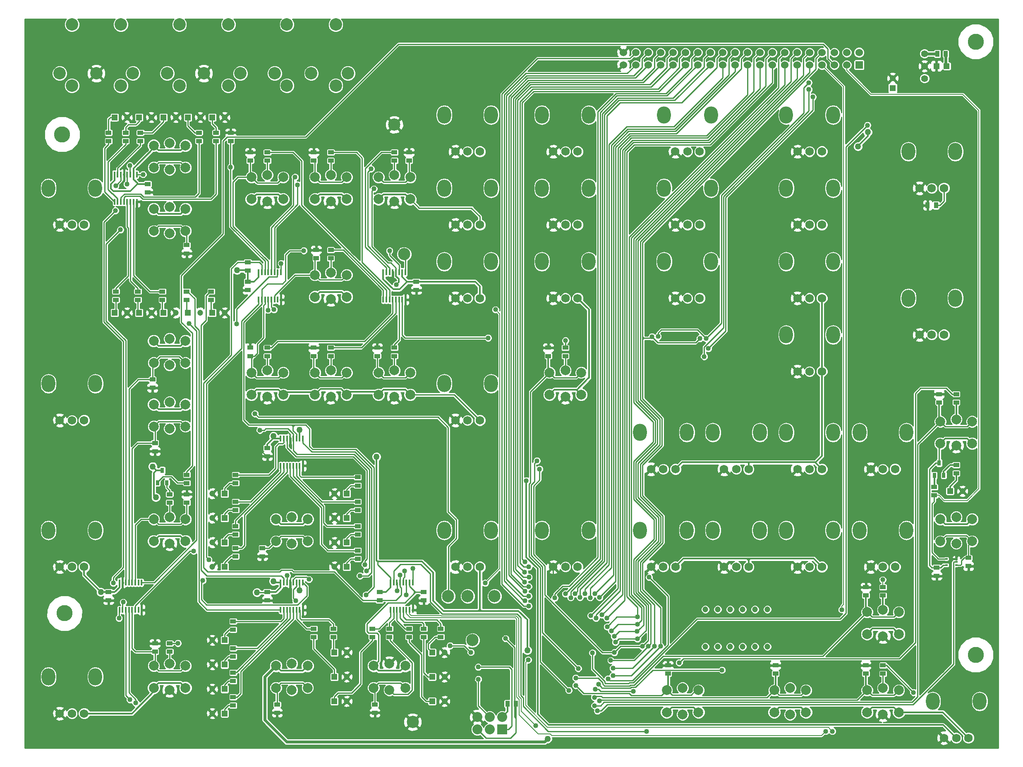
<source format=gtl>
%FSLAX46Y46*%
G04 Gerber Fmt 4.6, Leading zero omitted, Abs format (unit mm)*
G04 Created by KiCad (PCBNEW (2014-09-02 BZR 5112)-product) date 2015-02-13 10:23:51 PM*
%MOMM*%
G01*
G04 APERTURE LIST*
%ADD10C,0.500000*%
%ADD11R,1.250000X1.250000*%
%ADD12C,1.250000*%
%ADD13C,2.032000*%
%ADD14R,2.032000X2.032000*%
%ADD15R,1.524000X1.524000*%
%ADD16C,1.524000*%
%ADD17R,0.701040X1.000760*%
%ADD18C,1.400000*%
%ADD19R,0.508000X0.304800*%
%ADD20C,2.500000*%
%ADD21R,0.381000X1.270000*%
%ADD22C,3.302000*%
%ADD23C,2.000000*%
%ADD24R,0.812800X1.143000*%
%ADD25R,1.143000X0.812800*%
%ADD26O,2.800000X3.500000*%
%ADD27C,1.750000*%
%ADD28R,1.200000X1.200000*%
%ADD29C,1.200000*%
%ADD30C,2.540000*%
%ADD31R,1.198880X1.198880*%
%ADD32C,1.270000*%
%ADD33C,1.016000*%
%ADD34C,0.254000*%
%ADD35C,0.355600*%
%ADD36C,0.609600*%
%ADD37C,0.203200*%
%ADD38C,0.304800*%
G04 APERTURE END LIST*
D10*
D11*
X178000000Y-14500000D03*
D12*
X178000000Y-12500000D03*
D13*
X92960000Y-145770000D03*
X95500000Y-145770000D03*
D14*
X98040000Y-145770000D03*
D13*
X92960000Y-143230000D03*
X95500000Y-143230000D03*
X98040000Y-143230000D03*
D15*
X171130000Y-9770000D03*
D16*
X171130000Y-7230000D03*
X158430000Y-9770000D03*
X168590000Y-7230000D03*
X155890000Y-9770000D03*
X166050000Y-7230000D03*
X153350000Y-9770000D03*
X163510000Y-7230000D03*
X150810000Y-9770000D03*
X160970000Y-7230000D03*
X148270000Y-9770000D03*
X158430000Y-7230000D03*
X145730000Y-9770000D03*
X155890000Y-7230000D03*
X143190000Y-9770000D03*
X153350000Y-7230000D03*
X140650000Y-9770000D03*
X150810000Y-7230000D03*
X138110000Y-9770000D03*
X148270000Y-7230000D03*
X135570000Y-9770000D03*
X145730000Y-7230000D03*
X133030000Y-9770000D03*
X143190000Y-7230000D03*
X140650000Y-7230000D03*
X130490000Y-9770000D03*
X138110000Y-7230000D03*
X133030000Y-7230000D03*
X130490000Y-7230000D03*
X127950000Y-7230000D03*
X125410000Y-7230000D03*
X127950000Y-9770000D03*
X125410000Y-9770000D03*
X168590000Y-9770000D03*
X166050000Y-9770000D03*
X163510000Y-9770000D03*
X160970000Y-9770000D03*
X122870000Y-9770000D03*
X122870000Y-7230000D03*
X135570000Y-7230000D03*
D17*
X28500000Y-92730000D03*
X29452500Y-95270000D03*
X27547500Y-95270000D03*
X187500000Y-91230000D03*
X188452500Y-93770000D03*
X186547500Y-93770000D03*
D18*
X184500000Y-10000000D03*
X184500000Y-12540000D03*
X184500000Y-7460000D03*
D19*
X191016000Y-112135000D03*
X191016000Y-110865000D03*
X188984000Y-112135000D03*
X191016000Y-111500000D03*
X188984000Y-110865000D03*
D20*
X87000000Y-118500000D03*
X78000000Y-48500000D03*
X96500000Y-118500000D03*
X91000000Y-118500000D03*
X92000000Y-127500000D03*
D21*
X52724160Y-91799080D03*
X53374400Y-91799080D03*
X54024640Y-91799080D03*
X54674880Y-91799080D03*
X55325120Y-91799080D03*
X55975360Y-91799080D03*
X56625600Y-91799080D03*
X57275840Y-91799080D03*
X57275840Y-86200920D03*
X56625600Y-86200920D03*
X55975360Y-86200920D03*
X55325120Y-86200920D03*
X54674880Y-86200920D03*
X54024640Y-86200920D03*
X53374400Y-86200920D03*
X52724160Y-86200920D03*
X52724160Y-121299080D03*
X53374400Y-121299080D03*
X54024640Y-121299080D03*
X54674880Y-121299080D03*
X55325120Y-121299080D03*
X55975360Y-121299080D03*
X56625600Y-121299080D03*
X57275840Y-121299080D03*
X57275840Y-115700920D03*
X56625600Y-115700920D03*
X55975360Y-115700920D03*
X55325120Y-115700920D03*
X54674880Y-115700920D03*
X54024640Y-115700920D03*
X53374400Y-115700920D03*
X52724160Y-115700920D03*
X48224160Y-57799080D03*
X48874400Y-57799080D03*
X49524640Y-57799080D03*
X50174880Y-57799080D03*
X50825120Y-57799080D03*
X51475360Y-57799080D03*
X52125600Y-57799080D03*
X52775840Y-57799080D03*
X52775840Y-52200920D03*
X52125600Y-52200920D03*
X51475360Y-52200920D03*
X50825120Y-52200920D03*
X50174880Y-52200920D03*
X49524640Y-52200920D03*
X48874400Y-52200920D03*
X48224160Y-52200920D03*
X18724160Y-37799080D03*
X19374400Y-37799080D03*
X20024640Y-37799080D03*
X20674880Y-37799080D03*
X21325120Y-37799080D03*
X21975360Y-37799080D03*
X22625600Y-37799080D03*
X23275840Y-37799080D03*
X23275840Y-32200920D03*
X22625600Y-32200920D03*
X21975360Y-32200920D03*
X21325120Y-32200920D03*
X20674880Y-32200920D03*
X20024640Y-32200920D03*
X19374400Y-32200920D03*
X18724160Y-32200920D03*
X73724160Y-57799080D03*
X74374400Y-57799080D03*
X75024640Y-57799080D03*
X75674880Y-57799080D03*
X76325120Y-57799080D03*
X76975360Y-57799080D03*
X77625600Y-57799080D03*
X78275840Y-57799080D03*
X78275840Y-52200920D03*
X77625600Y-52200920D03*
X76975360Y-52200920D03*
X76325120Y-52200920D03*
X75674880Y-52200920D03*
X75024640Y-52200920D03*
X74374400Y-52200920D03*
X73724160Y-52200920D03*
X75224160Y-121299080D03*
X75874400Y-121299080D03*
X76524640Y-121299080D03*
X77174880Y-121299080D03*
X77825120Y-121299080D03*
X78475360Y-121299080D03*
X79125600Y-121299080D03*
X79775840Y-121299080D03*
X79775840Y-115700920D03*
X79125600Y-115700920D03*
X78475360Y-115700920D03*
X77825120Y-115700920D03*
X77174880Y-115700920D03*
X76524640Y-115700920D03*
X75874400Y-115700920D03*
X75224160Y-115700920D03*
X19724160Y-121299080D03*
X20374400Y-121299080D03*
X21024640Y-121299080D03*
X21674880Y-121299080D03*
X22325120Y-121299080D03*
X22975360Y-121299080D03*
X23625600Y-121299080D03*
X24275840Y-121299080D03*
X24275840Y-115700920D03*
X23625600Y-115700920D03*
X22975360Y-115700920D03*
X22325120Y-115700920D03*
X21674880Y-115700920D03*
X21024640Y-115700920D03*
X20374400Y-115700920D03*
X19724160Y-115700920D03*
D22*
X8000000Y-24000000D03*
X8500000Y-122000000D03*
X195000000Y-130500000D03*
X195000000Y-5000000D03*
D23*
X157000000Y-137300000D03*
X157000000Y-142700000D03*
X153750000Y-137750000D03*
X153750000Y-142250000D03*
X160250000Y-137750000D03*
X160250000Y-142250000D03*
X135000000Y-137300000D03*
X135000000Y-142700000D03*
X131750000Y-137750000D03*
X131750000Y-142250000D03*
X138250000Y-137750000D03*
X138250000Y-142250000D03*
X55000000Y-137700000D03*
X55000000Y-132300000D03*
X58250000Y-137250000D03*
X58250000Y-132750000D03*
X51750000Y-137250000D03*
X51750000Y-132750000D03*
X55000000Y-107700000D03*
X55000000Y-102300000D03*
X58250000Y-107250000D03*
X58250000Y-102750000D03*
X51750000Y-107250000D03*
X51750000Y-102750000D03*
X30000000Y-84200000D03*
X30000000Y-78800000D03*
X33250000Y-83750000D03*
X33250000Y-79250000D03*
X26750000Y-83750000D03*
X26750000Y-79250000D03*
X30000000Y-71200000D03*
X30000000Y-65800000D03*
X33250000Y-70750000D03*
X33250000Y-66250000D03*
X26750000Y-70750000D03*
X26750000Y-66250000D03*
X30000000Y-44200000D03*
X30000000Y-38800000D03*
X33250000Y-43750000D03*
X33250000Y-39250000D03*
X26750000Y-43750000D03*
X26750000Y-39250000D03*
X30000000Y-31200000D03*
X30000000Y-25800000D03*
X33250000Y-30750000D03*
X33250000Y-26250000D03*
X26750000Y-30750000D03*
X26750000Y-26250000D03*
X30000000Y-102300000D03*
X30000000Y-107700000D03*
X26750000Y-102750000D03*
X26750000Y-107250000D03*
X33250000Y-102750000D03*
X33250000Y-107250000D03*
X30000000Y-132300000D03*
X30000000Y-137700000D03*
X26750000Y-132750000D03*
X26750000Y-137250000D03*
X33250000Y-132750000D03*
X33250000Y-137250000D03*
X75000000Y-137700000D03*
X75000000Y-132300000D03*
X78250000Y-137250000D03*
X78250000Y-132750000D03*
X71750000Y-137250000D03*
X71750000Y-132750000D03*
X176000000Y-137300000D03*
X176000000Y-142700000D03*
X172750000Y-137750000D03*
X172750000Y-142250000D03*
X179250000Y-137750000D03*
X179250000Y-142250000D03*
X176000000Y-121300000D03*
X176000000Y-126700000D03*
X172750000Y-121750000D03*
X172750000Y-126250000D03*
X179250000Y-121750000D03*
X179250000Y-126250000D03*
X191000000Y-82300000D03*
X191000000Y-87700000D03*
X187750000Y-82750000D03*
X187750000Y-87250000D03*
X194250000Y-82750000D03*
X194250000Y-87250000D03*
X111000000Y-72300000D03*
X111000000Y-77700000D03*
X107750000Y-72750000D03*
X107750000Y-77250000D03*
X114250000Y-72750000D03*
X114250000Y-77250000D03*
X76000000Y-72300000D03*
X76000000Y-77700000D03*
X72750000Y-72750000D03*
X72750000Y-77250000D03*
X79250000Y-72750000D03*
X79250000Y-77250000D03*
X63000000Y-72300000D03*
X63000000Y-77700000D03*
X59750000Y-72750000D03*
X59750000Y-77250000D03*
X66250000Y-72750000D03*
X66250000Y-77250000D03*
X50000000Y-72300000D03*
X50000000Y-77700000D03*
X46750000Y-72750000D03*
X46750000Y-77250000D03*
X53250000Y-72750000D03*
X53250000Y-77250000D03*
X63000000Y-52300000D03*
X63000000Y-57700000D03*
X59750000Y-52750000D03*
X59750000Y-57250000D03*
X66250000Y-52750000D03*
X66250000Y-57250000D03*
X76000000Y-32300000D03*
X76000000Y-37700000D03*
X72750000Y-32750000D03*
X72750000Y-37250000D03*
X79250000Y-32750000D03*
X79250000Y-37250000D03*
X63000000Y-32300000D03*
X63000000Y-37700000D03*
X59750000Y-32750000D03*
X59750000Y-37250000D03*
X66250000Y-32750000D03*
X66250000Y-37250000D03*
X50000000Y-32300000D03*
X50000000Y-37700000D03*
X46750000Y-32750000D03*
X46750000Y-37250000D03*
X53250000Y-32750000D03*
X53250000Y-37250000D03*
X191000000Y-102300000D03*
X191000000Y-107700000D03*
X187750000Y-102750000D03*
X187750000Y-107250000D03*
X194250000Y-102750000D03*
X194250000Y-107250000D03*
D24*
X186850900Y-38500000D03*
X185149100Y-38500000D03*
D25*
X80500000Y-54149100D03*
X80500000Y-55850900D03*
X82000000Y-117649100D03*
X82000000Y-119350900D03*
X17500000Y-117649100D03*
X17500000Y-119350900D03*
X187000000Y-112649100D03*
X187000000Y-114350900D03*
X50000000Y-88149100D03*
X50000000Y-89850900D03*
X50000000Y-117649100D03*
X50000000Y-119350900D03*
X46000000Y-54149100D03*
X46000000Y-55850900D03*
X25500000Y-34149100D03*
X25500000Y-35850900D03*
D24*
X99149100Y-140500000D03*
X100850900Y-140500000D03*
X188850900Y-7500000D03*
X187149100Y-7500000D03*
D25*
X33500000Y-95350900D03*
X33500000Y-93649100D03*
X30000000Y-97649100D03*
X30000000Y-99350900D03*
X76000000Y-29350900D03*
X76000000Y-27649100D03*
X63000000Y-49350900D03*
X63000000Y-47649100D03*
X50000000Y-29350900D03*
X50000000Y-27649100D03*
X63000000Y-29350900D03*
X63000000Y-27649100D03*
X50000000Y-69350900D03*
X50000000Y-67649100D03*
X63000000Y-69350900D03*
X63000000Y-67649100D03*
X76000000Y-69350900D03*
X76000000Y-67649100D03*
X111000000Y-69350900D03*
X111000000Y-67649100D03*
X186500000Y-96149100D03*
X186500000Y-97850900D03*
X191000000Y-91649100D03*
X191000000Y-93350900D03*
X75000000Y-126850900D03*
X75000000Y-125149100D03*
X71500000Y-126850900D03*
X71500000Y-125149100D03*
X73000000Y-117649100D03*
X73000000Y-119350900D03*
X85500000Y-126850900D03*
X85500000Y-125149100D03*
X33500000Y-97649100D03*
X33500000Y-99350900D03*
X187500000Y-77149100D03*
X187500000Y-78850900D03*
X82000000Y-126850900D03*
X82000000Y-125149100D03*
X79000000Y-126850900D03*
X79000000Y-125149100D03*
X27000000Y-88850900D03*
X27000000Y-87149100D03*
X107500000Y-67649100D03*
X107500000Y-69350900D03*
X191000000Y-78850900D03*
X191000000Y-77149100D03*
X176000000Y-118350900D03*
X176000000Y-116649100D03*
X26500000Y-75850900D03*
X26500000Y-74149100D03*
X132000000Y-132649100D03*
X132000000Y-134350900D03*
X176000000Y-134350900D03*
X176000000Y-132649100D03*
X33500000Y-48350900D03*
X33500000Y-46649100D03*
X154000000Y-132649100D03*
X154000000Y-134350900D03*
X43500000Y-95350900D03*
X43500000Y-93649100D03*
X46000000Y-51850900D03*
X46000000Y-50149100D03*
X43500000Y-100850900D03*
X43500000Y-99149100D03*
X27000000Y-128149100D03*
X27000000Y-129850900D03*
X172500000Y-132649100D03*
X172500000Y-134350900D03*
X43500000Y-105850900D03*
X43500000Y-104149100D03*
X43500000Y-110350900D03*
X43500000Y-108649100D03*
X52000000Y-142350900D03*
X52000000Y-140649100D03*
X172500000Y-116649100D03*
X172500000Y-118350900D03*
X68500000Y-95850900D03*
X68500000Y-94149100D03*
X68500000Y-100850900D03*
X68500000Y-99149100D03*
X72000000Y-142350900D03*
X72000000Y-140649100D03*
X68500000Y-105850900D03*
X68500000Y-104149100D03*
X49000000Y-110350900D03*
X49000000Y-108649100D03*
X68500000Y-110850900D03*
X68500000Y-109149100D03*
X33500000Y-57850900D03*
X33500000Y-56149100D03*
X79000000Y-27649100D03*
X79000000Y-29350900D03*
X38500000Y-57850900D03*
X38500000Y-56149100D03*
X43000000Y-125350900D03*
X43000000Y-123649100D03*
X59500000Y-27649100D03*
X59500000Y-29350900D03*
X43000000Y-130850900D03*
X43000000Y-129149100D03*
X43000000Y-135850900D03*
X43000000Y-134149100D03*
X46500000Y-27649100D03*
X46500000Y-29350900D03*
X43000000Y-140850900D03*
X43000000Y-139149100D03*
X63500000Y-126850900D03*
X63500000Y-125149100D03*
X42500000Y-23649100D03*
X42500000Y-25350900D03*
X59500000Y-126850900D03*
X59500000Y-125149100D03*
X46500000Y-67649100D03*
X46500000Y-69350900D03*
X17500000Y-23649100D03*
X17500000Y-25350900D03*
X21000000Y-23649100D03*
X21000000Y-25350900D03*
X59500000Y-67649100D03*
X59500000Y-69350900D03*
X24000000Y-23649100D03*
X24000000Y-25350900D03*
X36000000Y-23649100D03*
X36000000Y-25350900D03*
X72500000Y-67649100D03*
X72500000Y-69350900D03*
X39500000Y-23649100D03*
X39500000Y-25350900D03*
X19000000Y-57850900D03*
X19000000Y-56149100D03*
X60000000Y-47649100D03*
X60000000Y-49350900D03*
X23500000Y-57850900D03*
X23500000Y-56149100D03*
X28500000Y-57850900D03*
X28500000Y-56149100D03*
X30000000Y-129850900D03*
X30000000Y-128149100D03*
X193500000Y-112350900D03*
X193500000Y-110649100D03*
D26*
X195800000Y-140000000D03*
X186200000Y-140000000D03*
D27*
X193500000Y-147500000D03*
X191000000Y-147500000D03*
X188500000Y-147500000D03*
D26*
X180800000Y-105000000D03*
X171200000Y-105000000D03*
D27*
X178500000Y-112500000D03*
X176000000Y-112500000D03*
X173500000Y-112500000D03*
D26*
X165800000Y-105000000D03*
X156200000Y-105000000D03*
D27*
X163500000Y-112500000D03*
X161000000Y-112500000D03*
X158500000Y-112500000D03*
D26*
X150800000Y-105000000D03*
X141200000Y-105000000D03*
D27*
X148500000Y-112500000D03*
X146000000Y-112500000D03*
X143500000Y-112500000D03*
D26*
X135850000Y-105000000D03*
X126250000Y-105000000D03*
D27*
X133550000Y-112500000D03*
X131050000Y-112500000D03*
X128550000Y-112500000D03*
D26*
X115800000Y-105000000D03*
X106200000Y-105000000D03*
D27*
X113500000Y-112500000D03*
X111000000Y-112500000D03*
X108500000Y-112500000D03*
D26*
X95800000Y-105000000D03*
X86200000Y-105000000D03*
D27*
X93500000Y-112500000D03*
X91000000Y-112500000D03*
X88500000Y-112500000D03*
D26*
X14800000Y-135000000D03*
X5200000Y-135000000D03*
D27*
X12500000Y-142500000D03*
X10000000Y-142500000D03*
X7500000Y-142500000D03*
D26*
X14800000Y-105000000D03*
X5200000Y-105000000D03*
D27*
X12500000Y-112500000D03*
X10000000Y-112500000D03*
X7500000Y-112500000D03*
D26*
X180800000Y-85000000D03*
X171200000Y-85000000D03*
D27*
X178500000Y-92500000D03*
X176000000Y-92500000D03*
X173500000Y-92500000D03*
D26*
X165800000Y-85000000D03*
X156200000Y-85000000D03*
D27*
X163500000Y-92500000D03*
X161000000Y-92500000D03*
X158500000Y-92500000D03*
D26*
X150800000Y-85000000D03*
X141200000Y-85000000D03*
D27*
X148500000Y-92500000D03*
X146000000Y-92500000D03*
X143500000Y-92500000D03*
D26*
X135850000Y-85000000D03*
X126250000Y-85000000D03*
D27*
X133550000Y-92500000D03*
X131050000Y-92500000D03*
X128550000Y-92500000D03*
D26*
X190800000Y-57500000D03*
X181200000Y-57500000D03*
D27*
X188500000Y-65000000D03*
X186000000Y-65000000D03*
X183500000Y-65000000D03*
D26*
X190800000Y-27500000D03*
X181200000Y-27500000D03*
D27*
X188500000Y-35000000D03*
X186000000Y-35000000D03*
X183500000Y-35000000D03*
D26*
X165800000Y-65000000D03*
X156200000Y-65000000D03*
D27*
X163500000Y-72500000D03*
X161000000Y-72500000D03*
X158500000Y-72500000D03*
D26*
X165800000Y-50000000D03*
X156200000Y-50000000D03*
D27*
X163500000Y-57500000D03*
X161000000Y-57500000D03*
X158500000Y-57500000D03*
D26*
X165800000Y-35000000D03*
X156200000Y-35000000D03*
D27*
X163500000Y-42500000D03*
X161000000Y-42500000D03*
X158500000Y-42500000D03*
D26*
X165800000Y-20000000D03*
X156200000Y-20000000D03*
D27*
X163500000Y-27500000D03*
X161000000Y-27500000D03*
X158500000Y-27500000D03*
D26*
X140800000Y-50000000D03*
X131200000Y-50000000D03*
D27*
X138500000Y-57500000D03*
X136000000Y-57500000D03*
X133500000Y-57500000D03*
D26*
X140800000Y-35000000D03*
X131200000Y-35000000D03*
D27*
X138500000Y-42500000D03*
X136000000Y-42500000D03*
X133500000Y-42500000D03*
D26*
X140800000Y-20000000D03*
X131200000Y-20000000D03*
D27*
X138500000Y-27500000D03*
X136000000Y-27500000D03*
X133500000Y-27500000D03*
D26*
X95800000Y-75000000D03*
X86200000Y-75000000D03*
D27*
X93500000Y-82500000D03*
X91000000Y-82500000D03*
X88500000Y-82500000D03*
D26*
X14800000Y-75000000D03*
X5200000Y-75000000D03*
D27*
X12500000Y-82500000D03*
X10000000Y-82500000D03*
X7500000Y-82500000D03*
D26*
X115800000Y-50000000D03*
X106200000Y-50000000D03*
D27*
X113500000Y-57500000D03*
X111000000Y-57500000D03*
X108500000Y-57500000D03*
D26*
X115800000Y-35000000D03*
X106200000Y-35000000D03*
D27*
X113500000Y-42500000D03*
X111000000Y-42500000D03*
X108500000Y-42500000D03*
D26*
X115800000Y-20000000D03*
X106200000Y-20000000D03*
D27*
X113500000Y-27500000D03*
X111000000Y-27500000D03*
X108500000Y-27500000D03*
D26*
X95800000Y-50000000D03*
X86200000Y-50000000D03*
D27*
X93500000Y-57500000D03*
X91000000Y-57500000D03*
X88500000Y-57500000D03*
D26*
X95800000Y-35000000D03*
X86200000Y-35000000D03*
D27*
X93500000Y-42500000D03*
X91000000Y-42500000D03*
X88500000Y-42500000D03*
D26*
X95800000Y-20000000D03*
X86200000Y-20000000D03*
D27*
X93500000Y-27500000D03*
X91000000Y-27500000D03*
X88500000Y-27500000D03*
D26*
X14800000Y-35000000D03*
X5200000Y-35000000D03*
D27*
X12500000Y-42500000D03*
X10000000Y-42500000D03*
X7500000Y-42500000D03*
D28*
X18730000Y-20500000D03*
D29*
X21270000Y-20500000D03*
D28*
X23730000Y-20500000D03*
D29*
X26270000Y-20500000D03*
D28*
X28730000Y-20500000D03*
D29*
X31270000Y-20500000D03*
D28*
X33730000Y-20500000D03*
D29*
X36270000Y-20500000D03*
D28*
X38730000Y-20500000D03*
D29*
X41270000Y-20500000D03*
D28*
X18730000Y-60500000D03*
D29*
X21270000Y-60500000D03*
D28*
X23730000Y-60500000D03*
D29*
X26270000Y-60500000D03*
D28*
X28730000Y-60500000D03*
D29*
X31270000Y-60500000D03*
D28*
X33730000Y-60500000D03*
D29*
X36270000Y-60500000D03*
D28*
X38730000Y-60500000D03*
D29*
X41270000Y-60500000D03*
D28*
X41270000Y-97500000D03*
D29*
X38730000Y-97500000D03*
D28*
X41270000Y-102500000D03*
D29*
X38730000Y-102500000D03*
D28*
X41270000Y-107500000D03*
D29*
X38730000Y-107500000D03*
D28*
X41270000Y-112500000D03*
D29*
X38730000Y-112500000D03*
D28*
X66270000Y-97500000D03*
D29*
X63730000Y-97500000D03*
D28*
X66270000Y-102500000D03*
D29*
X63730000Y-102500000D03*
D28*
X66270000Y-107500000D03*
D29*
X63730000Y-107500000D03*
D28*
X66270000Y-112500000D03*
D29*
X63730000Y-112500000D03*
D28*
X41270000Y-127500000D03*
D29*
X38730000Y-127500000D03*
D28*
X41270000Y-132500000D03*
D29*
X38730000Y-132500000D03*
D28*
X41270000Y-137500000D03*
D29*
X38730000Y-137500000D03*
D28*
X41270000Y-142500000D03*
D29*
X38730000Y-142500000D03*
D28*
X63730000Y-130000000D03*
D29*
X66270000Y-130000000D03*
D28*
X63730000Y-135000000D03*
D29*
X66270000Y-135000000D03*
D28*
X63730000Y-140000000D03*
D29*
X66270000Y-140000000D03*
D28*
X83730000Y-130000000D03*
D29*
X86270000Y-130000000D03*
D28*
X83730000Y-135000000D03*
D29*
X86270000Y-135000000D03*
D28*
X83730000Y-140000000D03*
D29*
X86270000Y-140000000D03*
D28*
X189730000Y-97000000D03*
D29*
X192270000Y-97000000D03*
D30*
X37000000Y-11500000D03*
X44500000Y-11500000D03*
X29500000Y-11500000D03*
X32000000Y-14000000D03*
X42000000Y-14000000D03*
X32000000Y-1500000D03*
X42000000Y-1500000D03*
X59000000Y-11500000D03*
X66500000Y-11500000D03*
X51500000Y-11500000D03*
X54000000Y-14000000D03*
X64000000Y-14000000D03*
X54000000Y-1500000D03*
X64000000Y-1500000D03*
X15000000Y-11500000D03*
X22500000Y-11500000D03*
X7500000Y-11500000D03*
X10000000Y-14000000D03*
X20000000Y-14000000D03*
X10000000Y-1500000D03*
X20000000Y-1500000D03*
D29*
X139650000Y-128810000D03*
X142190000Y-128810000D03*
X144730000Y-128810000D03*
X147270000Y-128810000D03*
X149810000Y-128810000D03*
X152350000Y-128810000D03*
X152350000Y-121190000D03*
X149810000Y-121190000D03*
X147270000Y-121190000D03*
X144730000Y-121190000D03*
X142190000Y-121190000D03*
X139650000Y-121190000D03*
D31*
X189049020Y-10000000D03*
X186950980Y-10000000D03*
D20*
X79750000Y-144250000D03*
X76000000Y-22000000D03*
D32*
X112038667Y-142001476D03*
X107326349Y-143123651D03*
X104283190Y-140790000D03*
D33*
X115303625Y-123433625D03*
D32*
X115480000Y-133170000D03*
X113210000Y-127280000D03*
X45950000Y-118703990D03*
X24060000Y-75860000D03*
X44080000Y-55890000D03*
X53990000Y-57810000D03*
X81980000Y-121170000D03*
X106480000Y-134610000D03*
X181690000Y-131850000D03*
X191830000Y-109740000D03*
X108850000Y-115110000D03*
X88890000Y-93610000D03*
X131410000Y-65020000D03*
X78940000Y-87450000D03*
X136924000Y-65558000D03*
X178230000Y-22070000D03*
X46470000Y-66250000D03*
X75422087Y-53700499D03*
X104100000Y-133420000D03*
X107356820Y-147663980D03*
X72360000Y-89950000D03*
X56630000Y-84486020D03*
X43810000Y-51800000D03*
X172881990Y-23530000D03*
X170890000Y-26480000D03*
X15921800Y-117636200D03*
X26537300Y-91956300D03*
X51241900Y-115403300D03*
X27176800Y-98258600D03*
X103200000Y-129570000D03*
X56620000Y-117320000D03*
X47880000Y-117710000D03*
X51241900Y-85754030D03*
D33*
X120300000Y-131650000D03*
X160830000Y-14810000D03*
X139410000Y-69460000D03*
X128000000Y-128750000D03*
X160820000Y-13380000D03*
X129960000Y-65360000D03*
X139779000Y-65740800D03*
X120750000Y-133250000D03*
X129250000Y-128750000D03*
X128720000Y-65391800D03*
X138520000Y-65760000D03*
X120750000Y-134750000D03*
X130500000Y-128750000D03*
X102638000Y-113612000D03*
X103500000Y-112500000D03*
X102750000Y-111500000D03*
X108824000Y-118845000D03*
X124880000Y-137979570D03*
X117090000Y-137552780D03*
X105190000Y-90780000D03*
X113640000Y-133290000D03*
X103489000Y-120500000D03*
X102692000Y-119399000D03*
X121020000Y-130030000D03*
X161668000Y-16320000D03*
X140277000Y-67808600D03*
X105720000Y-92460000D03*
X126750000Y-128750000D03*
X111000000Y-118000000D03*
X112090000Y-118795000D03*
X102743000Y-117510000D03*
X103464000Y-116527000D03*
X102691000Y-115584000D03*
X103545000Y-114590000D03*
X116550000Y-130100000D03*
X172830000Y-22100000D03*
X125750000Y-122750000D03*
X119555113Y-124750309D03*
X125750000Y-124250000D03*
X120425297Y-125604275D03*
X125718000Y-125719000D03*
X120994470Y-126737867D03*
X125750000Y-127250000D03*
X121252233Y-127930997D03*
X113008000Y-117993000D03*
X114000000Y-118750000D03*
X103491000Y-118478000D03*
X93200000Y-135480000D03*
X93170000Y-132990000D03*
X165670000Y-146137000D03*
X103398000Y-131530000D03*
X167570000Y-121250000D03*
X98774203Y-127167909D03*
X115000000Y-118000000D03*
X116090000Y-118795000D03*
X117008000Y-117993000D03*
X118000000Y-118750000D03*
X116197000Y-122468000D03*
X117285000Y-123018000D03*
X118494000Y-122294000D03*
X119500000Y-123000000D03*
X119714000Y-135410000D03*
X128150000Y-114640000D03*
X117784000Y-136550000D03*
X143060000Y-133610000D03*
X94600000Y-115802000D03*
X96710000Y-59860000D03*
X103002638Y-94872180D03*
X117551425Y-141985813D03*
X77162500Y-114188000D03*
X38008200Y-111003000D03*
X19640000Y-123010000D03*
X70300000Y-113360000D03*
X48490000Y-84520000D03*
X21250000Y-34200000D03*
X71800000Y-35130000D03*
X58510000Y-115060000D03*
X78090000Y-113340000D03*
X76360000Y-54760000D03*
X87410000Y-128620000D03*
X31690000Y-128130000D03*
X91670000Y-129970000D03*
X95190000Y-65650000D03*
X111030000Y-66190000D03*
X127660000Y-146137370D03*
X134300000Y-132100000D03*
X164320000Y-146137370D03*
X175950000Y-115140000D03*
X55820000Y-119440000D03*
X21867865Y-30368433D03*
X70197500Y-118238000D03*
X57470000Y-47780000D03*
X75010000Y-47790000D03*
X20500000Y-119720000D03*
X78450000Y-118238000D03*
X76540000Y-117400000D03*
X47470000Y-81150000D03*
X52820000Y-50410000D03*
X182251780Y-138190000D03*
X104970000Y-145030000D03*
X19921800Y-43500000D03*
X69994600Y-112040000D03*
X79750000Y-112793130D03*
X43690000Y-62740000D03*
X34020000Y-62720000D03*
X68980000Y-114320000D03*
X54020943Y-114257589D03*
X18470000Y-115820000D03*
X18910000Y-39587600D03*
X18964055Y-34475051D03*
X36818220Y-115280000D03*
X24570000Y-32180000D03*
X71220000Y-31030000D03*
X42490000Y-30700000D03*
X21910000Y-139700000D03*
X34920000Y-109250000D03*
X55670000Y-32730000D03*
X56198200Y-34291800D03*
X50130000Y-59950000D03*
X51356200Y-59830200D03*
X23080000Y-140370000D03*
X113130000Y-135230000D03*
X116958000Y-139229220D03*
X113131000Y-136753000D03*
X117969000Y-139938000D03*
X116986000Y-140905641D03*
X111700000Y-137760000D03*
D34*
X106480000Y-134610000D02*
X106480000Y-142277302D01*
X106480000Y-142277302D02*
X107326349Y-143123651D01*
X104100000Y-133420000D02*
X104100000Y-140606810D01*
X104100000Y-140606810D02*
X104283190Y-140790000D01*
X115480000Y-129550000D02*
X113210000Y-127280000D01*
X115480000Y-133170000D02*
X115480000Y-129550000D01*
X50000000Y-119350900D02*
X46596910Y-119350900D01*
X46596910Y-119350900D02*
X45950000Y-118703990D01*
X26500000Y-75850900D02*
X24069100Y-75850900D01*
X24069100Y-75850900D02*
X24060000Y-75860000D01*
D35*
X46000000Y-55850900D02*
X44119100Y-55850900D01*
X44119100Y-55850900D02*
X44080000Y-55890000D01*
X52775840Y-57799080D02*
X53979080Y-57799080D01*
X53979080Y-57799080D02*
X53990000Y-57810000D01*
D34*
X82000000Y-119350900D02*
X82000000Y-121150000D01*
X82000000Y-121150000D02*
X81980000Y-121170000D01*
X172500000Y-132649100D02*
X173325500Y-132649100D01*
X173325500Y-132649100D02*
X174124600Y-131850000D01*
X174124600Y-131850000D02*
X181690000Y-131850000D01*
X191016000Y-110865000D02*
X191016000Y-110554000D01*
X191016000Y-110554000D02*
X191830000Y-109740000D01*
X108500000Y-112500000D02*
X108500000Y-114760000D01*
X108500000Y-114760000D02*
X108850000Y-115110000D01*
X88500000Y-112500000D02*
X89374999Y-111625001D01*
X89374999Y-111625001D02*
X89374999Y-94094999D01*
X89374999Y-94094999D02*
X88890000Y-93610000D01*
D35*
X136924000Y-65558000D02*
X131948000Y-65558000D01*
X131948000Y-65558000D02*
X131410000Y-65020000D01*
D34*
X57275840Y-120410080D02*
X59910000Y-117775920D01*
X57275840Y-121299080D02*
X57275840Y-120410080D01*
X54753619Y-114761119D02*
X55434738Y-114080000D01*
X54753619Y-115622181D02*
X54753619Y-114761119D01*
X54674880Y-115700920D02*
X54753619Y-115622181D01*
X55434738Y-114080000D02*
X59510000Y-114080000D01*
X59910000Y-114480000D02*
X59910000Y-117775920D01*
X59510000Y-114080000D02*
X59910000Y-114480000D01*
X46500000Y-66280000D02*
X46470000Y-66250000D01*
X46500000Y-67649100D02*
X46500000Y-66280000D01*
X75674880Y-53447706D02*
X75674880Y-52200920D01*
X75422087Y-53700499D02*
X75674880Y-53447706D01*
X54674880Y-85380114D02*
X54032776Y-84738010D01*
X54674880Y-86200920D02*
X54674880Y-85380114D01*
X54032776Y-84738010D02*
X50321990Y-84738010D01*
X50321990Y-84738010D02*
X48190000Y-86870000D01*
X48190000Y-86870000D02*
X48190000Y-88206000D01*
X48190000Y-88206000D02*
X49834900Y-89850900D01*
X49834900Y-89850900D02*
X50000000Y-89850900D01*
X93500000Y-42500000D02*
X93500000Y-40800000D01*
X93500000Y-40800000D02*
X91750000Y-39050000D01*
X91750000Y-39050000D02*
X81050000Y-39050000D01*
X81050000Y-39050000D02*
X79250000Y-37250000D01*
X80061385Y-117361385D02*
X80349100Y-117649100D01*
X80350900Y-117649100D02*
X80068110Y-117931890D01*
X79125600Y-116425600D02*
X80061385Y-117361385D01*
X80061385Y-117925165D02*
X80068110Y-117931890D01*
X80068110Y-117931890D02*
X78150000Y-119850000D01*
X80061385Y-117361385D02*
X80061385Y-117925165D01*
X79125600Y-115700920D02*
X79125600Y-116425600D01*
X80349100Y-117649100D02*
X81174500Y-117649100D01*
X81174500Y-117649100D02*
X82000000Y-117649100D01*
X82000000Y-117649100D02*
X80350900Y-117649100D01*
X78150000Y-119850000D02*
X74750000Y-119850000D01*
X74750000Y-119850000D02*
X70400000Y-124200000D01*
X70400000Y-124200000D02*
X70400000Y-125712802D01*
X72749999Y-131750001D02*
X71750000Y-132750000D01*
X70400000Y-125712802D02*
X70687198Y-126000000D01*
X70687198Y-126000000D02*
X72400000Y-126000000D01*
X72400000Y-126000000D02*
X72749999Y-126349999D01*
X72749999Y-126349999D02*
X72749999Y-131750001D01*
D35*
X148129900Y-91100000D02*
X148830721Y-91100000D01*
X148830721Y-91100000D02*
X148626200Y-91100000D01*
X162100000Y-91100000D02*
X148830721Y-91100000D01*
X148830721Y-91100000D02*
X148662564Y-91100000D01*
X148662564Y-91100000D02*
X148500000Y-91262564D01*
X148500000Y-91262564D02*
X148500000Y-92500000D01*
X148129900Y-91100000D02*
X134900000Y-91100000D01*
X148373800Y-91100000D02*
X148129900Y-91100000D01*
X148337436Y-91100000D02*
X148500000Y-91262564D01*
X148129900Y-91100000D02*
X148337436Y-91100000D01*
X163500000Y-92500000D02*
X162100000Y-91100000D01*
X148626200Y-91100000D02*
X148500000Y-91226200D01*
X163500000Y-72500000D02*
X163500000Y-89800000D01*
X163500000Y-89800000D02*
X162226200Y-91073800D01*
X162226200Y-91073800D02*
X162226200Y-91226200D01*
X148500000Y-91226200D02*
X148373800Y-91100000D01*
X134900000Y-91100000D02*
X133500000Y-92500000D01*
X133500000Y-112500000D02*
X135170000Y-110830000D01*
X135170000Y-110830000D02*
X142270000Y-110830000D01*
X142270000Y-110830000D02*
X148188126Y-110830000D01*
X148188126Y-110830000D02*
X148483152Y-110830000D01*
X148500000Y-111110214D02*
X148468340Y-111110214D01*
X148468340Y-111110214D02*
X148188126Y-110830000D01*
X148890569Y-110830000D02*
X161830000Y-110830000D01*
X148483152Y-110830000D02*
X148890569Y-110830000D01*
X148500000Y-112500000D02*
X148500000Y-111110214D01*
X148500000Y-111110214D02*
X148500000Y-110846848D01*
X148890569Y-110830000D02*
X148780214Y-110830000D01*
X148780214Y-110830000D02*
X148500000Y-111110214D01*
X148500000Y-110846848D02*
X148483152Y-110830000D01*
X161830000Y-110830000D02*
X162226200Y-111226200D01*
X162226200Y-111226200D02*
X163500000Y-112500000D01*
D36*
X49500000Y-135000000D02*
X49500000Y-143830000D01*
X106721821Y-148298979D02*
X107356820Y-147663980D01*
X49500000Y-143830000D02*
X53968979Y-148298979D01*
X51750000Y-132750000D02*
X49500000Y-135000000D01*
X53968979Y-148298979D02*
X106721821Y-148298979D01*
D35*
X72360000Y-90848025D02*
X72360000Y-89950000D01*
X72561400Y-111396100D02*
X72360000Y-111194700D01*
X72360000Y-111194700D02*
X72360000Y-90848025D01*
X56625600Y-84490420D02*
X56630000Y-84486020D01*
X56625600Y-86200920D02*
X56625600Y-84490420D01*
X46000000Y-54149100D02*
X46000000Y-51850900D01*
X44708025Y-51800000D02*
X43810000Y-51800000D01*
X45555300Y-51800000D02*
X44708025Y-51800000D01*
X46000000Y-52244700D02*
X45555300Y-51800000D01*
X92550000Y-54150000D02*
X93500000Y-55100000D01*
X93500000Y-55100000D02*
X93500000Y-57500000D01*
X81428000Y-54150000D02*
X92550000Y-54150000D01*
X80500000Y-54149100D02*
X81427100Y-54149100D01*
X81427100Y-54149100D02*
X81428000Y-54150000D01*
X170890000Y-26480000D02*
X170890000Y-26350000D01*
X170890000Y-26350000D02*
X172881990Y-24358010D01*
X172881990Y-24358010D02*
X172881990Y-23530000D01*
X17500000Y-117649100D02*
X16547200Y-117649100D01*
X12500000Y-112500000D02*
X12500000Y-114214400D01*
X12500000Y-114214400D02*
X15921800Y-117636200D01*
X15921800Y-117636200D02*
X16534300Y-117636200D01*
X16534300Y-117636200D02*
X16547200Y-117649100D01*
X26815600Y-93225400D02*
X26765179Y-93275821D01*
X26765179Y-93275821D02*
X26765179Y-97846979D01*
X27250000Y-26750000D02*
X26800000Y-26750000D01*
X26800000Y-26750000D02*
X22625600Y-30924400D01*
X22625600Y-30924400D02*
X22625600Y-31692700D01*
X27311000Y-92730000D02*
X26537300Y-91956300D01*
X52724200Y-115700900D02*
X51539500Y-115700900D01*
X51539500Y-115700900D02*
X51241900Y-115403300D01*
X27176800Y-98258600D02*
X26815600Y-97897400D01*
X26815600Y-93225400D02*
X27311000Y-92730000D01*
X99149100Y-142121000D02*
X98040000Y-143230000D01*
X99149100Y-140500000D02*
X99149100Y-142121000D01*
X193250000Y-103750000D02*
X194250000Y-102750000D01*
X188750000Y-103750000D02*
X193250000Y-103750000D01*
X187750000Y-102750000D02*
X188750000Y-103750000D01*
X178130000Y-125130000D02*
X179250000Y-126250000D01*
X173870000Y-125130000D02*
X178130000Y-125130000D01*
X172750000Y-126250000D02*
X173870000Y-125130000D01*
X159250000Y-141250000D02*
X160250000Y-142250000D01*
X154750000Y-141250000D02*
X159250000Y-141250000D01*
X153750000Y-142250000D02*
X154750000Y-141250000D01*
X137250000Y-141250000D02*
X138250000Y-142250000D01*
X132750000Y-141250000D02*
X137250000Y-141250000D01*
X131750000Y-142250000D02*
X132750000Y-141250000D01*
X78250000Y-36250000D02*
X79250000Y-37250000D01*
X73750000Y-36250000D02*
X78250000Y-36250000D01*
X72750000Y-37250000D02*
X73750000Y-36250000D01*
X65250000Y-36250000D02*
X66250000Y-37250000D01*
X60750000Y-36250000D02*
X65250000Y-36250000D01*
X59750000Y-37250000D02*
X60750000Y-36250000D01*
X52250000Y-36250000D02*
X53250000Y-37250000D01*
X47750000Y-36250000D02*
X52250000Y-36250000D01*
X46750000Y-37250000D02*
X47750000Y-36250000D01*
X27750000Y-40250000D02*
X26750000Y-39250000D01*
X32250000Y-40250000D02*
X27750000Y-40250000D01*
X33250000Y-39250000D02*
X32250000Y-40250000D01*
X65250000Y-56250000D02*
X66250000Y-57250000D01*
X60750000Y-56250000D02*
X65250000Y-56250000D01*
X59750000Y-57250000D02*
X60750000Y-56250000D01*
X32250000Y-67250000D02*
X33250000Y-66250000D01*
X27750000Y-67250000D02*
X32250000Y-67250000D01*
X26750000Y-66250000D02*
X27750000Y-67250000D01*
X32250000Y-80250000D02*
X33250000Y-79250000D01*
X27750000Y-80250000D02*
X32250000Y-80250000D01*
X26750000Y-79250000D02*
X27750000Y-80250000D01*
X57250000Y-103750000D02*
X58250000Y-102750000D01*
X52750000Y-103750000D02*
X57250000Y-103750000D01*
X51750000Y-102750000D02*
X52750000Y-103750000D01*
X32190000Y-106190000D02*
X33250000Y-107250000D01*
X27810000Y-106190000D02*
X32190000Y-106190000D01*
X26750000Y-107250000D02*
X27810000Y-106190000D01*
X77250000Y-133750000D02*
X78250000Y-132750000D01*
X72750000Y-133750000D02*
X77250000Y-133750000D01*
X71750000Y-132750000D02*
X72750000Y-133750000D01*
X57250000Y-133750000D02*
X58250000Y-132750000D01*
X52750000Y-133750000D02*
X57250000Y-133750000D01*
X51750000Y-132750000D02*
X52750000Y-133750000D01*
X178250000Y-141250000D02*
X179250000Y-142250000D01*
X173750000Y-141250000D02*
X178250000Y-141250000D01*
X172750000Y-142250000D02*
X173750000Y-141250000D01*
D36*
X184540000Y-7500000D02*
X184500000Y-7460000D01*
X187149000Y-7500000D02*
X184540000Y-7500000D01*
D34*
X187149000Y-7500000D02*
X187149100Y-7500000D01*
X75224200Y-115701000D02*
X75224200Y-115700900D01*
X52724200Y-115701000D02*
X52724200Y-115700900D01*
D35*
X18766600Y-117649000D02*
X17500100Y-117649000D01*
X19724200Y-116692000D02*
X18766600Y-117649000D01*
X19724200Y-115701000D02*
X19724200Y-116692000D01*
X17500100Y-117649000D02*
X17500000Y-117649000D01*
D34*
X17500100Y-117649000D02*
X17500000Y-117649100D01*
D35*
X113250000Y-76250000D02*
X113316000Y-76316000D01*
X108750000Y-76250000D02*
X113250000Y-76250000D01*
X107750000Y-77250000D02*
X108750000Y-76250000D01*
X113316000Y-76316000D02*
X114250000Y-77250000D01*
X50000000Y-87387100D02*
X50000000Y-88149100D01*
X51186200Y-86200900D02*
X50000000Y-87387100D01*
X51765200Y-86200900D02*
X51186200Y-86200900D01*
X52724200Y-86200900D02*
X51765200Y-86200900D01*
X26750000Y-137250000D02*
X27051500Y-136948500D01*
X32250000Y-136250000D02*
X33250000Y-137250000D01*
X27750000Y-136250000D02*
X32250000Y-136250000D01*
X27051500Y-136948500D02*
X27750000Y-136250000D01*
X22286200Y-142500000D02*
X12500000Y-142500000D01*
X27051500Y-137734700D02*
X22286200Y-142500000D01*
D34*
X27051500Y-136948500D02*
X27051500Y-137734700D01*
D35*
X52250000Y-76250000D02*
X52750000Y-76750000D01*
X47750000Y-76250000D02*
X52250000Y-76250000D01*
X46750000Y-77250000D02*
X47750000Y-76250000D01*
X52750000Y-76750000D02*
X53250000Y-77250000D01*
D34*
X59250000Y-76750000D02*
X59750000Y-77250000D01*
D35*
X52750000Y-76750000D02*
X59250000Y-76750000D01*
X65100000Y-76100000D02*
X65675000Y-76675000D01*
X60900000Y-76100000D02*
X65100000Y-76100000D01*
X59750000Y-77250000D02*
X60900000Y-76100000D01*
X65675000Y-76675000D02*
X66250000Y-77250000D01*
D34*
X72175000Y-76675000D02*
X72750000Y-77250000D01*
D35*
X65675000Y-76675000D02*
X72175000Y-76675000D01*
X78250000Y-76250000D02*
X79250000Y-77250000D01*
X73750000Y-76250000D02*
X78250000Y-76250000D01*
X72750000Y-77250000D02*
X73750000Y-76250000D01*
X27750000Y-27250000D02*
X27250000Y-26750000D01*
X32250000Y-27250000D02*
X27750000Y-27250000D01*
X33250000Y-26250000D02*
X32250000Y-27250000D01*
X27250000Y-26750000D02*
X26750000Y-26250000D01*
X78621300Y-54149100D02*
X79547100Y-54149100D01*
X77625600Y-53153400D02*
X78621300Y-54149100D01*
X77625600Y-52200900D02*
X77625600Y-53153400D01*
X79547100Y-54149100D02*
X80500000Y-54149100D01*
X193250000Y-86250000D02*
X194250000Y-87250000D01*
X188750000Y-86250000D02*
X193250000Y-86250000D01*
X187750000Y-87250000D02*
X188750000Y-86250000D01*
D34*
X187500000Y-87500000D02*
X187500000Y-91230000D01*
X187750000Y-87250000D02*
X187500000Y-87500000D01*
D35*
X48224200Y-52200900D02*
X48224200Y-52696200D01*
X47266600Y-54149100D02*
X46000000Y-54149100D01*
X48224200Y-53191500D02*
X47266600Y-54149100D01*
X48224200Y-52696200D02*
X48224200Y-53191500D01*
X188250000Y-142250000D02*
X179250000Y-142250000D01*
X193500000Y-147500000D02*
X188250000Y-142250000D01*
D34*
X148500000Y-91226200D02*
X148500000Y-92500000D01*
X188500000Y-37638600D02*
X187638600Y-38500000D01*
X188500000Y-35000000D02*
X188500000Y-37638600D01*
X186850900Y-38500000D02*
X187638600Y-38500000D01*
D35*
X163500000Y-57500000D02*
X163500000Y-72500000D01*
D34*
X163500000Y-92500000D02*
X162226200Y-91226200D01*
X88250000Y-77250000D02*
X79250000Y-77250000D01*
X93500000Y-82500000D02*
X88250000Y-77250000D01*
X19724200Y-115700900D02*
X19724200Y-115701000D01*
D35*
X73000100Y-117649000D02*
X73000000Y-117649000D01*
X74266600Y-117649000D02*
X73000100Y-117649000D01*
X75224200Y-116692000D02*
X74266600Y-117649000D01*
X75224200Y-115701000D02*
X75224200Y-116692000D01*
D34*
X73000100Y-117649000D02*
X73000000Y-117649100D01*
X22625600Y-31692700D02*
X22625600Y-32200900D01*
D35*
X50000100Y-117649000D02*
X50000000Y-117649000D01*
X51766600Y-117649000D02*
X50000100Y-117649000D01*
X52724200Y-116692000D02*
X51766600Y-117649000D01*
X52724200Y-115701000D02*
X52724200Y-116692000D01*
D34*
X50000100Y-117649000D02*
X50000000Y-117649100D01*
X46000000Y-51850900D02*
X46000000Y-52244700D01*
X75224200Y-115700900D02*
X75224200Y-114684600D01*
D35*
X28500000Y-92730000D02*
X27311000Y-92730000D01*
D34*
X72561400Y-112021800D02*
X72561400Y-111396100D01*
X75224200Y-114684600D02*
X72561400Y-112021800D01*
D35*
X25500000Y-34149100D02*
X23370900Y-34149100D01*
X23370900Y-34149100D02*
X21940000Y-35580000D01*
X21940000Y-35580000D02*
X18480000Y-35580000D01*
X18480000Y-35580000D02*
X17960000Y-35060000D01*
X17960000Y-35060000D02*
X17960000Y-34150000D01*
X18724160Y-33385840D02*
X18724160Y-32200920D01*
X17960000Y-34150000D02*
X18724160Y-33385840D01*
X23370900Y-33936820D02*
X23370900Y-34149100D01*
X22625600Y-33191520D02*
X23370900Y-33936820D01*
X22625600Y-32200920D02*
X22625600Y-33191520D01*
D34*
X56625600Y-117314400D02*
X56620000Y-117320000D01*
X56625600Y-115700920D02*
X56625600Y-117314400D01*
X49939100Y-117710000D02*
X50000000Y-117649100D01*
X47880000Y-117710000D02*
X49939100Y-117710000D01*
D35*
X73724160Y-53191520D02*
X73724160Y-52200920D01*
X73724160Y-53642039D02*
X73724160Y-53191520D01*
X75781922Y-55699801D02*
X73724160Y-53642039D01*
X77070599Y-55699801D02*
X75781922Y-55699801D01*
X78621300Y-54149100D02*
X77070599Y-55699801D01*
D34*
X51318330Y-85754030D02*
X51241900Y-85754030D01*
X51765200Y-86200900D02*
X51318330Y-85754030D01*
D35*
X115644300Y-73987700D02*
X113316000Y-76316000D01*
X115840000Y-73792000D02*
X115644300Y-73987700D01*
X115840000Y-59840000D02*
X115840000Y-73792000D01*
X113500000Y-57500000D02*
X115840000Y-59840000D01*
X103200000Y-123320000D02*
X101420000Y-121540000D01*
X103200000Y-129570000D02*
X103200000Y-123320000D01*
X93500000Y-121474466D02*
X93434466Y-121540000D01*
X93495995Y-121213027D02*
X93169022Y-121540000D01*
X93500000Y-121213027D02*
X93495995Y-121213027D01*
X93434466Y-121540000D02*
X93169022Y-121540000D01*
X93500000Y-112500000D02*
X93500000Y-121213027D01*
X93500000Y-121213027D02*
X93500000Y-121474466D01*
X93521747Y-121213027D02*
X93848720Y-121540000D01*
X93500000Y-121213027D02*
X93521747Y-121213027D01*
X93848720Y-121540000D02*
X93434466Y-121540000D01*
X101420000Y-121540000D02*
X93848720Y-121540000D01*
X81666100Y-111396100D02*
X72561400Y-111396100D01*
X83938010Y-113668010D02*
X81666100Y-111396100D01*
X86070000Y-121540000D02*
X83938010Y-119408010D01*
X93169022Y-121540000D02*
X86070000Y-121540000D01*
X83938010Y-119408010D02*
X83938010Y-113668010D01*
D34*
X188984000Y-112135000D02*
X188335000Y-112135000D01*
X187825500Y-112649100D02*
X187000000Y-112649100D01*
X188335000Y-112139600D02*
X187825500Y-112649100D01*
X188335000Y-112135000D02*
X188335000Y-112139600D01*
X185979100Y-112649100D02*
X187000000Y-112649100D01*
X185499300Y-112169300D02*
X185979100Y-112649100D01*
X185499300Y-92498900D02*
X185499300Y-112169300D01*
X186768200Y-91230000D02*
X185499300Y-92498900D01*
X187500000Y-91230000D02*
X186768200Y-91230000D01*
X121018420Y-131650000D02*
X120300000Y-131650000D01*
X125100000Y-131650000D02*
X121018420Y-131650000D01*
X128000000Y-128750000D02*
X125100000Y-131650000D01*
X160830000Y-19206600D02*
X160830000Y-14810000D01*
X143370000Y-36666600D02*
X160830000Y-19206600D01*
X143370000Y-63530000D02*
X143370000Y-36666600D01*
X139410000Y-67490000D02*
X143370000Y-63530000D01*
X139410000Y-69460000D02*
X139410000Y-67490000D01*
X128508000Y-128242000D02*
X128000000Y-128750000D01*
X128508000Y-120181000D02*
X128508000Y-128242000D01*
X125876000Y-117549000D02*
X128508000Y-120181000D01*
X125876000Y-111371000D02*
X125876000Y-117549000D01*
X130039000Y-107208000D02*
X125876000Y-111371000D01*
X130039000Y-102429000D02*
X130039000Y-107208000D01*
X125887000Y-98277200D02*
X130039000Y-102429000D01*
X125887000Y-91289400D02*
X125887000Y-98277200D01*
X129869000Y-87307800D02*
X125887000Y-91289400D01*
X129869000Y-82435700D02*
X129869000Y-87307800D01*
X125883000Y-78449600D02*
X129869000Y-82435700D01*
X125883000Y-45753500D02*
X125883000Y-78449600D01*
X159740000Y-11896300D02*
X125883000Y-45753500D01*
X159740000Y-8460000D02*
X159740000Y-11896300D01*
X160970000Y-7230000D02*
X159740000Y-8460000D01*
X129960000Y-64641580D02*
X129960000Y-65360000D01*
X138042199Y-64003999D02*
X130597581Y-64003999D01*
X139779000Y-65740800D02*
X138042199Y-64003999D01*
X130597581Y-64003999D02*
X129960000Y-64641580D01*
X160312000Y-13888000D02*
X160820000Y-13380000D01*
X159795000Y-14405200D02*
X160312000Y-13888000D01*
X159795000Y-19595200D02*
X159795000Y-14405200D01*
X142913000Y-36477200D02*
X159795000Y-19595200D01*
X142913000Y-62607200D02*
X142913000Y-36477200D01*
X139779000Y-65740800D02*
X142913000Y-62607200D01*
X129250000Y-120277000D02*
X129250000Y-128750000D01*
X126333000Y-117359000D02*
X129250000Y-120277000D01*
X126333000Y-111560000D02*
X126333000Y-117359000D01*
X130496000Y-107397000D02*
X126333000Y-111560000D01*
X130496000Y-102239000D02*
X130496000Y-107397000D01*
X126344000Y-98087800D02*
X130496000Y-102239000D01*
X126344000Y-91478800D02*
X126344000Y-98087800D01*
X130326000Y-87497100D02*
X126344000Y-91478800D01*
X130326000Y-82246300D02*
X130326000Y-87497100D01*
X126340000Y-78260200D02*
X130326000Y-82246300D01*
X126340000Y-45942900D02*
X126340000Y-78260200D01*
X160970000Y-11312900D02*
X126340000Y-45942900D01*
X160970000Y-9770000D02*
X160970000Y-11312900D01*
X124750000Y-133250000D02*
X129250000Y-128750000D01*
X120750000Y-133250000D02*
X124750000Y-133250000D01*
X128442000Y-65670000D02*
X128720000Y-65391800D01*
X127199000Y-65670000D02*
X128442000Y-65670000D01*
X127199000Y-65669900D02*
X127199000Y-65670000D01*
X129228000Y-65899800D02*
X128720000Y-65391800D01*
X129936000Y-66608000D02*
X129228000Y-65899800D01*
X137672000Y-66608000D02*
X129936000Y-66608000D01*
X138520000Y-65760000D02*
X137672000Y-66608000D01*
X127066000Y-65669900D02*
X126797000Y-65669900D01*
X126797000Y-65366800D02*
X126797000Y-65669900D01*
X127066000Y-65635800D02*
X126797000Y-65366800D01*
X127066000Y-65669900D02*
X127066000Y-65635800D01*
X127199000Y-65669900D02*
X127073000Y-65669900D01*
X127073000Y-65669900D02*
X126797000Y-65946100D01*
X126797000Y-65669900D02*
X126797000Y-65946100D01*
X126797000Y-46132200D02*
X126797000Y-65366800D01*
X162290000Y-10639500D02*
X126797000Y-46132200D01*
X162290000Y-8450000D02*
X162290000Y-10639500D01*
X163510000Y-7230000D02*
X162290000Y-8450000D01*
X130500000Y-120880000D02*
X130500000Y-128750000D01*
X126790000Y-117170000D02*
X130500000Y-120880000D01*
X126790000Y-111750000D02*
X126790000Y-117170000D01*
X130953000Y-107586000D02*
X126790000Y-111750000D01*
X130953000Y-102050000D02*
X130953000Y-107586000D01*
X126802000Y-97898400D02*
X130953000Y-102050000D01*
X126802000Y-91668100D02*
X126802000Y-97898400D01*
X130783000Y-87686500D02*
X126802000Y-91668100D01*
X130783000Y-82056900D02*
X130783000Y-87686500D01*
X126797000Y-78070800D02*
X130783000Y-82056900D01*
X126797000Y-65946100D02*
X126797000Y-78070800D01*
X124500000Y-134750000D02*
X130500000Y-128750000D01*
X120750000Y-134750000D02*
X124500000Y-134750000D01*
X127199000Y-65669900D02*
X127073000Y-65669900D01*
X127073000Y-65669900D02*
X127066000Y-65669900D01*
X102130001Y-113104001D02*
X102638000Y-113612000D01*
X101250000Y-112224000D02*
X102130001Y-113104001D01*
X128549554Y-14250446D02*
X104016053Y-14250447D01*
X133030000Y-9770000D02*
X128549554Y-14250446D01*
X104016053Y-14250447D02*
X101250000Y-17016500D01*
X101250000Y-17016500D02*
X101250000Y-112224000D01*
X102781580Y-112500000D02*
X103500000Y-112500000D01*
X101707210Y-17302598D02*
X101707210Y-111698210D01*
X134350000Y-10320000D02*
X129962010Y-14707690D01*
X104302118Y-14707690D02*
X101707210Y-17302598D01*
X134350000Y-8450000D02*
X134350000Y-10320000D01*
X101707210Y-111698210D02*
X102509000Y-112500000D01*
X135570000Y-7230000D02*
X134350000Y-8450000D01*
X102509000Y-112500000D02*
X102781580Y-112500000D01*
X129962010Y-14707690D02*
X104302118Y-14707690D01*
X102164420Y-17492480D02*
X102164420Y-110914420D01*
X104492000Y-15164900D02*
X102164420Y-17492480D01*
X130175100Y-15164900D02*
X104492000Y-15164900D01*
X135570000Y-9770000D02*
X130175100Y-15164900D01*
X102242001Y-110992001D02*
X102750000Y-111500000D01*
X102164420Y-110914420D02*
X102242001Y-110992001D01*
X108824000Y-118050000D02*
X108824000Y-118845000D01*
X110441000Y-116432000D02*
X108824000Y-118050000D01*
X111784000Y-116432000D02*
X110441000Y-116432000D01*
X117646000Y-110570000D02*
X111784000Y-116432000D01*
X117646000Y-19364200D02*
X117646000Y-110570000D01*
X121380000Y-15630000D02*
X117646000Y-19364200D01*
X131603000Y-15630000D02*
X121380000Y-15630000D01*
X136840000Y-10393400D02*
X131603000Y-15630000D01*
X136840000Y-8500000D02*
X136840000Y-10393400D01*
X138110000Y-7230000D02*
X136840000Y-8500000D01*
X117808420Y-137552780D02*
X117090000Y-137552780D01*
X118217000Y-137961000D02*
X117808780Y-137552780D01*
X124880000Y-137979570D02*
X124861430Y-137961000D01*
X124861430Y-137961000D02*
X118217000Y-137961000D01*
X117808780Y-137552780D02*
X117808420Y-137552780D01*
X106315220Y-112441628D02*
X104012581Y-110138989D01*
X104682001Y-95079947D02*
X104682001Y-91287999D01*
X104012580Y-95749368D02*
X104682001Y-95079947D01*
X104012581Y-110138989D02*
X104012580Y-95749368D01*
X106315220Y-125965220D02*
X106315220Y-112441628D01*
X113640000Y-133290000D02*
X106315220Y-125965220D01*
X104682001Y-91287999D02*
X105190000Y-90780000D01*
D37*
X187461000Y-97850900D02*
X186500000Y-97850900D01*
X188510000Y-98900000D02*
X187461000Y-97850900D01*
X193220000Y-98900000D02*
X188510000Y-98900000D01*
X195606000Y-96514400D02*
X193220000Y-98900000D01*
X195606000Y-19055600D02*
X195606000Y-96514400D01*
X192340000Y-15790000D02*
X195606000Y-19055600D01*
X173532000Y-15790000D02*
X192340000Y-15790000D01*
X168590000Y-10847600D02*
X173532000Y-15790000D01*
X168590000Y-9770000D02*
X168590000Y-10847600D01*
D34*
X187345000Y-110865000D02*
X188984000Y-110865000D01*
X186010000Y-109530000D02*
X187345000Y-110865000D01*
X186010000Y-99600000D02*
X186010000Y-109530000D01*
X186500000Y-99110000D02*
X186010000Y-99600000D01*
X186500000Y-97850900D02*
X186500000Y-99110000D01*
X124180000Y-8460000D02*
X124648001Y-7991999D01*
X98031810Y-15707798D02*
X105279608Y-8460000D01*
X98031810Y-116028402D02*
X98031810Y-15707798D01*
X102503408Y-120500000D02*
X98031810Y-116028402D01*
X124648001Y-7991999D02*
X125410000Y-7230000D01*
X103489000Y-120500000D02*
X102503408Y-120500000D01*
X105279608Y-8460000D02*
X124180000Y-8460000D01*
X123672830Y-11507170D02*
X102879062Y-11507170D01*
X98500000Y-15886232D02*
X98500000Y-115400000D01*
X102499000Y-119399000D02*
X102692000Y-119399000D01*
X125410000Y-9770000D02*
X123672830Y-11507170D01*
X102879062Y-11507170D02*
X98500000Y-15886232D01*
X98500000Y-115400000D02*
X102499000Y-119399000D01*
X102401000Y-119399000D02*
X102692000Y-119399000D01*
X120301580Y-130030000D02*
X121020000Y-130030000D01*
X118580000Y-130030000D02*
X120301580Y-130030000D01*
X106810000Y-118260000D02*
X118580000Y-130030000D01*
X106810000Y-112289465D02*
X106810000Y-118260000D01*
X104469791Y-109949256D02*
X106810000Y-112289465D01*
X105720000Y-94688540D02*
X104469790Y-95938750D01*
X104469790Y-95938750D02*
X104469791Y-109949256D01*
X105720000Y-92460000D02*
X105720000Y-94688540D01*
X121527999Y-129522001D02*
X121020000Y-130030000D01*
X122300000Y-128750000D02*
X121527999Y-129522001D01*
X126750000Y-128750000D02*
X122300000Y-128750000D01*
X161668000Y-19015000D02*
X161668000Y-16320000D01*
X143827000Y-36856000D02*
X161668000Y-19015000D01*
X143827000Y-64258200D02*
X143827000Y-36856000D01*
X140277000Y-67808600D02*
X143827000Y-64258200D01*
X127960000Y-127540000D02*
X126750000Y-128750000D01*
X127960000Y-120280000D02*
X127960000Y-127540000D01*
X125418000Y-117738000D02*
X127960000Y-120280000D01*
X125418000Y-111181000D02*
X125418000Y-117738000D01*
X129582000Y-107018000D02*
X125418000Y-111181000D01*
X129582000Y-102622000D02*
X129582000Y-107018000D01*
X125430000Y-98470200D02*
X129582000Y-102622000D01*
X125430000Y-91099800D02*
X125430000Y-98470200D01*
X129412000Y-87118200D02*
X125430000Y-91099800D01*
X129412000Y-82625000D02*
X129412000Y-87118200D01*
X125426000Y-78639000D02*
X129412000Y-82625000D01*
X125426000Y-45564100D02*
X125426000Y-78639000D01*
X158430000Y-12559700D02*
X125426000Y-45564100D01*
X158430000Y-9770000D02*
X158430000Y-12559700D01*
X118103000Y-110897000D02*
X111000000Y-118000000D01*
X118103000Y-19553600D02*
X118103000Y-110897000D01*
X121569000Y-16087200D02*
X118103000Y-19553600D01*
X131793000Y-16087200D02*
X121569000Y-16087200D01*
X138110000Y-9770000D02*
X131793000Y-16087200D01*
X112090000Y-117556000D02*
X112090000Y-118795000D01*
X118560000Y-111086000D02*
X112090000Y-117556000D01*
X118560000Y-19769800D02*
X118560000Y-111086000D01*
X121786000Y-16544400D02*
X118560000Y-19769800D01*
X133076000Y-16544400D02*
X121786000Y-16544400D01*
X139400000Y-10220000D02*
X133076000Y-16544400D01*
X139400000Y-8480000D02*
X139400000Y-10220000D01*
X140650000Y-7230000D02*
X139400000Y-8480000D01*
X102235001Y-117002001D02*
X102743000Y-117510000D01*
X103257826Y-12421590D02*
X99414420Y-16264996D01*
X127950000Y-9770000D02*
X125298410Y-12421590D01*
X125298410Y-12421590D02*
X103257826Y-12421590D01*
X99414420Y-16264996D02*
X99414420Y-114181420D01*
X99414420Y-114181420D02*
X102235001Y-117002001D01*
X99871630Y-16454378D02*
X99871630Y-113992038D01*
X102745580Y-116527000D02*
X103464000Y-116527000D01*
X99871630Y-113992038D02*
X102406592Y-116527000D01*
X126721179Y-12878821D02*
X103447187Y-12878821D01*
X129210000Y-10390000D02*
X126721179Y-12878821D01*
X129210000Y-8510000D02*
X129210000Y-10390000D01*
X130490000Y-7230000D02*
X129210000Y-8510000D01*
X103447187Y-12878821D02*
X99871630Y-16454378D01*
X102406592Y-116527000D02*
X102745580Y-116527000D01*
X103636569Y-13336031D02*
X100328840Y-16643760D01*
X102183001Y-115076001D02*
X102691000Y-115584000D01*
X100328840Y-16643760D02*
X100328840Y-113221840D01*
X126923970Y-13336030D02*
X103636569Y-13336031D01*
X130490000Y-9770000D02*
X126923970Y-13336030D01*
X100328840Y-113221840D02*
X102183001Y-115076001D01*
X102826580Y-114590000D02*
X103545000Y-114590000D01*
X102376000Y-114590000D02*
X102826580Y-114590000D01*
X100786050Y-113000050D02*
X102376000Y-114590000D01*
X100786050Y-16833764D02*
X100786050Y-113000050D01*
X103826573Y-13793241D02*
X100786050Y-16833764D01*
X128286759Y-13793241D02*
X103826573Y-13793241D01*
X131800000Y-10280000D02*
X128286759Y-13793241D01*
X133030000Y-7230000D02*
X131800000Y-8460000D01*
X131800000Y-8460000D02*
X131800000Y-10280000D01*
X119079000Y-136262000D02*
X119079000Y-135958000D01*
X168410000Y-26520000D02*
X168410000Y-122000000D01*
X116550000Y-133429000D02*
X116550000Y-130818420D01*
X116550000Y-130818420D02*
X116550000Y-130100000D01*
X167230000Y-123180000D02*
X137957000Y-123180000D01*
X172830000Y-22100000D02*
X168410000Y-26520000D01*
X124098899Y-136226949D02*
X123959848Y-136366000D01*
X137957000Y-123180000D02*
X124909051Y-136226949D01*
X119183000Y-136366000D02*
X119079000Y-136262000D01*
X168410000Y-122000000D02*
X167230000Y-123180000D01*
X119079000Y-135958000D02*
X116550000Y-133429000D01*
X124909051Y-136226949D02*
X124098899Y-136226949D01*
X123959848Y-136366000D02*
X119183000Y-136366000D01*
X125750000Y-120750000D02*
X125750000Y-122750000D01*
X123590000Y-118590000D02*
X125750000Y-120750000D01*
X123590000Y-27610500D02*
X123590000Y-118590000D01*
X125112000Y-26087700D02*
X123590000Y-27610500D01*
X140649000Y-26087700D02*
X125112000Y-26087700D01*
X153350000Y-13386400D02*
X140649000Y-26087700D01*
X153350000Y-9770000D02*
X153350000Y-13386400D01*
X125750000Y-122750000D02*
X121555422Y-122750000D01*
X120063112Y-124242310D02*
X119555113Y-124750309D01*
X121555422Y-122750000D02*
X120063112Y-124242310D01*
X126588000Y-123412000D02*
X125750000Y-124250000D01*
X126588000Y-120848000D02*
X126588000Y-123412000D01*
X124047000Y-118306000D02*
X126588000Y-120848000D01*
X124047000Y-45003200D02*
X124047000Y-118306000D01*
X154650000Y-14399900D02*
X124047000Y-45003200D01*
X154650000Y-8470000D02*
X154650000Y-14399900D01*
X155890000Y-7230000D02*
X154650000Y-8470000D01*
X125750000Y-124250000D02*
X121779572Y-124250000D01*
X121779572Y-124250000D02*
X120933296Y-125096276D01*
X120933296Y-125096276D02*
X120425297Y-125604275D01*
X126226000Y-125211000D02*
X125718000Y-125719000D01*
X127045000Y-124391000D02*
X126226000Y-125211000D01*
X127045000Y-120658000D02*
X127045000Y-124391000D01*
X124504000Y-118117000D02*
X127045000Y-120658000D01*
X155890000Y-13806500D02*
X124504000Y-45192500D01*
X155890000Y-9770000D02*
X155890000Y-13806500D01*
X125718000Y-125719000D02*
X122013337Y-125719000D01*
X122013337Y-125719000D02*
X121502469Y-126229868D01*
X121502469Y-126229868D02*
X120994470Y-126737867D01*
X124504000Y-45192500D02*
X124504000Y-118117000D01*
X127503000Y-125497000D02*
X125750000Y-127250000D01*
X127503000Y-120469000D02*
X127503000Y-125497000D01*
X124961000Y-117927000D02*
X127503000Y-120469000D01*
X124961000Y-110992000D02*
X124961000Y-117927000D01*
X129124000Y-106829000D02*
X124961000Y-110992000D01*
X129124000Y-102811000D02*
X129124000Y-106829000D01*
X124973000Y-98659600D02*
X129124000Y-102811000D01*
X124973000Y-90910400D02*
X124973000Y-98659600D01*
X128954000Y-86928800D02*
X124973000Y-90910400D01*
X128954000Y-82814400D02*
X128954000Y-86928800D01*
X124968000Y-78828400D02*
X128954000Y-82814400D01*
X124968000Y-45374700D02*
X124968000Y-78828400D01*
X157170000Y-13173100D02*
X124968000Y-45374700D01*
X157170000Y-8490000D02*
X157170000Y-13173100D01*
X158430000Y-7230000D02*
X157170000Y-8490000D01*
X125750000Y-127250000D02*
X121933230Y-127250000D01*
X121760232Y-127422998D02*
X121252233Y-127930997D01*
X121933230Y-127250000D02*
X121760232Y-127422998D01*
X113516000Y-117485000D02*
X113008000Y-117993000D01*
X113516000Y-116777000D02*
X113516000Y-117485000D01*
X119017000Y-111276000D02*
X113516000Y-116777000D01*
X119017000Y-19959200D02*
X119017000Y-111276000D01*
X121975000Y-17001600D02*
X119017000Y-19959200D01*
X133418000Y-17001600D02*
X121975000Y-17001600D01*
X140650000Y-9770000D02*
X133418000Y-17001600D01*
X114000000Y-117101000D02*
X114000000Y-118750000D01*
X119475000Y-111626000D02*
X114000000Y-117101000D01*
X119475000Y-20155400D02*
X119475000Y-111626000D01*
X122171000Y-17458800D02*
X119475000Y-20155400D01*
X134851000Y-17458800D02*
X122171000Y-17458800D01*
X141980000Y-10330000D02*
X134851000Y-17458800D01*
X141980000Y-8440000D02*
X141980000Y-10330000D01*
X143190000Y-7230000D02*
X141980000Y-8440000D01*
X102417592Y-118478000D02*
X98957210Y-115017618D01*
X103068444Y-11964380D02*
X125016020Y-11964380D01*
X125016020Y-11964380D02*
X126660000Y-10320000D01*
X103491000Y-118478000D02*
X102417592Y-118478000D01*
X98957210Y-16075614D02*
X103068444Y-11964380D01*
X126660000Y-10320000D02*
X126660000Y-8520000D01*
X126660000Y-8520000D02*
X127188001Y-7991999D01*
X127188001Y-7991999D02*
X127950000Y-7230000D01*
X98957210Y-115017618D02*
X98957210Y-16075614D01*
X93200000Y-140930000D02*
X95500000Y-143230000D01*
X93200000Y-135480000D02*
X93200000Y-140930000D01*
X99310000Y-145770000D02*
X98040000Y-145770000D01*
X100010000Y-145070000D02*
X99310000Y-145770000D01*
X100010000Y-133510000D02*
X100010000Y-145070000D01*
X99490000Y-132990000D02*
X100010000Y-133510000D01*
X93170000Y-132990000D02*
X99490000Y-132990000D01*
D37*
X107335569Y-145324569D02*
X164857569Y-145324569D01*
X102890001Y-140879001D02*
X107335569Y-145324569D01*
X102890001Y-132037999D02*
X102890001Y-140879001D01*
X103398000Y-131530000D02*
X102890001Y-132037999D01*
X164857569Y-145324569D02*
X165162001Y-145629001D01*
X165162001Y-145629001D02*
X165670000Y-146137000D01*
X167570000Y-120532000D02*
X167570000Y-121250000D01*
X167950000Y-120152000D02*
X167570000Y-120532000D01*
X167950000Y-14210000D02*
X167950000Y-120152000D01*
X163510000Y-9770000D02*
X167950000Y-14210000D01*
D34*
X92960000Y-145770000D02*
X94750000Y-147560000D01*
X94750000Y-147560000D02*
X99730000Y-147560000D01*
X99730000Y-147560000D02*
X100851000Y-146439000D01*
X100851000Y-146439000D02*
X100851000Y-143469500D01*
X100850900Y-143469400D02*
X100850900Y-140500000D01*
X100851000Y-143469500D02*
X100850900Y-143469400D01*
X100618160Y-143236660D02*
X100618160Y-129011866D01*
X100851000Y-143469500D02*
X100618160Y-143236660D01*
X100618160Y-129011866D02*
X99282202Y-127675908D01*
X99282202Y-127675908D02*
X98774203Y-127167909D01*
X115000000Y-117032000D02*
X115000000Y-118000000D01*
X119932000Y-112100000D02*
X115000000Y-117032000D01*
X119932000Y-26052900D02*
X119932000Y-112100000D01*
X123555000Y-22430000D02*
X119932000Y-26052900D01*
X131608000Y-22430000D02*
X123555000Y-22430000D01*
X133173435Y-22429990D02*
X131608000Y-22429990D01*
X143190000Y-12413425D02*
X133173435Y-22429990D01*
X143190000Y-9770000D02*
X143190000Y-12413425D01*
X116090000Y-116919000D02*
X116090000Y-118795000D01*
X120389000Y-112620000D02*
X116090000Y-116919000D01*
X120389000Y-26247500D02*
X120389000Y-112620000D01*
X123749000Y-22887200D02*
X120389000Y-26247500D01*
X133363000Y-22887200D02*
X123749000Y-22887200D01*
X144460000Y-11790000D02*
X133363000Y-22887200D01*
X144460000Y-8500000D02*
X144460000Y-11790000D01*
X145730000Y-7230000D02*
X144460000Y-8500000D01*
X120846000Y-114155000D02*
X117008000Y-117993000D01*
X120846000Y-26436900D02*
X120846000Y-114155000D01*
X123939000Y-23344400D02*
X120846000Y-26436900D01*
X133552000Y-23344400D02*
X123939000Y-23344400D01*
X145730000Y-11166600D02*
X133552000Y-23344400D01*
X145730000Y-9770000D02*
X145730000Y-11166600D01*
X121303000Y-115447000D02*
X118000000Y-118750000D01*
X121303000Y-26636500D02*
X121303000Y-115447000D01*
X124138000Y-23801600D02*
X121303000Y-26636500D01*
X133742000Y-23801600D02*
X124138000Y-23801600D01*
X146980000Y-10563200D02*
X133742000Y-23801600D01*
X146980000Y-8520000D02*
X146980000Y-10563200D01*
X148270000Y-7230000D02*
X146980000Y-8520000D01*
X121761000Y-116904000D02*
X116197000Y-122468000D01*
X121761000Y-26825900D02*
X121761000Y-116904000D01*
X124328000Y-24258800D02*
X121761000Y-26825900D01*
X139891000Y-24258800D02*
X124328000Y-24258800D01*
X148270000Y-15880000D02*
X139891000Y-24258800D01*
X148270000Y-9770000D02*
X148270000Y-15880000D01*
X117285000Y-122300000D02*
X117285000Y-123018000D01*
X122218000Y-117367000D02*
X117285000Y-122300000D01*
X122218000Y-27015300D02*
X122218000Y-117367000D01*
X124517000Y-24716000D02*
X122218000Y-27015300D01*
X140081000Y-24716000D02*
X124517000Y-24716000D01*
X149580000Y-15216600D02*
X140081000Y-24716000D01*
X149580000Y-8460000D02*
X149580000Y-15216600D01*
X150810000Y-7230000D02*
X149580000Y-8460000D01*
X150810000Y-14633200D02*
X150810000Y-9770000D01*
X140270000Y-25173300D02*
X150810000Y-14633200D01*
X124707000Y-25173300D02*
X140270000Y-25173300D01*
X122675000Y-27204700D02*
X124707000Y-25173300D01*
X122675000Y-118112000D02*
X122675000Y-27204700D01*
X118494000Y-122294000D02*
X122675000Y-118112000D01*
X123132000Y-119368000D02*
X119500000Y-123000000D01*
X123132000Y-27394000D02*
X123132000Y-119368000D01*
X124896000Y-25630500D02*
X123132000Y-27394000D01*
X140459000Y-25630500D02*
X124896000Y-25630500D01*
X152030000Y-14059800D02*
X140459000Y-25630500D01*
X152030000Y-8550000D02*
X152030000Y-14059800D01*
X153350000Y-7230000D02*
X152030000Y-8550000D01*
X124719680Y-135769739D02*
X120073739Y-135769739D01*
X131990000Y-128499976D02*
X124719680Y-135769739D01*
X120073739Y-135769739D02*
X119714000Y-135410000D01*
X128150000Y-114640000D02*
X131990000Y-118480000D01*
X131990000Y-118480000D02*
X131990000Y-128499976D01*
X124338612Y-137280420D02*
X118514420Y-137280420D01*
X143060000Y-133610000D02*
X128880000Y-133610000D01*
X118514420Y-137280420D02*
X118291999Y-137057999D01*
X128880000Y-133610000D02*
X125348631Y-137141369D01*
X125348631Y-137141369D02*
X124477663Y-137141369D01*
X118291999Y-137057999D02*
X117784000Y-136550000D01*
X124477663Y-137141369D02*
X124338612Y-137280420D01*
X50000000Y-29350900D02*
X50000000Y-32300000D01*
D35*
X176000000Y-118351000D02*
X176000000Y-121300000D01*
D34*
X176000000Y-118351000D02*
X176000000Y-118350900D01*
X75120000Y-127576118D02*
X75120000Y-126970900D01*
X79631001Y-132087119D02*
X75120000Y-127576118D01*
X79631001Y-137750999D02*
X79631001Y-132087119D01*
X78786900Y-138595100D02*
X79631001Y-137750999D01*
X75120000Y-126970900D02*
X75000000Y-126850900D01*
X75895100Y-138595100D02*
X78786900Y-138595100D01*
X75000000Y-137700000D02*
X75895100Y-138595100D01*
X30000000Y-129851000D02*
X30000000Y-132300000D01*
X30000000Y-129851000D02*
X30000000Y-129850900D01*
X30000000Y-99350900D02*
X30000000Y-102300000D01*
X33500000Y-92988700D02*
X33500000Y-93649100D01*
X34631000Y-91857700D02*
X33500000Y-92988700D01*
X34631000Y-64671000D02*
X34631000Y-91857700D01*
X32410000Y-62450000D02*
X34631000Y-64671000D01*
X32410000Y-52870000D02*
X32410000Y-62450000D01*
X40920000Y-44360000D02*
X32410000Y-52870000D01*
X40920000Y-25358600D02*
X40920000Y-44360000D01*
X41768600Y-24510000D02*
X40920000Y-25358600D01*
X57830000Y-24510000D02*
X41768600Y-24510000D01*
X76810000Y-5530000D02*
X57830000Y-24510000D01*
X163780000Y-5530000D02*
X76810000Y-5530000D01*
X164750000Y-6500000D02*
X163780000Y-5530000D01*
X164750000Y-8470000D02*
X164750000Y-6500000D01*
X166050000Y-9770000D02*
X164750000Y-8470000D01*
D36*
X188851000Y-7500000D02*
X188851000Y-8650900D01*
X188851000Y-9801900D02*
X189049000Y-10000000D01*
X188851000Y-8650900D02*
X188851000Y-9801900D01*
D34*
X188850900Y-8650800D02*
X188850900Y-7500000D01*
X188851000Y-8650900D02*
X188850900Y-8650800D01*
X33730000Y-22204600D02*
X33730000Y-20500000D01*
X35174500Y-23649100D02*
X33730000Y-22204600D01*
X36000000Y-23649100D02*
X35174500Y-23649100D01*
X28500000Y-60270000D02*
X28730000Y-60500000D01*
X28500000Y-57850900D02*
X28500000Y-60270000D01*
X33500000Y-60270000D02*
X33730000Y-60500000D01*
X33500000Y-57850900D02*
X33500000Y-60270000D01*
X38500000Y-60270000D02*
X38730000Y-60500000D01*
X38500000Y-57850900D02*
X38500000Y-60270000D01*
X43500000Y-110351000D02*
X43499900Y-110351000D01*
X41270000Y-111646000D02*
X41270000Y-112500000D01*
X42565100Y-110351000D02*
X41270000Y-111646000D01*
X43499900Y-110351000D02*
X42565100Y-110351000D01*
X43499900Y-110351000D02*
X43500000Y-110350900D01*
X66270000Y-96646000D02*
X66270000Y-97500000D01*
X67065100Y-95850900D02*
X66270000Y-96646000D01*
X68500000Y-95850900D02*
X67065100Y-95850900D01*
X43000000Y-125351000D02*
X42999900Y-125351000D01*
X41270000Y-126255000D02*
X41270000Y-127500000D01*
X42174500Y-125351000D02*
X41270000Y-126255000D01*
X42999900Y-125351000D02*
X42174500Y-125351000D01*
X42999900Y-125351000D02*
X43000000Y-125350900D01*
X42065100Y-130851000D02*
X42999900Y-130851000D01*
X41270000Y-131646000D02*
X42065100Y-130851000D01*
X41270000Y-132500000D02*
X41270000Y-131646000D01*
X42999900Y-130851000D02*
X43000000Y-130851000D01*
X42999900Y-130851000D02*
X43000000Y-130850900D01*
X63730000Y-133490000D02*
X63730000Y-135000000D01*
X59500000Y-129260000D02*
X63730000Y-133490000D01*
X59500000Y-126851000D02*
X59500000Y-129260000D01*
X59500000Y-126851000D02*
X59500000Y-126850900D01*
X63379100Y-140351000D02*
X63730000Y-140000000D01*
X63730000Y-139040000D02*
X63730000Y-140000000D01*
X64490000Y-138280000D02*
X63730000Y-139040000D01*
X67240000Y-138280000D02*
X64490000Y-138280000D01*
X69110000Y-136410000D02*
X67240000Y-138280000D01*
X69110000Y-129901000D02*
X69110000Y-136410000D01*
X71500000Y-127511000D02*
X69110000Y-129901000D01*
X71500000Y-126851000D02*
X71500000Y-127511000D01*
X71500000Y-126851000D02*
X71500000Y-126850900D01*
X29452500Y-96312500D02*
X29452500Y-95270000D01*
X30000000Y-96860000D02*
X29452500Y-96312500D01*
X30000000Y-97649100D02*
X30000000Y-96860000D01*
X27547500Y-95120100D02*
X27547500Y-95270000D01*
X28647600Y-94020000D02*
X27547500Y-95120100D01*
X30360000Y-94020000D02*
X28647600Y-94020000D01*
X31610000Y-95270000D02*
X30360000Y-94020000D01*
X33419100Y-95270000D02*
X31610000Y-95270000D01*
X33500000Y-95350900D02*
X33419100Y-95270000D01*
D38*
X188452000Y-93770000D02*
X188452000Y-93367400D01*
X189768000Y-91649100D02*
X191000000Y-91649100D01*
X188452000Y-92964800D02*
X189768000Y-91649100D01*
X188452000Y-93367400D02*
X188452000Y-92964800D01*
D34*
X188452500Y-93367900D02*
X188452500Y-93770000D01*
X188452000Y-93367400D02*
X188452500Y-93367900D01*
D38*
X186548000Y-93770000D02*
X186548000Y-94935800D01*
X186548000Y-96101600D02*
X186500000Y-96149100D01*
X186548000Y-94935800D02*
X186548000Y-96101600D01*
D34*
X186547500Y-94935300D02*
X186547500Y-93770000D01*
X186548000Y-94935800D02*
X186547500Y-94935300D01*
D37*
X94600000Y-115802000D02*
X97600000Y-112802000D01*
X97600000Y-112802000D02*
X97600000Y-60750000D01*
X97600000Y-60750000D02*
X96710000Y-59860000D01*
D34*
X96440000Y-59860000D02*
X96710000Y-59860000D01*
X96350000Y-59770000D02*
X96440000Y-59860000D01*
D35*
X188341959Y-144841959D02*
X107535959Y-144841959D01*
X103002638Y-95590600D02*
X103002638Y-94872180D01*
X105350000Y-112842000D02*
X103002638Y-110494638D01*
X103002638Y-110494638D02*
X103002638Y-95590600D01*
X105350000Y-142656000D02*
X105350000Y-112842000D01*
X107535959Y-144841959D02*
X105350000Y-142656000D01*
X191000000Y-147500000D02*
X188341959Y-144841959D01*
D34*
X119621000Y-140684000D02*
X118319187Y-141985813D01*
X190508000Y-111500000D02*
X190431799Y-111576201D01*
X118269845Y-141985813D02*
X117551425Y-141985813D01*
X182116000Y-140684000D02*
X119621000Y-140684000D01*
X191016000Y-111500000D02*
X190508000Y-111500000D01*
X118319187Y-141985813D02*
X118269845Y-141985813D01*
X190431799Y-111576201D02*
X190431799Y-132368201D01*
X190431799Y-132368201D02*
X182116000Y-140684000D01*
D38*
X191000000Y-94825200D02*
X191000000Y-93350900D01*
X189730000Y-96095200D02*
X191000000Y-94825200D01*
X189730000Y-97000000D02*
X189730000Y-96095200D01*
D34*
X77174880Y-115700920D02*
X77174880Y-114200380D01*
X77174880Y-114200380D02*
X77162500Y-114188000D01*
X77162500Y-116577500D02*
X77162500Y-115713300D01*
X77162500Y-115713300D02*
X77174880Y-115700920D01*
X77420000Y-116835000D02*
X77162500Y-116577500D01*
X77420000Y-118230000D02*
X77420000Y-116835000D01*
X76308109Y-119341990D02*
X77420000Y-118230000D01*
X72999900Y-119351000D02*
X73008910Y-119341990D01*
X73008910Y-119341990D02*
X76308109Y-119341990D01*
X69580900Y-119351000D02*
X72999900Y-119351000D01*
X37781800Y-113502000D02*
X52538000Y-113502000D01*
X36962800Y-112683000D02*
X37781800Y-113502000D01*
X52840000Y-113200000D02*
X55040000Y-113200000D01*
X55342000Y-113502000D02*
X63731800Y-113502000D01*
X36962800Y-74847200D02*
X36962800Y-112683000D01*
X52538000Y-113502000D02*
X52840000Y-113200000D01*
X63731800Y-113502000D02*
X69580900Y-119351000D01*
X43937218Y-50149100D02*
X42660000Y-51426318D01*
X42660000Y-69150000D02*
X36962800Y-74847200D01*
X46000000Y-50149100D02*
X43937218Y-50149100D01*
X42660000Y-51426318D02*
X42660000Y-69150000D01*
X55040000Y-113200000D02*
X55342000Y-113502000D01*
X48874400Y-50674400D02*
X48874400Y-52200900D01*
X48349100Y-50149100D02*
X48874400Y-50674400D01*
X46000000Y-50149100D02*
X48349100Y-50149100D01*
X72999900Y-119351000D02*
X73000000Y-119350900D01*
X37500200Y-110495000D02*
X38008200Y-111003000D01*
X37500200Y-74956400D02*
X37500200Y-110495000D01*
X48224200Y-58688100D02*
X44702800Y-62209400D01*
X44702800Y-67753800D02*
X37500200Y-74956400D01*
X48224200Y-57799100D02*
X48224200Y-58688100D01*
X44702800Y-62209400D02*
X44702800Y-67753800D01*
X19640000Y-121383000D02*
X19682100Y-121341000D01*
X19640000Y-123010000D02*
X19640000Y-121383000D01*
X19682100Y-121341000D02*
X19724200Y-121299000D01*
X19682300Y-121341000D02*
X19724200Y-121299100D01*
X19682100Y-121341000D02*
X19682300Y-121341000D01*
X55325120Y-86200920D02*
X55325120Y-88711720D01*
X55325120Y-88711720D02*
X56043400Y-89430000D01*
X56043400Y-89430000D02*
X67756600Y-89430000D01*
X67756600Y-89430000D02*
X70875600Y-92549000D01*
X70875600Y-92549000D02*
X70875600Y-112784400D01*
X70875600Y-112784400D02*
X70807999Y-112852001D01*
X70807999Y-112852001D02*
X70300000Y-113360000D01*
X21250000Y-32276000D02*
X21325100Y-32200900D01*
X21250000Y-34200000D02*
X21250000Y-32276000D01*
X71369000Y-35561000D02*
X71800000Y-35130000D01*
X71369000Y-46939000D02*
X71369000Y-35561000D01*
X74720000Y-50290000D02*
X71369000Y-46939000D01*
X75303200Y-50290000D02*
X74720000Y-50290000D01*
X76325100Y-51311900D02*
X75303200Y-50290000D01*
X76325100Y-52200900D02*
X76325100Y-51311900D01*
X77825100Y-115701000D02*
X77825100Y-115700900D01*
X78090000Y-114547000D02*
X78090000Y-113340000D01*
X77825100Y-114812000D02*
X78090000Y-114547000D01*
X77825100Y-115700900D02*
X77825100Y-114812000D01*
X55325100Y-115700900D02*
X55325100Y-115701000D01*
X55325100Y-115053334D02*
X55325100Y-115700900D01*
X55790424Y-114588010D02*
X55325100Y-115053334D01*
X58510000Y-115060000D02*
X58038010Y-114588010D01*
X58038010Y-114588010D02*
X55790424Y-114588010D01*
D35*
X76325120Y-53024666D02*
X76867999Y-53567545D01*
X76325120Y-52200920D02*
X76325120Y-53024666D01*
X76867999Y-53567545D02*
X76867999Y-54252001D01*
X76867999Y-54252001D02*
X76360000Y-54760000D01*
D34*
X49370000Y-84520000D02*
X48490000Y-84520000D01*
X49660000Y-84230000D02*
X49370000Y-84520000D01*
X55325120Y-85311920D02*
X54243200Y-84230000D01*
X55325120Y-86200920D02*
X55325120Y-85311920D01*
X54243200Y-84230000D02*
X49660000Y-84230000D01*
X90320000Y-128620000D02*
X91670000Y-129970000D01*
X87410000Y-128620000D02*
X90320000Y-128620000D01*
X30000000Y-128149000D02*
X30000100Y-128149000D01*
X31670900Y-128149000D02*
X31690000Y-128130000D01*
X30000100Y-128149000D02*
X31670900Y-128149000D01*
X30000100Y-128149000D02*
X30000000Y-128149100D01*
X63000000Y-29350900D02*
X63000000Y-32300000D01*
X76000000Y-29350900D02*
X76000000Y-32300000D01*
X63000000Y-49350900D02*
X63000000Y-52300000D01*
X50000000Y-69350900D02*
X50000000Y-72300000D01*
X63000000Y-69350900D02*
X63000000Y-72300000D01*
X76000000Y-69350900D02*
X76000000Y-72300000D01*
X111000000Y-69350900D02*
X111000000Y-72300000D01*
D35*
X191000000Y-78850900D02*
X191000000Y-82300000D01*
D34*
X176000000Y-134351000D02*
X176000000Y-137300000D01*
X176000000Y-134351000D02*
X176000000Y-134350900D01*
X17876000Y-20500000D02*
X18730000Y-20500000D01*
X17500000Y-20876000D02*
X17876000Y-20500000D01*
X17500000Y-23649100D02*
X17500000Y-20876000D01*
X21000000Y-22570000D02*
X21000000Y-23649100D01*
X21580000Y-21990000D02*
X21000000Y-22570000D01*
X23094000Y-21990000D02*
X21580000Y-21990000D01*
X23730000Y-21354000D02*
X23094000Y-21990000D01*
X23730000Y-20500000D02*
X23730000Y-21354000D01*
X28730000Y-21354000D02*
X28730000Y-20500000D01*
X26434900Y-23649100D02*
X28730000Y-21354000D01*
X24000000Y-23649100D02*
X26434900Y-23649100D01*
X39500000Y-22580000D02*
X39500000Y-23649100D01*
X38730000Y-21810000D02*
X39500000Y-22580000D01*
X38730000Y-20500000D02*
X38730000Y-21810000D01*
X19000000Y-60230000D02*
X18730000Y-60500000D01*
X19000000Y-57850900D02*
X19000000Y-60230000D01*
X23500000Y-60270000D02*
X23730000Y-60500000D01*
X23500000Y-57850900D02*
X23500000Y-60270000D01*
X41270000Y-96360000D02*
X41270000Y-97500000D01*
X42279100Y-95350900D02*
X41270000Y-96360000D01*
X43500000Y-95350900D02*
X42279100Y-95350900D01*
X43500000Y-100851000D02*
X43499900Y-100851000D01*
X41270000Y-101646000D02*
X41270000Y-102500000D01*
X42065100Y-100851000D02*
X41270000Y-101646000D01*
X43499900Y-100851000D02*
X42065100Y-100851000D01*
X43499900Y-100851000D02*
X43500000Y-100850900D01*
X43500000Y-105851000D02*
X43499900Y-105851000D01*
X41270000Y-106646000D02*
X41270000Y-107500000D01*
X42065100Y-105851000D02*
X41270000Y-106646000D01*
X43499900Y-105851000D02*
X42065100Y-105851000D01*
X43499900Y-105851000D02*
X43500000Y-105850900D01*
X68500000Y-100851000D02*
X68499900Y-100851000D01*
X66270000Y-101646000D02*
X66270000Y-102500000D01*
X67065100Y-100851000D02*
X66270000Y-101646000D01*
X68499900Y-100851000D02*
X67065100Y-100851000D01*
X68499900Y-100851000D02*
X68500000Y-100850900D01*
X68500000Y-105851000D02*
X68499900Y-105851000D01*
X66270000Y-106646000D02*
X66270000Y-107500000D01*
X67065100Y-105851000D02*
X66270000Y-106646000D01*
X68499900Y-105851000D02*
X67065100Y-105851000D01*
X68499900Y-105851000D02*
X68500000Y-105850900D01*
X68500000Y-110851000D02*
X68499900Y-110851000D01*
X66270000Y-111646000D02*
X66270000Y-112500000D01*
X67065100Y-110851000D02*
X66270000Y-111646000D01*
X68499900Y-110851000D02*
X67065100Y-110851000D01*
X68499900Y-110851000D02*
X68500000Y-110850900D01*
X42065100Y-135851000D02*
X42999900Y-135851000D01*
X41270000Y-136646000D02*
X42065100Y-135851000D01*
X41270000Y-137500000D02*
X41270000Y-136646000D01*
X42999900Y-135851000D02*
X43000000Y-135851000D01*
X42999900Y-135851000D02*
X43000000Y-135850900D01*
X42065100Y-140851000D02*
X42999900Y-140851000D01*
X41270000Y-141646000D02*
X42065100Y-140851000D01*
X41270000Y-142500000D02*
X41270000Y-141646000D01*
X42999900Y-140851000D02*
X43000000Y-140851000D01*
X42999900Y-140851000D02*
X43000000Y-140850900D01*
X63500000Y-129770000D02*
X63730000Y-130000000D01*
X63500000Y-126851000D02*
X63500000Y-129770000D01*
X63500000Y-126851000D02*
X63500000Y-126850900D01*
X85500000Y-126851000D02*
X85499900Y-126851000D01*
X82961800Y-129232000D02*
X83730000Y-130000000D01*
X82961800Y-128258000D02*
X82961800Y-129232000D01*
X84368600Y-126851000D02*
X82961800Y-128258000D01*
X85499900Y-126851000D02*
X84368600Y-126851000D01*
X85499900Y-126851000D02*
X85500000Y-126850900D01*
X82876000Y-135000000D02*
X83730000Y-135000000D01*
X82000000Y-134124000D02*
X82876000Y-135000000D01*
X82000000Y-126851000D02*
X82000000Y-134124000D01*
X82000000Y-126851000D02*
X82000000Y-126850900D01*
X82480000Y-140000000D02*
X83730000Y-140000000D01*
X81542800Y-139063000D02*
X82480000Y-140000000D01*
X81542800Y-130463000D02*
X81542800Y-139063000D01*
X79000000Y-127920000D02*
X81542800Y-130463000D01*
X79000000Y-126851000D02*
X79000000Y-127920000D01*
X79000000Y-126851000D02*
X79000000Y-126850900D01*
X73360400Y-27649100D02*
X76000000Y-27649100D01*
X70072800Y-30936700D02*
X73360400Y-27649100D01*
X70072800Y-47006700D02*
X70072800Y-30936700D01*
X74374400Y-51308300D02*
X70072800Y-47006700D01*
X74374400Y-52200900D02*
X74374400Y-51308300D01*
X73724200Y-55824200D02*
X73724200Y-57799100D01*
X65549100Y-47649100D02*
X73724200Y-55824200D01*
X63000000Y-47649100D02*
X65549100Y-47649100D01*
X55249100Y-27649100D02*
X50000000Y-27649100D01*
X57036400Y-29436400D02*
X55249100Y-27649100D01*
X57036400Y-38483000D02*
X57036400Y-29436400D01*
X74374400Y-55821000D02*
X57036400Y-38483000D01*
X74374400Y-57799100D02*
X74374400Y-55821000D01*
X75024600Y-55824600D02*
X75024600Y-57799100D01*
X69400000Y-50200000D02*
X75024600Y-55824600D01*
X69400000Y-28800000D02*
X69400000Y-50200000D01*
X68249100Y-27649100D02*
X69400000Y-28800000D01*
X63000000Y-27649100D02*
X68249100Y-27649100D01*
X50825500Y-67649100D02*
X50000000Y-67649100D01*
X52104600Y-66370000D02*
X50825500Y-67649100D01*
X69890000Y-66370000D02*
X52104600Y-66370000D01*
X75674900Y-60585100D02*
X69890000Y-66370000D01*
X75674900Y-57799100D02*
X75674900Y-60585100D01*
X69257500Y-67649100D02*
X63000000Y-67649100D01*
X76325100Y-60581500D02*
X69257500Y-67649100D01*
X76325100Y-57799100D02*
X76325100Y-60581500D01*
X76975400Y-66013300D02*
X76975400Y-57799100D01*
X76000000Y-66988700D02*
X76975400Y-66013300D01*
X76000000Y-67649100D02*
X76000000Y-66988700D01*
X78220000Y-65650000D02*
X95190000Y-65650000D01*
X77625600Y-65055600D02*
X78220000Y-65650000D01*
X77625600Y-57799100D02*
X77625600Y-65055600D01*
X111000000Y-66220000D02*
X111030000Y-66190000D01*
X111000000Y-67649100D02*
X111000000Y-66220000D01*
X75874400Y-121299100D02*
X75874400Y-121299000D01*
X75874400Y-123046000D02*
X75874400Y-121299100D01*
X75000000Y-123920000D02*
X75874400Y-123046000D01*
X75000000Y-125149000D02*
X75000000Y-123920000D01*
X75000000Y-125149000D02*
X75000000Y-125149100D01*
X75224200Y-121299000D02*
X75224200Y-121299100D01*
X71500100Y-125149000D02*
X71500000Y-125149000D01*
X72830900Y-125149000D02*
X71500100Y-125149000D01*
X75224200Y-122756000D02*
X72830900Y-125149000D01*
X75224200Y-121299100D02*
X75224200Y-122756000D01*
X71500100Y-125149000D02*
X71500000Y-125149100D01*
X77825100Y-121299100D02*
X77825100Y-121299000D01*
X77825100Y-122745000D02*
X77825100Y-121299100D01*
X78410000Y-123330000D02*
X77825100Y-122745000D01*
X84700000Y-123330000D02*
X78410000Y-123330000D01*
X85500000Y-124130000D02*
X84700000Y-123330000D01*
X85500000Y-125149000D02*
X85500000Y-124130000D01*
X85500000Y-125149000D02*
X85500000Y-125149100D01*
X77174900Y-121299100D02*
X77174900Y-121299000D01*
X77174900Y-122991000D02*
X77174900Y-121299100D01*
X77970600Y-123787000D02*
X77174900Y-122991000D01*
X81617200Y-123787000D02*
X77970600Y-123787000D01*
X82000000Y-124170000D02*
X81617200Y-123787000D01*
X82000000Y-125149000D02*
X82000000Y-124170000D01*
X82000000Y-125149000D02*
X82000000Y-125149100D01*
X76524600Y-121299100D02*
X76524600Y-121299000D01*
X79000000Y-125149000D02*
X78999900Y-125149000D01*
X76524600Y-123499000D02*
X76524600Y-121299100D01*
X78174500Y-125149000D02*
X76524600Y-123499000D01*
X78999900Y-125149000D02*
X78174500Y-125149000D01*
X78999900Y-125149000D02*
X79000000Y-125149100D01*
X27750000Y-82750000D02*
X26750000Y-83750000D01*
X32250000Y-82750000D02*
X27750000Y-82750000D01*
X33250000Y-83750000D02*
X32250000Y-82750000D01*
X27000000Y-84000000D02*
X26750000Y-83750000D01*
X27000000Y-87149100D02*
X27000000Y-84000000D01*
X22325100Y-88254900D02*
X22325100Y-115700900D01*
X23430900Y-87149100D02*
X22325100Y-88254900D01*
X27000000Y-87149100D02*
X23430900Y-87149100D01*
X22325100Y-115700900D02*
X22325100Y-115701000D01*
X183710000Y-75920000D02*
X182632790Y-76997210D01*
X190174500Y-77149100D02*
X188945400Y-75920000D01*
X191000000Y-77149100D02*
X190174500Y-77149100D01*
X135120000Y-131280000D02*
X134807999Y-131592001D01*
X188945400Y-75920000D02*
X183710000Y-75920000D01*
X182632790Y-128007210D02*
X179360000Y-131280000D01*
X182632790Y-76997210D02*
X182632790Y-128007210D01*
X179360000Y-131280000D02*
X135120000Y-131280000D01*
X134807999Y-131592001D02*
X134300000Y-132100000D01*
X85838534Y-122098810D02*
X101128810Y-122098810D01*
X102400321Y-139337458D02*
X102400321Y-141030321D01*
X77245295Y-111954910D02*
X81434634Y-111954910D01*
X75874400Y-115701000D02*
X75874400Y-113326000D01*
X75874400Y-113326000D02*
X77245295Y-111954910D01*
X107507370Y-146137370D02*
X126941580Y-146137370D01*
X83379200Y-113899476D02*
X83379200Y-119639476D01*
X101128810Y-122098810D02*
X101888190Y-122858190D01*
X81434634Y-111954910D02*
X83379200Y-113899476D01*
X101888190Y-122858190D02*
X101888190Y-138825328D01*
X101888190Y-138825328D02*
X102400321Y-139337458D01*
X83379200Y-119639476D02*
X85838534Y-122098810D01*
X102400321Y-141030321D02*
X107507370Y-146137370D01*
X126941580Y-146137370D02*
X127660000Y-146137370D01*
D37*
X175950000Y-116599000D02*
X176000000Y-116649000D01*
X175950000Y-115140000D02*
X175950000Y-116599000D01*
D34*
X176000000Y-116649000D02*
X176000000Y-116649100D01*
D37*
X100777030Y-122937030D02*
X101049970Y-123209970D01*
X78475400Y-121299000D02*
X78475400Y-122062050D01*
X101562101Y-139684659D02*
X101562101Y-142825101D01*
X79299580Y-122886230D02*
X85440533Y-122886230D01*
X85440533Y-122886230D02*
X85491333Y-122937030D01*
X163812001Y-146645369D02*
X164320000Y-146137370D01*
X78475400Y-122062050D02*
X79299580Y-122886230D01*
X85491333Y-122937030D02*
X100777030Y-122937030D01*
X107879469Y-146673379D02*
X108205489Y-146999399D01*
X101049970Y-139172529D02*
X101562101Y-139684659D01*
X101562101Y-142825101D02*
X105410379Y-146673379D01*
X105410379Y-146673379D02*
X107879469Y-146673379D01*
X108205489Y-146999399D02*
X163457971Y-146999399D01*
X101049970Y-123209970D02*
X101049970Y-139172529D01*
X163457971Y-146999399D02*
X163812001Y-146645369D01*
D34*
X28020000Y-69480000D02*
X26750000Y-70750000D01*
X31980000Y-69480000D02*
X28020000Y-69480000D01*
X33250000Y-70750000D02*
X31980000Y-69480000D01*
X26500000Y-71000000D02*
X26750000Y-70750000D01*
X26500000Y-74149100D02*
X26500000Y-71000000D01*
X21674900Y-115701000D02*
X21674900Y-115700900D01*
X23600900Y-74149100D02*
X26500000Y-74149100D01*
X21674900Y-76075100D02*
X23600900Y-74149100D01*
X21674900Y-115700900D02*
X21674900Y-76075100D01*
X55975400Y-116460918D02*
X55312001Y-117124317D01*
X55975400Y-115700900D02*
X55975400Y-116460918D01*
X55312001Y-117124317D02*
X55312001Y-118932001D01*
X55312001Y-118932001D02*
X55820000Y-119440000D01*
X55275480Y-83470000D02*
X54955878Y-83470000D01*
X54955878Y-83470000D02*
X54133400Y-83470000D01*
X55275480Y-83781833D02*
X55267711Y-83781833D01*
X55267711Y-83781833D02*
X54955878Y-83470000D01*
X55595542Y-83470000D02*
X55275480Y-83470000D01*
X55595542Y-83470000D02*
X55587313Y-83470000D01*
X57860000Y-83470000D02*
X55595542Y-83470000D01*
X55275480Y-84612040D02*
X55275480Y-83781833D01*
X55275480Y-83781833D02*
X55275480Y-83470000D01*
X55587313Y-83470000D02*
X55275480Y-83781833D01*
X55975360Y-86200920D02*
X55975360Y-85311920D01*
X55975360Y-85311920D02*
X55275480Y-84612040D01*
X70197500Y-118238000D02*
X71791082Y-116644418D01*
X71791082Y-116644418D02*
X71791082Y-92121082D01*
X71791082Y-92121082D02*
X68120000Y-88450000D01*
X68120000Y-88450000D02*
X59270000Y-88450000D01*
X59270000Y-88450000D02*
X58650000Y-87830000D01*
X58650000Y-87830000D02*
X58650000Y-84260000D01*
X58650000Y-84260000D02*
X57860000Y-83470000D01*
X45160000Y-62402500D02*
X45160000Y-82420000D01*
X48874400Y-57799100D02*
X48874400Y-58688100D01*
X48874400Y-57799100D02*
X48874400Y-55705600D01*
X50050000Y-54530000D02*
X53110000Y-54530000D01*
X53720000Y-48660000D02*
X54590000Y-47790000D01*
X57460000Y-47790000D02*
X57470000Y-47780000D01*
X53720000Y-53920000D02*
X53720000Y-48660000D01*
X45160000Y-82420000D02*
X46210000Y-83470000D01*
X48874400Y-58688100D02*
X45160000Y-62402500D01*
X54590000Y-47790000D02*
X57460000Y-47790000D01*
X48874400Y-55705600D02*
X50050000Y-54530000D01*
X53110000Y-54530000D02*
X53720000Y-53920000D01*
X46210000Y-83470000D02*
X54133400Y-83470000D01*
X21867865Y-31086853D02*
X21867865Y-30368433D01*
X21867865Y-32093365D02*
X21867865Y-31086853D01*
X21975400Y-32200900D02*
X21867865Y-32093365D01*
X76975400Y-50715400D02*
X76975400Y-52200900D01*
X75010000Y-48750000D02*
X76975400Y-50715400D01*
X75010000Y-47790000D02*
X75010000Y-48750000D01*
X20374400Y-119846000D02*
X20500000Y-119720000D01*
X20374400Y-121299000D02*
X20374400Y-119846000D01*
X20374400Y-121299000D02*
X20374400Y-121299100D01*
X78450000Y-115726000D02*
X78462700Y-115713500D01*
X78450000Y-118238000D02*
X78450000Y-115726000D01*
X78462700Y-115713500D02*
X78475400Y-115701000D01*
X78462800Y-115713500D02*
X78475400Y-115700900D01*
X78462700Y-115713500D02*
X78462800Y-115713500D01*
X76540000Y-115716000D02*
X76532300Y-115708500D01*
X76540000Y-117400000D02*
X76540000Y-115716000D01*
X76532300Y-115708500D02*
X76524600Y-115701000D01*
X76532200Y-115708500D02*
X76524600Y-115700900D01*
X76532300Y-115708500D02*
X76532200Y-115708500D01*
X87000000Y-118500000D02*
X87050000Y-118450000D01*
X87050000Y-118450000D02*
X87050000Y-108310000D01*
X87050000Y-108310000D02*
X88690000Y-106670000D01*
X88690000Y-106670000D02*
X88690000Y-102870000D01*
X87000000Y-83920000D02*
X84930000Y-81850000D01*
X88690000Y-102870000D02*
X87000000Y-101180000D01*
X87000000Y-101180000D02*
X87000000Y-83920000D01*
X84930000Y-81850000D02*
X48170000Y-81850000D01*
X48170000Y-81850000D02*
X47470000Y-81150000D01*
X52775800Y-50454200D02*
X52820000Y-50410000D01*
X52775800Y-52200900D02*
X52775800Y-50454200D01*
X176710780Y-132649000D02*
X181743781Y-137682001D01*
X181743781Y-137682001D02*
X182251780Y-138190000D01*
X176000100Y-132649000D02*
X176710780Y-132649000D01*
X176000000Y-132649000D02*
X176000100Y-132649000D01*
X176000100Y-132649000D02*
X176000000Y-132649100D01*
D37*
X79125600Y-121299000D02*
X79125600Y-122137000D01*
X79125600Y-122137000D02*
X79468418Y-122479818D01*
X85608872Y-122479819D02*
X85659673Y-122530620D01*
X85659673Y-122530620D02*
X100945620Y-122530620D01*
X100945620Y-122530620D02*
X101456380Y-123041380D01*
X101456380Y-123041380D02*
X101456380Y-139004189D01*
X101968511Y-142028511D02*
X104462001Y-144522001D01*
X104462001Y-144522001D02*
X104970000Y-145030000D01*
X101456380Y-139004189D02*
X101968511Y-139516319D01*
X79468418Y-122479818D02*
X85608872Y-122479819D01*
X101968511Y-139516319D02*
X101968511Y-142028511D01*
D34*
X32250000Y-42750000D02*
X33250000Y-43750000D01*
X27750000Y-42750000D02*
X32250000Y-42750000D01*
X26750000Y-43750000D02*
X27750000Y-42750000D01*
X33500000Y-44000000D02*
X33250000Y-43750000D01*
X33500000Y-46649100D02*
X33500000Y-44000000D01*
X21024600Y-115701000D02*
X21024600Y-115700900D01*
X17004700Y-46417100D02*
X19921800Y-43500000D01*
X17004700Y-62164700D02*
X17004700Y-46417100D01*
X21024600Y-66184600D02*
X17004700Y-62164700D01*
X21024600Y-115700900D02*
X21024600Y-66184600D01*
X53374400Y-86200900D02*
X53410000Y-86165300D01*
X50350900Y-93649100D02*
X43500000Y-93649100D01*
X51690000Y-92310000D02*
X50350900Y-93649100D01*
X51690000Y-87900000D02*
X51690000Y-92310000D01*
X52300000Y-87290000D02*
X51690000Y-87900000D01*
X53146400Y-87290000D02*
X52300000Y-87290000D01*
X53360000Y-87076400D02*
X53146400Y-87290000D01*
X53360000Y-86215300D02*
X53360000Y-87076400D01*
X53374400Y-86200900D02*
X53360000Y-86215300D01*
X46630900Y-99149100D02*
X43500000Y-99149100D01*
X52724200Y-93055800D02*
X46630900Y-99149100D01*
X52724200Y-91799100D02*
X52724200Y-93055800D01*
X43500000Y-102990000D02*
X43500000Y-104149000D01*
X53374400Y-93115600D02*
X43500000Y-102990000D01*
X53374400Y-91799100D02*
X53374400Y-93115600D01*
X43500000Y-104149000D02*
X43500000Y-104149100D01*
X43500100Y-108649000D02*
X43500000Y-108649000D01*
X44740900Y-108649000D02*
X43500100Y-108649000D01*
X45290000Y-108100000D02*
X44740900Y-108649000D01*
X45290000Y-101847000D02*
X45290000Y-108100000D01*
X54024600Y-93112000D02*
X45290000Y-101847000D01*
X54024600Y-91799100D02*
X54024600Y-93112000D01*
X43500100Y-108649000D02*
X43500000Y-108649100D01*
X56625600Y-93834400D02*
X56625600Y-91799100D01*
X56620000Y-93840000D02*
X56625600Y-93834400D01*
X56929100Y-94149100D02*
X56620000Y-93840000D01*
X68500000Y-94149100D02*
X56929100Y-94149100D01*
X61155700Y-99149100D02*
X68500000Y-99149100D01*
X55975400Y-93968800D02*
X61155700Y-99149100D01*
X55975400Y-91799100D02*
X55975400Y-93968800D01*
X62169100Y-104149000D02*
X68499900Y-104149000D01*
X61497200Y-103477000D02*
X62169100Y-104149000D01*
X61497200Y-100137000D02*
X61497200Y-103477000D01*
X55325100Y-93965100D02*
X61497200Y-100137000D01*
X55325100Y-91799100D02*
X55325100Y-93965100D01*
X68499900Y-104149000D02*
X68500000Y-104149000D01*
X68499900Y-104149000D02*
X68500000Y-104149100D01*
X62329100Y-109149000D02*
X68499900Y-109149000D01*
X61040000Y-107860000D02*
X62329100Y-109149000D01*
X61040000Y-100340000D02*
X61040000Y-107860000D01*
X54674900Y-93974900D02*
X61040000Y-100340000D01*
X54674900Y-91799100D02*
X54674900Y-93974900D01*
X68499900Y-109149000D02*
X68500000Y-109149000D01*
X68499900Y-109149000D02*
X68500000Y-109149100D01*
X52724100Y-121299000D02*
X52724200Y-121299000D01*
X52724100Y-121299000D02*
X52724200Y-121299100D01*
X35980000Y-107210592D02*
X35980000Y-119629900D01*
X35160000Y-63213408D02*
X35987210Y-64040618D01*
X35980000Y-119629900D02*
X37649100Y-121299000D01*
X33500000Y-56149100D02*
X33665100Y-56149100D01*
X33665100Y-56149100D02*
X35160000Y-57644000D01*
X35160000Y-57644000D02*
X35160000Y-63213408D01*
X35987210Y-64040618D02*
X35987210Y-107203382D01*
X35987210Y-107203382D02*
X35980000Y-107210592D01*
X37649100Y-121299000D02*
X52724100Y-121299000D01*
X53374400Y-115701000D02*
X53374400Y-115700900D01*
X38334900Y-56149100D02*
X38500000Y-56149100D01*
X37450000Y-57034000D02*
X38334900Y-56149100D01*
X37450000Y-62020000D02*
X37450000Y-57034000D01*
X36457200Y-63012800D02*
X37450000Y-62020000D01*
X36457200Y-113147000D02*
X36457200Y-63012800D01*
X37647200Y-114337000D02*
X36457200Y-113147000D01*
X52899700Y-114337000D02*
X37647200Y-114337000D01*
X53374400Y-114812000D02*
X52899700Y-114337000D01*
X53374400Y-115700900D02*
X53374400Y-114812000D01*
X53374400Y-121299000D02*
X53374400Y-121299100D01*
X43000100Y-123649000D02*
X43000000Y-123649000D01*
X52770900Y-123649000D02*
X43000100Y-123649000D01*
X53374400Y-123046000D02*
X52770900Y-123649000D01*
X53374400Y-121299100D02*
X53374400Y-123046000D01*
X43000100Y-123649000D02*
X43000000Y-123649100D01*
X54024600Y-121299100D02*
X54024600Y-121299000D01*
X43000000Y-129149000D02*
X43000100Y-129149000D01*
X54024600Y-123042000D02*
X54024600Y-121299100D01*
X47917500Y-129149000D02*
X54024600Y-123042000D01*
X43000100Y-129149000D02*
X47917500Y-129149000D01*
X43000100Y-129149000D02*
X43000000Y-129149100D01*
X54674900Y-121299100D02*
X54674900Y-121299000D01*
X43260900Y-134149000D02*
X43213000Y-134149000D01*
X54674900Y-123085000D02*
X54674900Y-121299100D01*
X43680000Y-134080000D02*
X54674900Y-123085000D01*
X43234200Y-134080000D02*
X43680000Y-134080000D01*
X43165100Y-134149000D02*
X43234200Y-134080000D01*
X43213000Y-134149000D02*
X43165100Y-134149000D01*
X43000100Y-134149000D02*
X43000000Y-134149100D01*
X43213000Y-134149000D02*
X43000100Y-134149000D01*
X55325100Y-121299100D02*
X55325100Y-121299000D01*
X43000000Y-139149000D02*
X43000100Y-139149000D01*
X55325100Y-123135000D02*
X55325100Y-121299100D01*
X44560000Y-133900000D02*
X55325100Y-123135000D01*
X44560000Y-138415000D02*
X44560000Y-133900000D01*
X43825500Y-139149000D02*
X44560000Y-138415000D01*
X43000100Y-139149000D02*
X43825500Y-139149000D01*
X43000100Y-139149000D02*
X43000000Y-139149100D01*
X56632800Y-121306000D02*
X56625600Y-121299000D01*
X56632500Y-121306000D02*
X56625600Y-121299100D01*
X56632800Y-121306000D02*
X56632500Y-121306000D01*
X56640000Y-121313000D02*
X56632800Y-121306000D01*
X56640000Y-123000000D02*
X56640000Y-121313000D01*
X56940000Y-123300000D02*
X56640000Y-123000000D01*
X62610000Y-123300000D02*
X56940000Y-123300000D01*
X63500000Y-124190000D02*
X62610000Y-123300000D01*
X63500000Y-125149000D02*
X63500000Y-124190000D01*
X63500000Y-125149000D02*
X63500000Y-125149100D01*
X55975400Y-121299100D02*
X55975400Y-121299000D01*
X59500000Y-125149000D02*
X59499900Y-125149000D01*
X55975400Y-123115000D02*
X55975400Y-121299100D01*
X58009100Y-125149000D02*
X55975400Y-123115000D01*
X59499900Y-125149000D02*
X58009100Y-125149000D01*
X59499900Y-125149000D02*
X59500000Y-125149100D01*
X16674500Y-35749400D02*
X16674500Y-26836800D01*
X17500000Y-26011300D02*
X17500000Y-25350900D01*
X18724200Y-37799100D02*
X16674500Y-35749400D01*
X16674500Y-26836800D02*
X17500000Y-26011300D01*
X17401191Y-35291467D02*
X17401191Y-29610109D01*
X18358534Y-36138810D02*
X18248533Y-36138809D01*
X19374400Y-37154676D02*
X18358534Y-36138810D01*
X19374400Y-37799100D02*
X19374400Y-37154676D01*
X18248533Y-36138809D02*
X17401191Y-35291467D01*
X17401191Y-29610109D02*
X21000000Y-26011300D01*
X21000000Y-26011300D02*
X21000000Y-25350900D01*
X24000000Y-26270000D02*
X24000000Y-25350900D01*
X19374400Y-30895600D02*
X24000000Y-26270000D01*
X19374400Y-32200900D02*
X19374400Y-30895600D01*
X20024600Y-36910100D02*
X20024600Y-37799100D01*
X20744700Y-36190000D02*
X20024600Y-36910100D01*
X24060000Y-36190000D02*
X20744700Y-36190000D01*
X24652800Y-36782800D02*
X24060000Y-36190000D01*
X35247200Y-36782800D02*
X24652800Y-36782800D01*
X36000000Y-36030000D02*
X35247200Y-36782800D01*
X36000000Y-25350900D02*
X36000000Y-36030000D01*
X39500000Y-36190000D02*
X39500000Y-25350900D01*
X38450000Y-37240000D02*
X39500000Y-36190000D01*
X24463400Y-37240000D02*
X38450000Y-37240000D01*
X23870600Y-36647200D02*
X24463400Y-37240000D01*
X20937800Y-36647200D02*
X23870600Y-36647200D01*
X20674900Y-36910100D02*
X20937800Y-36647200D01*
X20674900Y-37799100D02*
X20674900Y-36910100D01*
X21325100Y-42876400D02*
X21325100Y-37799100D01*
X21546400Y-43097700D02*
X21325100Y-42876400D01*
X21546400Y-52942300D02*
X21546400Y-43097700D01*
X19000000Y-55488700D02*
X21546400Y-52942300D01*
X19000000Y-56149100D02*
X19000000Y-55488700D01*
X21975400Y-38688100D02*
X21975400Y-37799100D01*
X22003600Y-38716300D02*
X21975400Y-38688100D01*
X22003600Y-53992300D02*
X22003600Y-38716300D01*
X23500000Y-55488700D02*
X22003600Y-53992300D01*
X23500000Y-56149100D02*
X23500000Y-55488700D01*
X22625600Y-52845600D02*
X22625600Y-37799100D01*
X25929100Y-56149100D02*
X22625600Y-52845600D01*
X28500000Y-56149100D02*
X25929100Y-56149100D01*
X188910000Y-106090000D02*
X187750000Y-107250000D01*
X193090000Y-106090000D02*
X188910000Y-106090000D01*
X194250000Y-107250000D02*
X193090000Y-106090000D01*
X193500000Y-108000000D02*
X194250000Y-107250000D01*
X193500000Y-110649000D02*
X193500000Y-108000000D01*
X191875000Y-112135000D02*
X191016000Y-112135000D01*
X192080000Y-111930000D02*
X191875000Y-112135000D01*
X192080000Y-111244000D02*
X192080000Y-111930000D01*
X192674000Y-110649000D02*
X192080000Y-111244000D01*
X193335000Y-110649000D02*
X192674000Y-110649000D01*
X193326000Y-110640000D02*
X193120000Y-110640000D01*
X193335000Y-110649000D02*
X193326000Y-110640000D01*
X193417500Y-110649000D02*
X193335000Y-110649000D01*
X193417500Y-110649000D02*
X193335000Y-110649000D01*
X193500000Y-110649000D02*
X193499900Y-110649000D01*
X193499900Y-110649000D02*
X193417500Y-110649000D01*
X193500000Y-110649000D02*
X193499900Y-110649000D01*
X193499900Y-110649000D02*
X193417500Y-110649000D01*
X193499900Y-110649000D02*
X193500000Y-110649100D01*
X78275800Y-48775800D02*
X78000000Y-48500000D01*
X78275800Y-52200900D02*
X78275800Y-48775800D01*
X69994600Y-112040000D02*
X69994600Y-111321580D01*
X69994600Y-111321580D02*
X70410000Y-110906180D01*
X70410000Y-110906180D02*
X70410000Y-92730000D01*
X70410000Y-92730000D02*
X67600000Y-89920000D01*
X67600000Y-89920000D02*
X56940000Y-89920000D01*
X56940000Y-89920000D02*
X56920000Y-89940000D01*
X56920000Y-89940000D02*
X55906800Y-89940000D01*
X55906800Y-89940000D02*
X54024600Y-88057800D01*
X54024600Y-88057800D02*
X54024600Y-86200900D01*
X79775800Y-115701000D02*
X79750000Y-115675200D01*
X79750000Y-115675200D02*
X79750000Y-113511550D01*
X79750000Y-113511550D02*
X79750000Y-112793130D01*
X51996100Y-52330500D02*
X52125600Y-52200900D01*
X51996100Y-53100100D02*
X51996100Y-52330500D01*
X51930000Y-53166100D02*
X51996100Y-53100100D01*
X50293900Y-53166100D02*
X51930000Y-53166100D01*
X43690000Y-59770000D02*
X50293900Y-53166100D01*
X43690000Y-62740000D02*
X43690000Y-59770000D01*
X24275800Y-115701000D02*
X24275900Y-115701000D01*
X24275900Y-115701000D02*
X24275800Y-115700900D01*
X35530000Y-107014000D02*
X35530000Y-64230000D01*
X26843000Y-115701000D02*
X35530000Y-107014000D01*
X24275900Y-115701000D02*
X26843000Y-115701000D01*
X35530000Y-64230000D02*
X34020000Y-62720000D01*
X57275840Y-86200920D02*
X57275840Y-87145840D01*
X57275840Y-87145840D02*
X59090000Y-88960000D01*
X59090000Y-88960000D02*
X67933200Y-88960000D01*
X67933200Y-88960000D02*
X71332810Y-92359610D01*
X69698420Y-114320000D02*
X68980000Y-114320000D01*
X71332810Y-92359610D02*
X71332810Y-113627190D01*
X71332810Y-113627190D02*
X70640000Y-114320000D01*
X70640000Y-114320000D02*
X69698420Y-114320000D01*
X54024600Y-115701000D02*
X54020943Y-115697343D01*
X54020943Y-115697343D02*
X54020943Y-114976009D01*
X54020943Y-114976009D02*
X54020943Y-114257589D01*
X57275800Y-115700900D02*
X58106001Y-116531101D01*
X58106001Y-116531101D02*
X58106001Y-118374537D01*
X58106001Y-118374537D02*
X56202337Y-120278201D01*
X56202337Y-120278201D02*
X37578201Y-120278201D01*
X37578201Y-120278201D02*
X36490000Y-119190000D01*
X36490000Y-119190000D02*
X36490000Y-115608220D01*
X36490000Y-115608220D02*
X36818220Y-115280000D01*
X16547500Y-41950100D02*
X18910000Y-39587600D01*
X16547500Y-62357500D02*
X16547500Y-41950100D01*
X20530000Y-66340000D02*
X16547500Y-62357500D01*
X20530000Y-112590000D02*
X20530000Y-66340000D01*
X18460000Y-114660000D02*
X20530000Y-112590000D01*
X18460000Y-115810000D02*
X18460000Y-114660000D01*
X18470000Y-115820000D02*
X18460000Y-115810000D01*
X20024600Y-32200900D02*
X20024600Y-33414506D01*
X20024600Y-33414506D02*
X19472054Y-33967052D01*
X19472054Y-33967052D02*
X18964055Y-34475051D01*
X23296800Y-32180000D02*
X23275800Y-32200900D01*
X24570000Y-32180000D02*
X23296800Y-32180000D01*
X70530000Y-31720000D02*
X71220000Y-31030000D01*
X70530000Y-46817300D02*
X70530000Y-31720000D01*
X75024600Y-51311900D02*
X70530000Y-46817300D01*
X75024600Y-52200900D02*
X75024600Y-51311900D01*
X32250000Y-29750000D02*
X33250000Y-30750000D01*
X27750000Y-29750000D02*
X32250000Y-29750000D01*
X26750000Y-30750000D02*
X27750000Y-29750000D01*
X42490000Y-25360900D02*
X42500000Y-25350900D01*
X42490000Y-30700000D02*
X42490000Y-25360900D01*
X49524600Y-49954600D02*
X49524600Y-52200900D01*
X42490000Y-42920000D02*
X49524600Y-49954600D01*
X42490000Y-30700000D02*
X42490000Y-42920000D01*
X57250000Y-136250000D02*
X58250000Y-137250000D01*
X52750000Y-136250000D02*
X57250000Y-136250000D01*
X51750000Y-137250000D02*
X52750000Y-136250000D01*
X21024600Y-138815000D02*
X21024600Y-121299100D01*
X21910000Y-139700000D02*
X21024600Y-138815000D01*
X21024600Y-121299100D02*
X21024600Y-121299000D01*
X52000000Y-137500000D02*
X51750000Y-137250000D01*
X52000000Y-140649000D02*
X52000000Y-137500000D01*
X52000000Y-140649000D02*
X52000000Y-140649100D01*
X57250000Y-106250000D02*
X58250000Y-107250000D01*
X52750000Y-106250000D02*
X57250000Y-106250000D01*
X51750000Y-107250000D02*
X52750000Y-106250000D01*
X34135400Y-109250000D02*
X34920000Y-109250000D01*
X22975400Y-120410000D02*
X34135400Y-109250000D01*
X22975400Y-121299000D02*
X22975400Y-120410000D01*
X22975400Y-121299000D02*
X22975400Y-121299100D01*
X49000000Y-108649000D02*
X49000100Y-108649000D01*
X50750000Y-108250000D02*
X51750000Y-107250000D01*
X50350900Y-108649000D02*
X50750000Y-108250000D01*
X49000100Y-108649000D02*
X50350900Y-108649000D01*
X49000100Y-108649000D02*
X49000000Y-108649100D01*
X47930000Y-33930000D02*
X46750000Y-32750000D01*
X52070000Y-33930000D02*
X47930000Y-33930000D01*
X53250000Y-32750000D02*
X52070000Y-33930000D01*
X46500000Y-32500000D02*
X46750000Y-32750000D01*
X46500000Y-29350900D02*
X46500000Y-32500000D01*
X43950000Y-32750000D02*
X46750000Y-32750000D01*
X43000000Y-33700000D02*
X43950000Y-32750000D01*
X43000000Y-42770000D02*
X43000000Y-33700000D01*
X50174900Y-49944900D02*
X43000000Y-42770000D01*
X50174900Y-52200900D02*
X50174900Y-49944900D01*
X65250000Y-33750000D02*
X66250000Y-32750000D01*
X60750000Y-33750000D02*
X65250000Y-33750000D01*
X59750000Y-32750000D02*
X60750000Y-33750000D01*
X59750000Y-29600900D02*
X59500000Y-29350900D01*
X59750000Y-32750000D02*
X59750000Y-29600900D01*
X50825100Y-43034900D02*
X50825100Y-52200900D01*
X55360000Y-38500000D02*
X50825100Y-43034900D01*
X55360000Y-33040000D02*
X55360000Y-38500000D01*
X55670000Y-32730000D02*
X55360000Y-33040000D01*
X56198200Y-38308400D02*
X56198200Y-34291800D01*
X51475400Y-43031200D02*
X56198200Y-38308400D01*
X51475400Y-52200900D02*
X51475400Y-43031200D01*
X78250000Y-33750000D02*
X79250000Y-32750000D01*
X73750000Y-33750000D02*
X78250000Y-33750000D01*
X72750000Y-32750000D02*
X73750000Y-33750000D01*
X79000000Y-32500000D02*
X79250000Y-32750000D01*
X79000000Y-29350900D02*
X79000000Y-32500000D01*
X55635400Y-52750000D02*
X59750000Y-52750000D01*
X51475400Y-56910100D02*
X55635400Y-52750000D01*
X51475400Y-57799100D02*
X51475400Y-56910100D01*
X65250000Y-53750000D02*
X66250000Y-52750000D01*
X60750000Y-53750000D02*
X65250000Y-53750000D01*
X59750000Y-52750000D02*
X60750000Y-53750000D01*
X59750000Y-49600900D02*
X60000000Y-49350900D01*
X59750000Y-52750000D02*
X59750000Y-49600900D01*
X49524600Y-58688100D02*
X49524600Y-57799100D01*
X49240000Y-58972700D02*
X49524600Y-58688100D01*
X49240000Y-65560000D02*
X49240000Y-58972700D01*
X47920000Y-66880000D02*
X49240000Y-65560000D01*
X47920000Y-68756400D02*
X47920000Y-66880000D01*
X47325500Y-69350900D02*
X47920000Y-68756400D01*
X46500000Y-69350900D02*
X47325500Y-69350900D01*
X52250000Y-73750000D02*
X53250000Y-72750000D01*
X47750000Y-73750000D02*
X52250000Y-73750000D01*
X46750000Y-72750000D02*
X47750000Y-73750000D01*
X46750000Y-69600900D02*
X46500000Y-69350900D01*
X46750000Y-72750000D02*
X46750000Y-69600900D01*
X65250000Y-73750000D02*
X66250000Y-72750000D01*
X60750000Y-73750000D02*
X65250000Y-73750000D01*
X59750000Y-72750000D02*
X60750000Y-73750000D01*
X59500000Y-72500000D02*
X59750000Y-72750000D01*
X59500000Y-69350900D02*
X59500000Y-72500000D01*
X50174900Y-59905100D02*
X50130000Y-59950000D01*
X50174900Y-57799100D02*
X50174900Y-59905100D01*
X78250000Y-73750000D02*
X79250000Y-72750000D01*
X73750000Y-73750000D02*
X78250000Y-73750000D01*
X72750000Y-72750000D02*
X73750000Y-73750000D01*
X72500000Y-72500000D02*
X72750000Y-72750000D01*
X72500000Y-69350900D02*
X72500000Y-72500000D01*
X50825100Y-59299100D02*
X51356200Y-59830200D01*
X50825100Y-57799100D02*
X50825100Y-59299100D01*
X72750000Y-136250000D02*
X71750000Y-137250000D01*
X77250000Y-136250000D02*
X72750000Y-136250000D01*
X78250000Y-137250000D02*
X77250000Y-136250000D01*
X21674900Y-138246000D02*
X21674900Y-121299100D01*
X23080000Y-139652000D02*
X21674900Y-138246000D01*
X23080000Y-140370000D02*
X23080000Y-139652000D01*
X21674900Y-121299100D02*
X21674900Y-121299000D01*
X72000000Y-137500000D02*
X71750000Y-137250000D01*
X72000000Y-140649000D02*
X72000000Y-137500000D01*
X72000000Y-140649000D02*
X72000000Y-140649100D01*
X32250000Y-133750000D02*
X33250000Y-132750000D01*
X27750000Y-133750000D02*
X32250000Y-133750000D01*
X26750000Y-132750000D02*
X27750000Y-133750000D01*
X22325100Y-121299100D02*
X22325100Y-121299000D01*
X27000000Y-131175500D02*
X27000000Y-129850900D01*
X27000000Y-132500000D02*
X27000000Y-131175500D01*
X26750000Y-132750000D02*
X27000000Y-132500000D01*
X22325100Y-129195000D02*
X22325100Y-121299100D01*
X22980900Y-129851000D02*
X22325100Y-129195000D01*
X27000000Y-129851000D02*
X22980900Y-129851000D01*
X27000000Y-131175500D02*
X27000000Y-129851000D01*
X32250000Y-103750000D02*
X33250000Y-102750000D01*
X27750000Y-103750000D02*
X32250000Y-103750000D01*
X26750000Y-102750000D02*
X27750000Y-103750000D01*
X33500000Y-102500000D02*
X33250000Y-102750000D01*
X33500000Y-99350900D02*
X33500000Y-102500000D01*
X22975400Y-103915000D02*
X22975400Y-115700900D01*
X24140000Y-102750000D02*
X22975400Y-103915000D01*
X26750000Y-102750000D02*
X24140000Y-102750000D01*
X22975400Y-115700900D02*
X22975400Y-115701000D01*
X118993618Y-136823210D02*
X124149230Y-136823210D01*
X124149230Y-136823210D02*
X124288281Y-136684159D01*
X131001000Y-130783000D02*
X163717000Y-130783000D01*
X163717000Y-130783000D02*
X171750001Y-122749999D01*
X118621790Y-136451382D02*
X118993618Y-136823210D01*
X125099841Y-136684159D02*
X131001000Y-130783000D01*
X124288281Y-136684159D02*
X125099841Y-136684159D01*
X118621790Y-136147790D02*
X118621790Y-136451382D01*
X117704000Y-135230000D02*
X118621790Y-136147790D01*
X113130000Y-135230000D02*
X117704000Y-135230000D01*
X171750001Y-122749999D02*
X172750000Y-121750000D01*
X178250000Y-122750000D02*
X179250000Y-121750000D01*
X173750000Y-122750000D02*
X178250000Y-122750000D01*
X172750000Y-121750000D02*
X173750000Y-122750000D01*
D35*
X172500000Y-121500000D02*
X172750000Y-121750000D01*
X172500000Y-118351000D02*
X172500000Y-121500000D01*
D34*
X172500000Y-118351000D02*
X172500000Y-118350900D01*
X117242220Y-138945000D02*
X116958000Y-139229220D01*
X118662000Y-139275000D02*
X118332000Y-138945000D01*
X118332000Y-138945000D02*
X117242220Y-138945000D01*
X153750000Y-137750000D02*
X152225000Y-139275000D01*
X152225000Y-139275000D02*
X118662000Y-139275000D01*
X159250000Y-138750000D02*
X160250000Y-137750000D01*
X154750000Y-138750000D02*
X159250000Y-138750000D01*
X153750000Y-137750000D02*
X154750000Y-138750000D01*
D35*
X154000000Y-137500000D02*
X153750000Y-137750000D01*
X154000000Y-134351000D02*
X154000000Y-137500000D01*
D34*
X154000000Y-134351000D02*
X154000000Y-134350900D01*
X124476822Y-138817790D02*
X124077242Y-138418210D01*
X113638999Y-137260999D02*
X113131000Y-136753000D01*
X114769000Y-138391000D02*
X113638999Y-137260999D01*
X130682210Y-138817790D02*
X124476822Y-138817790D01*
X131750000Y-137750000D02*
X130682210Y-138817790D01*
X124077242Y-138418210D02*
X117387210Y-138418210D01*
X117387210Y-138418210D02*
X117360000Y-138391000D01*
X117360000Y-138391000D02*
X114769000Y-138391000D01*
X137740000Y-137750000D02*
X138250000Y-137750000D01*
X136790000Y-138700000D02*
X137740000Y-137750000D01*
X132850000Y-138700000D02*
X136790000Y-138700000D01*
X131900000Y-137750000D02*
X132850000Y-138700000D01*
X131750000Y-137750000D02*
X131900000Y-137750000D01*
D35*
X132000000Y-137500000D02*
X131750000Y-137750000D01*
X132000000Y-134351000D02*
X132000000Y-137500000D01*
D34*
X132000000Y-134351000D02*
X132000000Y-134350900D01*
X118157210Y-139749790D02*
X117969000Y-139938000D01*
X172750000Y-137750000D02*
X170750210Y-139749790D01*
X170750210Y-139749790D02*
X118157210Y-139749790D01*
X173750000Y-138750000D02*
X172750000Y-137750000D01*
X178250000Y-138750000D02*
X173750000Y-138750000D01*
X179250000Y-137750000D02*
X178250000Y-138750000D01*
D35*
X172500000Y-137500000D02*
X172750000Y-137750000D01*
X172500000Y-134351000D02*
X172500000Y-137500000D01*
D34*
X172500000Y-134351000D02*
X172500000Y-134350900D01*
X117704420Y-140905641D02*
X116986000Y-140905641D01*
X118888000Y-140207000D02*
X118189359Y-140905641D01*
X183090000Y-139060000D02*
X181943000Y-140207000D01*
X187750000Y-82750000D02*
X183090000Y-87410000D01*
X118189359Y-140905641D02*
X117704420Y-140905641D01*
X183090000Y-87410000D02*
X183090000Y-139060000D01*
X181943000Y-140207000D02*
X118888000Y-140207000D01*
X188750000Y-83750000D02*
X187750000Y-82750000D01*
X193250000Y-83750000D02*
X188750000Y-83750000D01*
X194250000Y-82750000D02*
X193250000Y-83750000D01*
D35*
X187500000Y-82500000D02*
X187750000Y-82750000D01*
X187500000Y-78850900D02*
X187500000Y-82500000D01*
D34*
X111192001Y-137252001D02*
X111700000Y-137760000D01*
X103555371Y-110328937D02*
X105858009Y-112631575D01*
X103840839Y-95274517D02*
X103555370Y-95559986D01*
X105858010Y-131918010D02*
X111192001Y-137252001D01*
X103840839Y-76659161D02*
X103840839Y-95274517D01*
X105858009Y-112631575D02*
X105858010Y-131918010D01*
X107750000Y-72750000D02*
X103840839Y-76659161D01*
X103555370Y-95559986D02*
X103555371Y-110328937D01*
X113250000Y-73750000D02*
X114250000Y-72750000D01*
X108750000Y-73750000D02*
X113250000Y-73750000D01*
X107750000Y-72750000D02*
X108750000Y-73750000D01*
D35*
X107500000Y-72500000D02*
X107750000Y-72750000D01*
X107500000Y-70011300D02*
X107500000Y-72500000D01*
D34*
X107500000Y-69350900D02*
X107500000Y-70011300D01*
D35*
X107500000Y-69350900D02*
X107500000Y-70011300D01*
D34*
G36*
X34173800Y-82792583D02*
X34004481Y-82622969D01*
X33515754Y-82420032D01*
X32986568Y-82419570D01*
X32689071Y-82542493D01*
X32573289Y-82426711D01*
X32424963Y-82327602D01*
X32250000Y-82292800D01*
X27750000Y-82292800D01*
X27575037Y-82327602D01*
X27426711Y-82426710D01*
X27310853Y-82542567D01*
X27015754Y-82420032D01*
X26486568Y-82419570D01*
X25997487Y-82621654D01*
X25622969Y-82995519D01*
X25420032Y-83484246D01*
X25419570Y-84013432D01*
X25621654Y-84502513D01*
X25995519Y-84877031D01*
X26484246Y-85079968D01*
X26542800Y-85080019D01*
X26542800Y-86406031D01*
X26428500Y-86406031D01*
X26302596Y-86430459D01*
X26191938Y-86503150D01*
X26117864Y-86612887D01*
X26102018Y-86691900D01*
X23430900Y-86691900D01*
X23255937Y-86726702D01*
X23107611Y-86825811D01*
X22132100Y-87801322D01*
X22132100Y-76264478D01*
X23790278Y-74606300D01*
X25601687Y-74606300D01*
X25616259Y-74681404D01*
X25688950Y-74792062D01*
X25748022Y-74831936D01*
X25568801Y-74906173D01*
X25390173Y-75084802D01*
X25293500Y-75318191D01*
X25293500Y-75565150D01*
X25452250Y-75723900D01*
X26373000Y-75723900D01*
X26373000Y-75703900D01*
X26627000Y-75703900D01*
X26627000Y-75723900D01*
X27547750Y-75723900D01*
X27706500Y-75565150D01*
X27706500Y-75318191D01*
X27609827Y-75084802D01*
X27431199Y-74906173D01*
X27251935Y-74831919D01*
X27308062Y-74795050D01*
X27382136Y-74685313D01*
X27408169Y-74555500D01*
X27408169Y-73742700D01*
X27383741Y-73616796D01*
X27311050Y-73506138D01*
X27201313Y-73432064D01*
X27071500Y-73406031D01*
X26957200Y-73406031D01*
X26957200Y-72080380D01*
X27013432Y-72080430D01*
X27502513Y-71878346D01*
X27877031Y-71504481D01*
X28079968Y-71015754D01*
X28080430Y-70486568D01*
X27957506Y-70189071D01*
X28209378Y-69937200D01*
X29572890Y-69937200D01*
X29247487Y-70071654D01*
X28872969Y-70445519D01*
X28670032Y-70934246D01*
X28669570Y-71463432D01*
X28871654Y-71952513D01*
X29245519Y-72327031D01*
X29734246Y-72529968D01*
X30263432Y-72530430D01*
X30752513Y-72328346D01*
X31127031Y-71954481D01*
X31329968Y-71465754D01*
X31330430Y-70936568D01*
X31128346Y-70447487D01*
X30754481Y-70072969D01*
X30427512Y-69937200D01*
X31790622Y-69937200D01*
X32042568Y-70189146D01*
X31920032Y-70484246D01*
X31919570Y-71013432D01*
X32121654Y-71502513D01*
X32495519Y-71877031D01*
X32984246Y-72079968D01*
X33513432Y-72080430D01*
X34002513Y-71878346D01*
X34173800Y-71707357D01*
X34173800Y-78220678D01*
X34033295Y-78079928D01*
X33525903Y-77869241D01*
X32976507Y-77868761D01*
X32468749Y-78078563D01*
X32079928Y-78466705D01*
X31869241Y-78974097D01*
X31868761Y-79523493D01*
X31938056Y-79691200D01*
X30990073Y-79691200D01*
X31127031Y-79554481D01*
X31329968Y-79065754D01*
X31330430Y-78536568D01*
X31128346Y-78047487D01*
X30754481Y-77672969D01*
X30265754Y-77470032D01*
X29736568Y-77469570D01*
X29247487Y-77671654D01*
X28872969Y-78045519D01*
X28670032Y-78534246D01*
X28669570Y-79063432D01*
X28871654Y-79552513D01*
X29010099Y-79691200D01*
X28062121Y-79691200D01*
X28130759Y-79525903D01*
X28131239Y-78976507D01*
X27921437Y-78468749D01*
X27706500Y-78253435D01*
X27706500Y-76383609D01*
X27706500Y-76136650D01*
X27547750Y-75977900D01*
X26627000Y-75977900D01*
X26627000Y-76733550D01*
X26785750Y-76892300D01*
X26945191Y-76892300D01*
X27197810Y-76892300D01*
X27431199Y-76795627D01*
X27609827Y-76616998D01*
X27706500Y-76383609D01*
X27706500Y-78253435D01*
X27533295Y-78079928D01*
X27025903Y-77869241D01*
X26476507Y-77868761D01*
X26373000Y-77911529D01*
X26373000Y-76733550D01*
X26373000Y-75977900D01*
X25452250Y-75977900D01*
X25293500Y-76136650D01*
X25293500Y-76383609D01*
X25390173Y-76616998D01*
X25568801Y-76795627D01*
X25802190Y-76892300D01*
X26054809Y-76892300D01*
X26214250Y-76892300D01*
X26373000Y-76733550D01*
X26373000Y-77911529D01*
X25968749Y-78078563D01*
X25579928Y-78466705D01*
X25369241Y-78974097D01*
X25368761Y-79523493D01*
X25578563Y-80031251D01*
X25966705Y-80420072D01*
X26474097Y-80630759D01*
X27023493Y-80631239D01*
X27248149Y-80538412D01*
X27354869Y-80645132D01*
X27536156Y-80766264D01*
X27536157Y-80766265D01*
X27750000Y-80808800D01*
X32250000Y-80808800D01*
X32463843Y-80766264D01*
X32463844Y-80766264D01*
X32645131Y-80645131D01*
X32751806Y-80538456D01*
X32974097Y-80630759D01*
X33523493Y-80631239D01*
X34031251Y-80421437D01*
X34173800Y-80279136D01*
X34173800Y-82792583D01*
X34173800Y-82792583D01*
G37*
X34173800Y-82792583D02*
X34004481Y-82622969D01*
X33515754Y-82420032D01*
X32986568Y-82419570D01*
X32689071Y-82542493D01*
X32573289Y-82426711D01*
X32424963Y-82327602D01*
X32250000Y-82292800D01*
X27750000Y-82292800D01*
X27575037Y-82327602D01*
X27426711Y-82426710D01*
X27310853Y-82542567D01*
X27015754Y-82420032D01*
X26486568Y-82419570D01*
X25997487Y-82621654D01*
X25622969Y-82995519D01*
X25420032Y-83484246D01*
X25419570Y-84013432D01*
X25621654Y-84502513D01*
X25995519Y-84877031D01*
X26484246Y-85079968D01*
X26542800Y-85080019D01*
X26542800Y-86406031D01*
X26428500Y-86406031D01*
X26302596Y-86430459D01*
X26191938Y-86503150D01*
X26117864Y-86612887D01*
X26102018Y-86691900D01*
X23430900Y-86691900D01*
X23255937Y-86726702D01*
X23107611Y-86825811D01*
X22132100Y-87801322D01*
X22132100Y-76264478D01*
X23790278Y-74606300D01*
X25601687Y-74606300D01*
X25616259Y-74681404D01*
X25688950Y-74792062D01*
X25748022Y-74831936D01*
X25568801Y-74906173D01*
X25390173Y-75084802D01*
X25293500Y-75318191D01*
X25293500Y-75565150D01*
X25452250Y-75723900D01*
X26373000Y-75723900D01*
X26373000Y-75703900D01*
X26627000Y-75703900D01*
X26627000Y-75723900D01*
X27547750Y-75723900D01*
X27706500Y-75565150D01*
X27706500Y-75318191D01*
X27609827Y-75084802D01*
X27431199Y-74906173D01*
X27251935Y-74831919D01*
X27308062Y-74795050D01*
X27382136Y-74685313D01*
X27408169Y-74555500D01*
X27408169Y-73742700D01*
X27383741Y-73616796D01*
X27311050Y-73506138D01*
X27201313Y-73432064D01*
X27071500Y-73406031D01*
X26957200Y-73406031D01*
X26957200Y-72080380D01*
X27013432Y-72080430D01*
X27502513Y-71878346D01*
X27877031Y-71504481D01*
X28079968Y-71015754D01*
X28080430Y-70486568D01*
X27957506Y-70189071D01*
X28209378Y-69937200D01*
X29572890Y-69937200D01*
X29247487Y-70071654D01*
X28872969Y-70445519D01*
X28670032Y-70934246D01*
X28669570Y-71463432D01*
X28871654Y-71952513D01*
X29245519Y-72327031D01*
X29734246Y-72529968D01*
X30263432Y-72530430D01*
X30752513Y-72328346D01*
X31127031Y-71954481D01*
X31329968Y-71465754D01*
X31330430Y-70936568D01*
X31128346Y-70447487D01*
X30754481Y-70072969D01*
X30427512Y-69937200D01*
X31790622Y-69937200D01*
X32042568Y-70189146D01*
X31920032Y-70484246D01*
X31919570Y-71013432D01*
X32121654Y-71502513D01*
X32495519Y-71877031D01*
X32984246Y-72079968D01*
X33513432Y-72080430D01*
X34002513Y-71878346D01*
X34173800Y-71707357D01*
X34173800Y-78220678D01*
X34033295Y-78079928D01*
X33525903Y-77869241D01*
X32976507Y-77868761D01*
X32468749Y-78078563D01*
X32079928Y-78466705D01*
X31869241Y-78974097D01*
X31868761Y-79523493D01*
X31938056Y-79691200D01*
X30990073Y-79691200D01*
X31127031Y-79554481D01*
X31329968Y-79065754D01*
X31330430Y-78536568D01*
X31128346Y-78047487D01*
X30754481Y-77672969D01*
X30265754Y-77470032D01*
X29736568Y-77469570D01*
X29247487Y-77671654D01*
X28872969Y-78045519D01*
X28670032Y-78534246D01*
X28669570Y-79063432D01*
X28871654Y-79552513D01*
X29010099Y-79691200D01*
X28062121Y-79691200D01*
X28130759Y-79525903D01*
X28131239Y-78976507D01*
X27921437Y-78468749D01*
X27706500Y-78253435D01*
X27706500Y-76383609D01*
X27706500Y-76136650D01*
X27547750Y-75977900D01*
X26627000Y-75977900D01*
X26627000Y-76733550D01*
X26785750Y-76892300D01*
X26945191Y-76892300D01*
X27197810Y-76892300D01*
X27431199Y-76795627D01*
X27609827Y-76616998D01*
X27706500Y-76383609D01*
X27706500Y-78253435D01*
X27533295Y-78079928D01*
X27025903Y-77869241D01*
X26476507Y-77868761D01*
X26373000Y-77911529D01*
X26373000Y-76733550D01*
X26373000Y-75977900D01*
X25452250Y-75977900D01*
X25293500Y-76136650D01*
X25293500Y-76383609D01*
X25390173Y-76616998D01*
X25568801Y-76795627D01*
X25802190Y-76892300D01*
X26054809Y-76892300D01*
X26214250Y-76892300D01*
X26373000Y-76733550D01*
X26373000Y-77911529D01*
X25968749Y-78078563D01*
X25579928Y-78466705D01*
X25369241Y-78974097D01*
X25368761Y-79523493D01*
X25578563Y-80031251D01*
X25966705Y-80420072D01*
X26474097Y-80630759D01*
X27023493Y-80631239D01*
X27248149Y-80538412D01*
X27354869Y-80645132D01*
X27536156Y-80766264D01*
X27536157Y-80766265D01*
X27750000Y-80808800D01*
X32250000Y-80808800D01*
X32463843Y-80766264D01*
X32463844Y-80766264D01*
X32645131Y-80645131D01*
X32751806Y-80538456D01*
X32974097Y-80630759D01*
X33523493Y-80631239D01*
X34031251Y-80421437D01*
X34173800Y-80279136D01*
X34173800Y-82792583D01*
G36*
X35072800Y-106824622D02*
X34630985Y-107266436D01*
X34631239Y-106976507D01*
X34421437Y-106468749D01*
X34033295Y-106079928D01*
X33525903Y-105869241D01*
X32976507Y-105868761D01*
X32751849Y-105961587D01*
X32585131Y-105794869D01*
X32403844Y-105673736D01*
X32190000Y-105631200D01*
X27810000Y-105631200D01*
X27596156Y-105673736D01*
X27505512Y-105734302D01*
X27414868Y-105794869D01*
X27248193Y-105961543D01*
X27025903Y-105869241D01*
X26476507Y-105868761D01*
X25968749Y-106078563D01*
X25579928Y-106466705D01*
X25369241Y-106974097D01*
X25368761Y-107523493D01*
X25578563Y-108031251D01*
X25966705Y-108420072D01*
X26474097Y-108630759D01*
X27023493Y-108631239D01*
X27531251Y-108421437D01*
X27920072Y-108033295D01*
X28130759Y-107525903D01*
X28131239Y-106976507D01*
X28038412Y-106751850D01*
X28041462Y-106748800D01*
X28788702Y-106748800D01*
X28580613Y-106825736D01*
X28354092Y-107435461D01*
X28378144Y-108085460D01*
X28580613Y-108574264D01*
X28847468Y-108672927D01*
X29820395Y-107700000D01*
X29806252Y-107685857D01*
X29985857Y-107506252D01*
X30000000Y-107520395D01*
X30014142Y-107506252D01*
X30193747Y-107685857D01*
X30179605Y-107700000D01*
X31152532Y-108672927D01*
X31419387Y-108574264D01*
X31645908Y-107964539D01*
X31621856Y-107314540D01*
X31419387Y-106825736D01*
X31211297Y-106748800D01*
X31958537Y-106748800D01*
X31961543Y-106751806D01*
X31869241Y-106974097D01*
X31868761Y-107523493D01*
X32078563Y-108031251D01*
X32466705Y-108420072D01*
X32974097Y-108630759D01*
X33266407Y-108631014D01*
X30972927Y-110924494D01*
X30972927Y-108852532D01*
X30000000Y-107879605D01*
X29027073Y-108852532D01*
X29125736Y-109119387D01*
X29735461Y-109345908D01*
X30385460Y-109321856D01*
X30874264Y-109119387D01*
X30972927Y-108852532D01*
X30972927Y-110924494D01*
X26653621Y-115243800D01*
X24803009Y-115243800D01*
X24803009Y-115065920D01*
X24778581Y-114940016D01*
X24705890Y-114829358D01*
X24596153Y-114755284D01*
X24466340Y-114729251D01*
X24085340Y-114729251D01*
X23959436Y-114753679D01*
X23951377Y-114758972D01*
X23945913Y-114755284D01*
X23816100Y-114729251D01*
X23435100Y-114729251D01*
X23432600Y-114729736D01*
X23432600Y-104104333D01*
X24329424Y-103207200D01*
X25499633Y-103207200D01*
X25621654Y-103502513D01*
X25995519Y-103877031D01*
X26484246Y-104079968D01*
X27013432Y-104080430D01*
X27310928Y-103957507D01*
X27426711Y-104073290D01*
X27575037Y-104172398D01*
X27750000Y-104207200D01*
X32250000Y-104207200D01*
X32424963Y-104172398D01*
X32573289Y-104073289D01*
X32689146Y-103957431D01*
X32984246Y-104079968D01*
X33513432Y-104080430D01*
X34002513Y-103878346D01*
X34377031Y-103504481D01*
X34579968Y-103015754D01*
X34580430Y-102486568D01*
X34378346Y-101997487D01*
X34004481Y-101622969D01*
X33957200Y-101603336D01*
X33957200Y-100093969D01*
X34071500Y-100093969D01*
X34197404Y-100069541D01*
X34308062Y-99996850D01*
X34382136Y-99887113D01*
X34408169Y-99757300D01*
X34408169Y-98944500D01*
X34383741Y-98818596D01*
X34311050Y-98707938D01*
X34251977Y-98668063D01*
X34431199Y-98593827D01*
X34609827Y-98415198D01*
X34706500Y-98181809D01*
X34706500Y-97934850D01*
X34706500Y-97363350D01*
X34706500Y-97116391D01*
X34609827Y-96883002D01*
X34431199Y-96704373D01*
X34408169Y-96694833D01*
X34408169Y-95757300D01*
X34408169Y-94944500D01*
X34383741Y-94818596D01*
X34311050Y-94707938D01*
X34201313Y-94633864D01*
X34071500Y-94607831D01*
X32928500Y-94607831D01*
X32802596Y-94632259D01*
X32691938Y-94704950D01*
X32619137Y-94812800D01*
X31799378Y-94812800D01*
X30683289Y-93696711D01*
X30534963Y-93597602D01*
X30360000Y-93562800D01*
X29038202Y-93562800D01*
X29123476Y-93506784D01*
X29208946Y-93380164D01*
X29238984Y-93230380D01*
X29238984Y-92229620D01*
X29210798Y-92084346D01*
X29126924Y-91956664D01*
X29000304Y-91871194D01*
X28850520Y-91841156D01*
X28206500Y-91841156D01*
X28206500Y-89383609D01*
X28206500Y-89136650D01*
X28047750Y-88977900D01*
X27127000Y-88977900D01*
X27127000Y-89733550D01*
X27285750Y-89892300D01*
X27445191Y-89892300D01*
X27697810Y-89892300D01*
X27931199Y-89795627D01*
X28109827Y-89616998D01*
X28206500Y-89383609D01*
X28206500Y-91841156D01*
X28149480Y-91841156D01*
X28004206Y-91869342D01*
X27876524Y-91953216D01*
X27791054Y-92079836D01*
X27772731Y-92171200D01*
X27548175Y-92171200D01*
X27553124Y-92159282D01*
X27553476Y-91755092D01*
X27399125Y-91381534D01*
X27113569Y-91095479D01*
X26873000Y-90995585D01*
X26873000Y-89733550D01*
X26873000Y-88977900D01*
X25952250Y-88977900D01*
X25793500Y-89136650D01*
X25793500Y-89383609D01*
X25890173Y-89616998D01*
X26068801Y-89795627D01*
X26302190Y-89892300D01*
X26554809Y-89892300D01*
X26714250Y-89892300D01*
X26873000Y-89733550D01*
X26873000Y-90995585D01*
X26740282Y-90940476D01*
X26336092Y-90940124D01*
X25962534Y-91094475D01*
X25676479Y-91380031D01*
X25521476Y-91753318D01*
X25521124Y-92157508D01*
X25675475Y-92531066D01*
X25961031Y-92817121D01*
X26314462Y-92963879D01*
X26248915Y-93061977D01*
X26206379Y-93275821D01*
X26206379Y-97846979D01*
X26219733Y-97914115D01*
X26160976Y-98055618D01*
X26160624Y-98459808D01*
X26314975Y-98833366D01*
X26600531Y-99119421D01*
X26973818Y-99274424D01*
X27378008Y-99274776D01*
X27751566Y-99120425D01*
X28037621Y-98834869D01*
X28192624Y-98461582D01*
X28192976Y-98057392D01*
X28038625Y-97683834D01*
X27753069Y-97397779D01*
X27379782Y-97242776D01*
X27323979Y-97242727D01*
X27323979Y-96107049D01*
X27898020Y-96107049D01*
X28023924Y-96082621D01*
X28134582Y-96009930D01*
X28208656Y-95900193D01*
X28234689Y-95770380D01*
X28234689Y-95079489D01*
X28836978Y-94477200D01*
X28945902Y-94477200D01*
X28865418Y-94530070D01*
X28791344Y-94639807D01*
X28765311Y-94769620D01*
X28765311Y-95770380D01*
X28789739Y-95896284D01*
X28862430Y-96006942D01*
X28972167Y-96081016D01*
X28995300Y-96085655D01*
X28995300Y-96312500D01*
X29030102Y-96487463D01*
X29129211Y-96635789D01*
X29404172Y-96910750D01*
X29302596Y-96930459D01*
X29191938Y-97003150D01*
X29117864Y-97112887D01*
X29091831Y-97242700D01*
X29091831Y-98055500D01*
X29116259Y-98181404D01*
X29188950Y-98292062D01*
X29298687Y-98366136D01*
X29428500Y-98392169D01*
X30571500Y-98392169D01*
X30697404Y-98367741D01*
X30808062Y-98295050D01*
X30882136Y-98185313D01*
X30908169Y-98055500D01*
X30908169Y-97242700D01*
X30883741Y-97116796D01*
X30811050Y-97006138D01*
X30701313Y-96932064D01*
X30571500Y-96906031D01*
X30457200Y-96906031D01*
X30457200Y-96860000D01*
X30422398Y-96685037D01*
X30323289Y-96536711D01*
X29909700Y-96123122D01*
X29909700Y-96086350D01*
X29928924Y-96082621D01*
X30039582Y-96009930D01*
X30113656Y-95900193D01*
X30139689Y-95770380D01*
X30139689Y-94769620D01*
X30115261Y-94643716D01*
X30042570Y-94533058D01*
X29959819Y-94477200D01*
X30170622Y-94477200D01*
X31286711Y-95593289D01*
X31435037Y-95692398D01*
X31610000Y-95727200D01*
X32591831Y-95727200D01*
X32591831Y-95757300D01*
X32616259Y-95883204D01*
X32688950Y-95993862D01*
X32798687Y-96067936D01*
X32928500Y-96093969D01*
X34071500Y-96093969D01*
X34197404Y-96069541D01*
X34308062Y-95996850D01*
X34382136Y-95887113D01*
X34408169Y-95757300D01*
X34408169Y-96694833D01*
X34197810Y-96607700D01*
X33945191Y-96607700D01*
X33785750Y-96607700D01*
X33627000Y-96766450D01*
X33627000Y-97522100D01*
X34547750Y-97522100D01*
X34706500Y-97363350D01*
X34706500Y-97934850D01*
X34547750Y-97776100D01*
X33627000Y-97776100D01*
X33627000Y-97796100D01*
X33373000Y-97796100D01*
X33373000Y-97776100D01*
X33373000Y-97522100D01*
X33373000Y-96766450D01*
X33214250Y-96607700D01*
X33054809Y-96607700D01*
X32802190Y-96607700D01*
X32568801Y-96704373D01*
X32390173Y-96883002D01*
X32293500Y-97116391D01*
X32293500Y-97363350D01*
X32452250Y-97522100D01*
X33373000Y-97522100D01*
X33373000Y-97776100D01*
X32452250Y-97776100D01*
X32293500Y-97934850D01*
X32293500Y-98181809D01*
X32390173Y-98415198D01*
X32568801Y-98593827D01*
X32748064Y-98668080D01*
X32691938Y-98704950D01*
X32617864Y-98814687D01*
X32591831Y-98944500D01*
X32591831Y-99757300D01*
X32616259Y-99883204D01*
X32688950Y-99993862D01*
X32798687Y-100067936D01*
X32928500Y-100093969D01*
X33042800Y-100093969D01*
X33042800Y-101419619D01*
X32986568Y-101419570D01*
X32497487Y-101621654D01*
X32122969Y-101995519D01*
X31920032Y-102484246D01*
X31919570Y-103013432D01*
X32035002Y-103292800D01*
X30888295Y-103292800D01*
X31127031Y-103054481D01*
X31329968Y-102565754D01*
X31330430Y-102036568D01*
X31128346Y-101547487D01*
X30754481Y-101172969D01*
X30457200Y-101049527D01*
X30457200Y-100093969D01*
X30571500Y-100093969D01*
X30697404Y-100069541D01*
X30808062Y-99996850D01*
X30882136Y-99887113D01*
X30908169Y-99757300D01*
X30908169Y-98944500D01*
X30883741Y-98818596D01*
X30811050Y-98707938D01*
X30701313Y-98633864D01*
X30571500Y-98607831D01*
X29428500Y-98607831D01*
X29302596Y-98632259D01*
X29191938Y-98704950D01*
X29117864Y-98814687D01*
X29091831Y-98944500D01*
X29091831Y-99757300D01*
X29116259Y-99883204D01*
X29188950Y-99993862D01*
X29298687Y-100067936D01*
X29428500Y-100093969D01*
X29542800Y-100093969D01*
X29542800Y-101049633D01*
X29247487Y-101171654D01*
X28872969Y-101545519D01*
X28670032Y-102034246D01*
X28669570Y-102563432D01*
X28871654Y-103052513D01*
X29111522Y-103292800D01*
X27964928Y-103292800D01*
X28079968Y-103015754D01*
X28080430Y-102486568D01*
X27878346Y-101997487D01*
X27504481Y-101622969D01*
X27015754Y-101420032D01*
X26486568Y-101419570D01*
X25997487Y-101621654D01*
X25622969Y-101995519D01*
X25499527Y-102292800D01*
X24140000Y-102292800D01*
X24139961Y-102292807D01*
X24139922Y-102292800D01*
X24052901Y-102310124D01*
X23965037Y-102327602D01*
X23965003Y-102327624D01*
X23964965Y-102327632D01*
X23889714Y-102377931D01*
X23816711Y-102426711D01*
X23816689Y-102426742D01*
X23816655Y-102426766D01*
X22782300Y-103461476D01*
X22782300Y-88444278D01*
X23620278Y-87606300D01*
X26101687Y-87606300D01*
X26116259Y-87681404D01*
X26188950Y-87792062D01*
X26248022Y-87831936D01*
X26068801Y-87906173D01*
X25890173Y-88084802D01*
X25793500Y-88318191D01*
X25793500Y-88565150D01*
X25952250Y-88723900D01*
X26873000Y-88723900D01*
X26873000Y-88703900D01*
X27127000Y-88703900D01*
X27127000Y-88723900D01*
X28047750Y-88723900D01*
X28206500Y-88565150D01*
X28206500Y-88318191D01*
X28109827Y-88084802D01*
X27931199Y-87906173D01*
X27751935Y-87831919D01*
X27808062Y-87795050D01*
X27882136Y-87685313D01*
X27908169Y-87555500D01*
X27908169Y-86742700D01*
X27883741Y-86616796D01*
X27811050Y-86506138D01*
X27701313Y-86432064D01*
X27571500Y-86406031D01*
X27457200Y-86406031D01*
X27457200Y-84897068D01*
X27502513Y-84878346D01*
X27877031Y-84504481D01*
X28079968Y-84015754D01*
X28080430Y-83486568D01*
X27964997Y-83207200D01*
X29111704Y-83207200D01*
X28872969Y-83445519D01*
X28670032Y-83934246D01*
X28669570Y-84463432D01*
X28871654Y-84952513D01*
X29245519Y-85327031D01*
X29734246Y-85529968D01*
X30263432Y-85530430D01*
X30752513Y-85328346D01*
X31127031Y-84954481D01*
X31329968Y-84465754D01*
X31330430Y-83936568D01*
X31128346Y-83447487D01*
X30888477Y-83207200D01*
X32035071Y-83207200D01*
X31920032Y-83484246D01*
X31919570Y-84013432D01*
X32121654Y-84502513D01*
X32495519Y-84877031D01*
X32984246Y-85079968D01*
X33513432Y-85080430D01*
X34002513Y-84878346D01*
X34173800Y-84707357D01*
X34173800Y-91668321D01*
X33176711Y-92665411D01*
X33077602Y-92813737D01*
X33059243Y-92906031D01*
X32928500Y-92906031D01*
X32802596Y-92930459D01*
X32691938Y-93003150D01*
X32617864Y-93112887D01*
X32591831Y-93242700D01*
X32591831Y-94055500D01*
X32616259Y-94181404D01*
X32688950Y-94292062D01*
X32798687Y-94366136D01*
X32928500Y-94392169D01*
X34071500Y-94392169D01*
X34197404Y-94367741D01*
X34308062Y-94295050D01*
X34382136Y-94185313D01*
X34408169Y-94055500D01*
X34408169Y-93242700D01*
X34383741Y-93116796D01*
X34311050Y-93006138D01*
X34202448Y-92932830D01*
X34954289Y-92180989D01*
X34954290Y-92180989D01*
X35053398Y-92032663D01*
X35072800Y-91935121D01*
X35072800Y-106824622D01*
X35072800Y-106824622D01*
G37*
X35072800Y-106824622D02*
X34630985Y-107266436D01*
X34631239Y-106976507D01*
X34421437Y-106468749D01*
X34033295Y-106079928D01*
X33525903Y-105869241D01*
X32976507Y-105868761D01*
X32751849Y-105961587D01*
X32585131Y-105794869D01*
X32403844Y-105673736D01*
X32190000Y-105631200D01*
X27810000Y-105631200D01*
X27596156Y-105673736D01*
X27505512Y-105734302D01*
X27414868Y-105794869D01*
X27248193Y-105961543D01*
X27025903Y-105869241D01*
X26476507Y-105868761D01*
X25968749Y-106078563D01*
X25579928Y-106466705D01*
X25369241Y-106974097D01*
X25368761Y-107523493D01*
X25578563Y-108031251D01*
X25966705Y-108420072D01*
X26474097Y-108630759D01*
X27023493Y-108631239D01*
X27531251Y-108421437D01*
X27920072Y-108033295D01*
X28130759Y-107525903D01*
X28131239Y-106976507D01*
X28038412Y-106751850D01*
X28041462Y-106748800D01*
X28788702Y-106748800D01*
X28580613Y-106825736D01*
X28354092Y-107435461D01*
X28378144Y-108085460D01*
X28580613Y-108574264D01*
X28847468Y-108672927D01*
X29820395Y-107700000D01*
X29806252Y-107685857D01*
X29985857Y-107506252D01*
X30000000Y-107520395D01*
X30014142Y-107506252D01*
X30193747Y-107685857D01*
X30179605Y-107700000D01*
X31152532Y-108672927D01*
X31419387Y-108574264D01*
X31645908Y-107964539D01*
X31621856Y-107314540D01*
X31419387Y-106825736D01*
X31211297Y-106748800D01*
X31958537Y-106748800D01*
X31961543Y-106751806D01*
X31869241Y-106974097D01*
X31868761Y-107523493D01*
X32078563Y-108031251D01*
X32466705Y-108420072D01*
X32974097Y-108630759D01*
X33266407Y-108631014D01*
X30972927Y-110924494D01*
X30972927Y-108852532D01*
X30000000Y-107879605D01*
X29027073Y-108852532D01*
X29125736Y-109119387D01*
X29735461Y-109345908D01*
X30385460Y-109321856D01*
X30874264Y-109119387D01*
X30972927Y-108852532D01*
X30972927Y-110924494D01*
X26653621Y-115243800D01*
X24803009Y-115243800D01*
X24803009Y-115065920D01*
X24778581Y-114940016D01*
X24705890Y-114829358D01*
X24596153Y-114755284D01*
X24466340Y-114729251D01*
X24085340Y-114729251D01*
X23959436Y-114753679D01*
X23951377Y-114758972D01*
X23945913Y-114755284D01*
X23816100Y-114729251D01*
X23435100Y-114729251D01*
X23432600Y-114729736D01*
X23432600Y-104104333D01*
X24329424Y-103207200D01*
X25499633Y-103207200D01*
X25621654Y-103502513D01*
X25995519Y-103877031D01*
X26484246Y-104079968D01*
X27013432Y-104080430D01*
X27310928Y-103957507D01*
X27426711Y-104073290D01*
X27575037Y-104172398D01*
X27750000Y-104207200D01*
X32250000Y-104207200D01*
X32424963Y-104172398D01*
X32573289Y-104073289D01*
X32689146Y-103957431D01*
X32984246Y-104079968D01*
X33513432Y-104080430D01*
X34002513Y-103878346D01*
X34377031Y-103504481D01*
X34579968Y-103015754D01*
X34580430Y-102486568D01*
X34378346Y-101997487D01*
X34004481Y-101622969D01*
X33957200Y-101603336D01*
X33957200Y-100093969D01*
X34071500Y-100093969D01*
X34197404Y-100069541D01*
X34308062Y-99996850D01*
X34382136Y-99887113D01*
X34408169Y-99757300D01*
X34408169Y-98944500D01*
X34383741Y-98818596D01*
X34311050Y-98707938D01*
X34251977Y-98668063D01*
X34431199Y-98593827D01*
X34609827Y-98415198D01*
X34706500Y-98181809D01*
X34706500Y-97934850D01*
X34706500Y-97363350D01*
X34706500Y-97116391D01*
X34609827Y-96883002D01*
X34431199Y-96704373D01*
X34408169Y-96694833D01*
X34408169Y-95757300D01*
X34408169Y-94944500D01*
X34383741Y-94818596D01*
X34311050Y-94707938D01*
X34201313Y-94633864D01*
X34071500Y-94607831D01*
X32928500Y-94607831D01*
X32802596Y-94632259D01*
X32691938Y-94704950D01*
X32619137Y-94812800D01*
X31799378Y-94812800D01*
X30683289Y-93696711D01*
X30534963Y-93597602D01*
X30360000Y-93562800D01*
X29038202Y-93562800D01*
X29123476Y-93506784D01*
X29208946Y-93380164D01*
X29238984Y-93230380D01*
X29238984Y-92229620D01*
X29210798Y-92084346D01*
X29126924Y-91956664D01*
X29000304Y-91871194D01*
X28850520Y-91841156D01*
X28206500Y-91841156D01*
X28206500Y-89383609D01*
X28206500Y-89136650D01*
X28047750Y-88977900D01*
X27127000Y-88977900D01*
X27127000Y-89733550D01*
X27285750Y-89892300D01*
X27445191Y-89892300D01*
X27697810Y-89892300D01*
X27931199Y-89795627D01*
X28109827Y-89616998D01*
X28206500Y-89383609D01*
X28206500Y-91841156D01*
X28149480Y-91841156D01*
X28004206Y-91869342D01*
X27876524Y-91953216D01*
X27791054Y-92079836D01*
X27772731Y-92171200D01*
X27548175Y-92171200D01*
X27553124Y-92159282D01*
X27553476Y-91755092D01*
X27399125Y-91381534D01*
X27113569Y-91095479D01*
X26873000Y-90995585D01*
X26873000Y-89733550D01*
X26873000Y-88977900D01*
X25952250Y-88977900D01*
X25793500Y-89136650D01*
X25793500Y-89383609D01*
X25890173Y-89616998D01*
X26068801Y-89795627D01*
X26302190Y-89892300D01*
X26554809Y-89892300D01*
X26714250Y-89892300D01*
X26873000Y-89733550D01*
X26873000Y-90995585D01*
X26740282Y-90940476D01*
X26336092Y-90940124D01*
X25962534Y-91094475D01*
X25676479Y-91380031D01*
X25521476Y-91753318D01*
X25521124Y-92157508D01*
X25675475Y-92531066D01*
X25961031Y-92817121D01*
X26314462Y-92963879D01*
X26248915Y-93061977D01*
X26206379Y-93275821D01*
X26206379Y-97846979D01*
X26219733Y-97914115D01*
X26160976Y-98055618D01*
X26160624Y-98459808D01*
X26314975Y-98833366D01*
X26600531Y-99119421D01*
X26973818Y-99274424D01*
X27378008Y-99274776D01*
X27751566Y-99120425D01*
X28037621Y-98834869D01*
X28192624Y-98461582D01*
X28192976Y-98057392D01*
X28038625Y-97683834D01*
X27753069Y-97397779D01*
X27379782Y-97242776D01*
X27323979Y-97242727D01*
X27323979Y-96107049D01*
X27898020Y-96107049D01*
X28023924Y-96082621D01*
X28134582Y-96009930D01*
X28208656Y-95900193D01*
X28234689Y-95770380D01*
X28234689Y-95079489D01*
X28836978Y-94477200D01*
X28945902Y-94477200D01*
X28865418Y-94530070D01*
X28791344Y-94639807D01*
X28765311Y-94769620D01*
X28765311Y-95770380D01*
X28789739Y-95896284D01*
X28862430Y-96006942D01*
X28972167Y-96081016D01*
X28995300Y-96085655D01*
X28995300Y-96312500D01*
X29030102Y-96487463D01*
X29129211Y-96635789D01*
X29404172Y-96910750D01*
X29302596Y-96930459D01*
X29191938Y-97003150D01*
X29117864Y-97112887D01*
X29091831Y-97242700D01*
X29091831Y-98055500D01*
X29116259Y-98181404D01*
X29188950Y-98292062D01*
X29298687Y-98366136D01*
X29428500Y-98392169D01*
X30571500Y-98392169D01*
X30697404Y-98367741D01*
X30808062Y-98295050D01*
X30882136Y-98185313D01*
X30908169Y-98055500D01*
X30908169Y-97242700D01*
X30883741Y-97116796D01*
X30811050Y-97006138D01*
X30701313Y-96932064D01*
X30571500Y-96906031D01*
X30457200Y-96906031D01*
X30457200Y-96860000D01*
X30422398Y-96685037D01*
X30323289Y-96536711D01*
X29909700Y-96123122D01*
X29909700Y-96086350D01*
X29928924Y-96082621D01*
X30039582Y-96009930D01*
X30113656Y-95900193D01*
X30139689Y-95770380D01*
X30139689Y-94769620D01*
X30115261Y-94643716D01*
X30042570Y-94533058D01*
X29959819Y-94477200D01*
X30170622Y-94477200D01*
X31286711Y-95593289D01*
X31435037Y-95692398D01*
X31610000Y-95727200D01*
X32591831Y-95727200D01*
X32591831Y-95757300D01*
X32616259Y-95883204D01*
X32688950Y-95993862D01*
X32798687Y-96067936D01*
X32928500Y-96093969D01*
X34071500Y-96093969D01*
X34197404Y-96069541D01*
X34308062Y-95996850D01*
X34382136Y-95887113D01*
X34408169Y-95757300D01*
X34408169Y-96694833D01*
X34197810Y-96607700D01*
X33945191Y-96607700D01*
X33785750Y-96607700D01*
X33627000Y-96766450D01*
X33627000Y-97522100D01*
X34547750Y-97522100D01*
X34706500Y-97363350D01*
X34706500Y-97934850D01*
X34547750Y-97776100D01*
X33627000Y-97776100D01*
X33627000Y-97796100D01*
X33373000Y-97796100D01*
X33373000Y-97776100D01*
X33373000Y-97522100D01*
X33373000Y-96766450D01*
X33214250Y-96607700D01*
X33054809Y-96607700D01*
X32802190Y-96607700D01*
X32568801Y-96704373D01*
X32390173Y-96883002D01*
X32293500Y-97116391D01*
X32293500Y-97363350D01*
X32452250Y-97522100D01*
X33373000Y-97522100D01*
X33373000Y-97776100D01*
X32452250Y-97776100D01*
X32293500Y-97934850D01*
X32293500Y-98181809D01*
X32390173Y-98415198D01*
X32568801Y-98593827D01*
X32748064Y-98668080D01*
X32691938Y-98704950D01*
X32617864Y-98814687D01*
X32591831Y-98944500D01*
X32591831Y-99757300D01*
X32616259Y-99883204D01*
X32688950Y-99993862D01*
X32798687Y-100067936D01*
X32928500Y-100093969D01*
X33042800Y-100093969D01*
X33042800Y-101419619D01*
X32986568Y-101419570D01*
X32497487Y-101621654D01*
X32122969Y-101995519D01*
X31920032Y-102484246D01*
X31919570Y-103013432D01*
X32035002Y-103292800D01*
X30888295Y-103292800D01*
X31127031Y-103054481D01*
X31329968Y-102565754D01*
X31330430Y-102036568D01*
X31128346Y-101547487D01*
X30754481Y-101172969D01*
X30457200Y-101049527D01*
X30457200Y-100093969D01*
X30571500Y-100093969D01*
X30697404Y-100069541D01*
X30808062Y-99996850D01*
X30882136Y-99887113D01*
X30908169Y-99757300D01*
X30908169Y-98944500D01*
X30883741Y-98818596D01*
X30811050Y-98707938D01*
X30701313Y-98633864D01*
X30571500Y-98607831D01*
X29428500Y-98607831D01*
X29302596Y-98632259D01*
X29191938Y-98704950D01*
X29117864Y-98814687D01*
X29091831Y-98944500D01*
X29091831Y-99757300D01*
X29116259Y-99883204D01*
X29188950Y-99993862D01*
X29298687Y-100067936D01*
X29428500Y-100093969D01*
X29542800Y-100093969D01*
X29542800Y-101049633D01*
X29247487Y-101171654D01*
X28872969Y-101545519D01*
X28670032Y-102034246D01*
X28669570Y-102563432D01*
X28871654Y-103052513D01*
X29111522Y-103292800D01*
X27964928Y-103292800D01*
X28079968Y-103015754D01*
X28080430Y-102486568D01*
X27878346Y-101997487D01*
X27504481Y-101622969D01*
X27015754Y-101420032D01*
X26486568Y-101419570D01*
X25997487Y-101621654D01*
X25622969Y-101995519D01*
X25499527Y-102292800D01*
X24140000Y-102292800D01*
X24139961Y-102292807D01*
X24139922Y-102292800D01*
X24052901Y-102310124D01*
X23965037Y-102327602D01*
X23965003Y-102327624D01*
X23964965Y-102327632D01*
X23889714Y-102377931D01*
X23816711Y-102426711D01*
X23816689Y-102426742D01*
X23816655Y-102426766D01*
X22782300Y-103461476D01*
X22782300Y-88444278D01*
X23620278Y-87606300D01*
X26101687Y-87606300D01*
X26116259Y-87681404D01*
X26188950Y-87792062D01*
X26248022Y-87831936D01*
X26068801Y-87906173D01*
X25890173Y-88084802D01*
X25793500Y-88318191D01*
X25793500Y-88565150D01*
X25952250Y-88723900D01*
X26873000Y-88723900D01*
X26873000Y-88703900D01*
X27127000Y-88703900D01*
X27127000Y-88723900D01*
X28047750Y-88723900D01*
X28206500Y-88565150D01*
X28206500Y-88318191D01*
X28109827Y-88084802D01*
X27931199Y-87906173D01*
X27751935Y-87831919D01*
X27808062Y-87795050D01*
X27882136Y-87685313D01*
X27908169Y-87555500D01*
X27908169Y-86742700D01*
X27883741Y-86616796D01*
X27811050Y-86506138D01*
X27701313Y-86432064D01*
X27571500Y-86406031D01*
X27457200Y-86406031D01*
X27457200Y-84897068D01*
X27502513Y-84878346D01*
X27877031Y-84504481D01*
X28079968Y-84015754D01*
X28080430Y-83486568D01*
X27964997Y-83207200D01*
X29111704Y-83207200D01*
X28872969Y-83445519D01*
X28670032Y-83934246D01*
X28669570Y-84463432D01*
X28871654Y-84952513D01*
X29245519Y-85327031D01*
X29734246Y-85529968D01*
X30263432Y-85530430D01*
X30752513Y-85328346D01*
X31127031Y-84954481D01*
X31329968Y-84465754D01*
X31330430Y-83936568D01*
X31128346Y-83447487D01*
X30888477Y-83207200D01*
X32035071Y-83207200D01*
X31920032Y-83484246D01*
X31919570Y-84013432D01*
X32121654Y-84502513D01*
X32495519Y-84877031D01*
X32984246Y-85079968D01*
X33513432Y-85080430D01*
X34002513Y-84878346D01*
X34173800Y-84707357D01*
X34173800Y-91668321D01*
X33176711Y-92665411D01*
X33077602Y-92813737D01*
X33059243Y-92906031D01*
X32928500Y-92906031D01*
X32802596Y-92930459D01*
X32691938Y-93003150D01*
X32617864Y-93112887D01*
X32591831Y-93242700D01*
X32591831Y-94055500D01*
X32616259Y-94181404D01*
X32688950Y-94292062D01*
X32798687Y-94366136D01*
X32928500Y-94392169D01*
X34071500Y-94392169D01*
X34197404Y-94367741D01*
X34308062Y-94295050D01*
X34382136Y-94185313D01*
X34408169Y-94055500D01*
X34408169Y-93242700D01*
X34383741Y-93116796D01*
X34311050Y-93006138D01*
X34202448Y-92932830D01*
X34954289Y-92180989D01*
X34954290Y-92180989D01*
X35053398Y-92032663D01*
X35072800Y-91935121D01*
X35072800Y-106824622D01*
G36*
X36463747Y-60514142D02*
X36284142Y-60693747D01*
X36270000Y-60679605D01*
X36255857Y-60693747D01*
X36076252Y-60514142D01*
X36090395Y-60500000D01*
X36076252Y-60485857D01*
X36255857Y-60306252D01*
X36270000Y-60320395D01*
X36284142Y-60306252D01*
X36463747Y-60485857D01*
X36449605Y-60500000D01*
X36463747Y-60514142D01*
X36463747Y-60514142D01*
G37*
X36463747Y-60514142D02*
X36284142Y-60693747D01*
X36270000Y-60679605D01*
X36255857Y-60693747D01*
X36076252Y-60514142D01*
X36090395Y-60500000D01*
X36076252Y-60485857D01*
X36255857Y-60306252D01*
X36270000Y-60320395D01*
X36284142Y-60306252D01*
X36463747Y-60485857D01*
X36449605Y-60500000D01*
X36463747Y-60514142D01*
G36*
X46147000Y-55977900D02*
X46127000Y-55977900D01*
X46127000Y-55997900D01*
X45873000Y-55997900D01*
X45873000Y-55977900D01*
X44952250Y-55977900D01*
X44793500Y-56136650D01*
X44793500Y-56383609D01*
X44890173Y-56616998D01*
X45068801Y-56795627D01*
X45302190Y-56892300D01*
X45554809Y-56892300D01*
X45714250Y-56892300D01*
X45872998Y-56733552D01*
X45872998Y-56892300D01*
X45873000Y-56892300D01*
X45921122Y-56892300D01*
X45873000Y-56940422D01*
X43366711Y-59446711D01*
X43267602Y-59595037D01*
X43232800Y-59770000D01*
X43232800Y-62021978D01*
X43215818Y-62028995D01*
X43117200Y-62127440D01*
X43117200Y-52544086D01*
X43233731Y-52660821D01*
X43607018Y-52815824D01*
X44011208Y-52816176D01*
X44384766Y-52661825D01*
X44670821Y-52376269D01*
X44678074Y-52358800D01*
X44708025Y-52358800D01*
X45059728Y-52358800D01*
X45068222Y-52402574D01*
X45152096Y-52530256D01*
X45278716Y-52615726D01*
X45428500Y-52645764D01*
X45441200Y-52645764D01*
X45441200Y-53354236D01*
X45428500Y-53354236D01*
X45283226Y-53382422D01*
X45155544Y-53466296D01*
X45070074Y-53592916D01*
X45040036Y-53742700D01*
X45040036Y-54555500D01*
X45068222Y-54700774D01*
X45152096Y-54828456D01*
X45191771Y-54855237D01*
X45068801Y-54906173D01*
X44890173Y-55084802D01*
X44793500Y-55318191D01*
X44793500Y-55565150D01*
X44952250Y-55723900D01*
X45873000Y-55723900D01*
X45873000Y-55703900D01*
X46127000Y-55703900D01*
X46127000Y-55723900D01*
X46147000Y-55723900D01*
X46147000Y-55977900D01*
X46147000Y-55977900D01*
G37*
X46147000Y-55977900D02*
X46127000Y-55977900D01*
X46127000Y-55997900D01*
X45873000Y-55997900D01*
X45873000Y-55977900D01*
X44952250Y-55977900D01*
X44793500Y-56136650D01*
X44793500Y-56383609D01*
X44890173Y-56616998D01*
X45068801Y-56795627D01*
X45302190Y-56892300D01*
X45554809Y-56892300D01*
X45714250Y-56892300D01*
X45872998Y-56733552D01*
X45872998Y-56892300D01*
X45873000Y-56892300D01*
X45921122Y-56892300D01*
X45873000Y-56940422D01*
X43366711Y-59446711D01*
X43267602Y-59595037D01*
X43232800Y-59770000D01*
X43232800Y-62021978D01*
X43215818Y-62028995D01*
X43117200Y-62127440D01*
X43117200Y-52544086D01*
X43233731Y-52660821D01*
X43607018Y-52815824D01*
X44011208Y-52816176D01*
X44384766Y-52661825D01*
X44670821Y-52376269D01*
X44678074Y-52358800D01*
X44708025Y-52358800D01*
X45059728Y-52358800D01*
X45068222Y-52402574D01*
X45152096Y-52530256D01*
X45278716Y-52615726D01*
X45428500Y-52645764D01*
X45441200Y-52645764D01*
X45441200Y-53354236D01*
X45428500Y-53354236D01*
X45283226Y-53382422D01*
X45155544Y-53466296D01*
X45070074Y-53592916D01*
X45040036Y-53742700D01*
X45040036Y-54555500D01*
X45068222Y-54700774D01*
X45152096Y-54828456D01*
X45191771Y-54855237D01*
X45068801Y-54906173D01*
X44890173Y-55084802D01*
X44793500Y-55318191D01*
X44793500Y-55565150D01*
X44952250Y-55723900D01*
X45873000Y-55723900D01*
X45873000Y-55703900D01*
X46127000Y-55703900D01*
X46127000Y-55723900D01*
X46147000Y-55723900D01*
X46147000Y-55977900D01*
G36*
X48782800Y-65370622D02*
X47596711Y-66556711D01*
X47497602Y-66705037D01*
X47486695Y-66759869D01*
X47431199Y-66704373D01*
X47197810Y-66607700D01*
X46945191Y-66607700D01*
X46785750Y-66607700D01*
X46627000Y-66766450D01*
X46627000Y-67522100D01*
X46647000Y-67522100D01*
X46647000Y-67776100D01*
X46627000Y-67776100D01*
X46627000Y-67796100D01*
X46373000Y-67796100D01*
X46373000Y-67776100D01*
X46353000Y-67776100D01*
X46353000Y-67522100D01*
X46373000Y-67522100D01*
X46373000Y-66766450D01*
X46214250Y-66607700D01*
X46054809Y-66607700D01*
X45802190Y-66607700D01*
X45617200Y-66684325D01*
X45617200Y-62591878D01*
X48782800Y-59426278D01*
X48782800Y-65370622D01*
X48782800Y-65370622D01*
G37*
X48782800Y-65370622D02*
X47596711Y-66556711D01*
X47497602Y-66705037D01*
X47486695Y-66759869D01*
X47431199Y-66704373D01*
X47197810Y-66607700D01*
X46945191Y-66607700D01*
X46785750Y-66607700D01*
X46627000Y-66766450D01*
X46627000Y-67522100D01*
X46647000Y-67522100D01*
X46647000Y-67776100D01*
X46627000Y-67776100D01*
X46627000Y-67796100D01*
X46373000Y-67796100D01*
X46373000Y-67776100D01*
X46353000Y-67776100D01*
X46353000Y-67522100D01*
X46373000Y-67522100D01*
X46373000Y-66766450D01*
X46214250Y-66607700D01*
X46054809Y-66607700D01*
X45802190Y-66607700D01*
X45617200Y-66684325D01*
X45617200Y-62591878D01*
X48782800Y-59426278D01*
X48782800Y-65370622D01*
G36*
X49067400Y-50220822D02*
X48672389Y-49825811D01*
X48524063Y-49726702D01*
X48349100Y-49691900D01*
X46898312Y-49691900D01*
X46883741Y-49616796D01*
X46811050Y-49506138D01*
X46701313Y-49432064D01*
X46571500Y-49406031D01*
X45428500Y-49406031D01*
X45302596Y-49430459D01*
X45191938Y-49503150D01*
X45117864Y-49612887D01*
X45102018Y-49691900D01*
X43937218Y-49691900D01*
X43762255Y-49726702D01*
X43613929Y-49825811D01*
X42336711Y-51103029D01*
X42237602Y-51251355D01*
X42202800Y-51426318D01*
X42202800Y-59832259D01*
X42132735Y-59816870D01*
X41953130Y-59996475D01*
X41953130Y-59637265D01*
X41903617Y-59411836D01*
X41438964Y-59252193D01*
X40948587Y-59282518D01*
X40636383Y-59411836D01*
X40586870Y-59637265D01*
X41270000Y-60320395D01*
X41953130Y-59637265D01*
X41953130Y-59996475D01*
X41449605Y-60500000D01*
X42132735Y-61183130D01*
X42202800Y-61167740D01*
X42202800Y-68960621D01*
X41953130Y-69210291D01*
X41953130Y-61362735D01*
X41270000Y-60679605D01*
X41090395Y-60859210D01*
X41090395Y-60500000D01*
X40407265Y-59816870D01*
X40181836Y-59866383D01*
X40022193Y-60331036D01*
X40052518Y-60821413D01*
X40181836Y-61133617D01*
X40407265Y-61183130D01*
X41090395Y-60500000D01*
X41090395Y-60859210D01*
X40586870Y-61362735D01*
X40636383Y-61588164D01*
X41101036Y-61747807D01*
X41591413Y-61717482D01*
X41903617Y-61588164D01*
X41953130Y-61362735D01*
X41953130Y-69210291D01*
X36914400Y-74249021D01*
X36914400Y-63202178D01*
X37773289Y-62343289D01*
X37872398Y-62194963D01*
X37907200Y-62020000D01*
X37907200Y-61347868D01*
X38000187Y-61410636D01*
X38130000Y-61436669D01*
X39330000Y-61436669D01*
X39455904Y-61412241D01*
X39566562Y-61339550D01*
X39640636Y-61229813D01*
X39666669Y-61100000D01*
X39666669Y-59900000D01*
X39642241Y-59774096D01*
X39569550Y-59663438D01*
X39459813Y-59589364D01*
X39330000Y-59563331D01*
X38957200Y-59563331D01*
X38957200Y-58593969D01*
X39071500Y-58593969D01*
X39197404Y-58569541D01*
X39308062Y-58496850D01*
X39382136Y-58387113D01*
X39408169Y-58257300D01*
X39408169Y-57444500D01*
X39383741Y-57318596D01*
X39311050Y-57207938D01*
X39201313Y-57133864D01*
X39071500Y-57107831D01*
X38022747Y-57107831D01*
X38238409Y-56892169D01*
X39071500Y-56892169D01*
X39197404Y-56867741D01*
X39308062Y-56795050D01*
X39382136Y-56685313D01*
X39408169Y-56555500D01*
X39408169Y-55742700D01*
X39383741Y-55616796D01*
X39311050Y-55506138D01*
X39201313Y-55432064D01*
X39071500Y-55406031D01*
X37928500Y-55406031D01*
X37802596Y-55430459D01*
X37691938Y-55503150D01*
X37617864Y-55612887D01*
X37591831Y-55742700D01*
X37591831Y-56245590D01*
X37126711Y-56710711D01*
X37027602Y-56859037D01*
X36992800Y-57034000D01*
X36992800Y-59597592D01*
X36953129Y-59637262D01*
X36903617Y-59411836D01*
X36438964Y-59252193D01*
X35948587Y-59282518D01*
X35636383Y-59411836D01*
X35617200Y-59499174D01*
X35617200Y-57644000D01*
X35582398Y-57469037D01*
X35483289Y-57320711D01*
X34408169Y-56245591D01*
X34408169Y-55742700D01*
X34383741Y-55616796D01*
X34311050Y-55506138D01*
X34201313Y-55432064D01*
X34071500Y-55406031D01*
X32928500Y-55406031D01*
X32867200Y-55417924D01*
X32867200Y-53059378D01*
X41243289Y-44683290D01*
X41243289Y-44683289D01*
X41342398Y-44534963D01*
X41377199Y-44360000D01*
X41377200Y-44360000D01*
X41377200Y-25547978D01*
X41591831Y-25333347D01*
X41591831Y-25757300D01*
X41616259Y-25883204D01*
X41688950Y-25993862D01*
X41798687Y-26067936D01*
X41928500Y-26093969D01*
X42032800Y-26093969D01*
X42032800Y-29981978D01*
X42015818Y-29988995D01*
X41779823Y-30224578D01*
X41651946Y-30532540D01*
X41651655Y-30865997D01*
X41778995Y-31174182D01*
X42014578Y-31410177D01*
X42032800Y-31417743D01*
X42032800Y-42920000D01*
X42067602Y-43094963D01*
X42166711Y-43243289D01*
X49067400Y-50143978D01*
X49067400Y-50220822D01*
X49067400Y-50220822D01*
G37*
X49067400Y-50220822D02*
X48672389Y-49825811D01*
X48524063Y-49726702D01*
X48349100Y-49691900D01*
X46898312Y-49691900D01*
X46883741Y-49616796D01*
X46811050Y-49506138D01*
X46701313Y-49432064D01*
X46571500Y-49406031D01*
X45428500Y-49406031D01*
X45302596Y-49430459D01*
X45191938Y-49503150D01*
X45117864Y-49612887D01*
X45102018Y-49691900D01*
X43937218Y-49691900D01*
X43762255Y-49726702D01*
X43613929Y-49825811D01*
X42336711Y-51103029D01*
X42237602Y-51251355D01*
X42202800Y-51426318D01*
X42202800Y-59832259D01*
X42132735Y-59816870D01*
X41953130Y-59996475D01*
X41953130Y-59637265D01*
X41903617Y-59411836D01*
X41438964Y-59252193D01*
X40948587Y-59282518D01*
X40636383Y-59411836D01*
X40586870Y-59637265D01*
X41270000Y-60320395D01*
X41953130Y-59637265D01*
X41953130Y-59996475D01*
X41449605Y-60500000D01*
X42132735Y-61183130D01*
X42202800Y-61167740D01*
X42202800Y-68960621D01*
X41953130Y-69210291D01*
X41953130Y-61362735D01*
X41270000Y-60679605D01*
X41090395Y-60859210D01*
X41090395Y-60500000D01*
X40407265Y-59816870D01*
X40181836Y-59866383D01*
X40022193Y-60331036D01*
X40052518Y-60821413D01*
X40181836Y-61133617D01*
X40407265Y-61183130D01*
X41090395Y-60500000D01*
X41090395Y-60859210D01*
X40586870Y-61362735D01*
X40636383Y-61588164D01*
X41101036Y-61747807D01*
X41591413Y-61717482D01*
X41903617Y-61588164D01*
X41953130Y-61362735D01*
X41953130Y-69210291D01*
X36914400Y-74249021D01*
X36914400Y-63202178D01*
X37773289Y-62343289D01*
X37872398Y-62194963D01*
X37907200Y-62020000D01*
X37907200Y-61347868D01*
X38000187Y-61410636D01*
X38130000Y-61436669D01*
X39330000Y-61436669D01*
X39455904Y-61412241D01*
X39566562Y-61339550D01*
X39640636Y-61229813D01*
X39666669Y-61100000D01*
X39666669Y-59900000D01*
X39642241Y-59774096D01*
X39569550Y-59663438D01*
X39459813Y-59589364D01*
X39330000Y-59563331D01*
X38957200Y-59563331D01*
X38957200Y-58593969D01*
X39071500Y-58593969D01*
X39197404Y-58569541D01*
X39308062Y-58496850D01*
X39382136Y-58387113D01*
X39408169Y-58257300D01*
X39408169Y-57444500D01*
X39383741Y-57318596D01*
X39311050Y-57207938D01*
X39201313Y-57133864D01*
X39071500Y-57107831D01*
X38022747Y-57107831D01*
X38238409Y-56892169D01*
X39071500Y-56892169D01*
X39197404Y-56867741D01*
X39308062Y-56795050D01*
X39382136Y-56685313D01*
X39408169Y-56555500D01*
X39408169Y-55742700D01*
X39383741Y-55616796D01*
X39311050Y-55506138D01*
X39201313Y-55432064D01*
X39071500Y-55406031D01*
X37928500Y-55406031D01*
X37802596Y-55430459D01*
X37691938Y-55503150D01*
X37617864Y-55612887D01*
X37591831Y-55742700D01*
X37591831Y-56245590D01*
X37126711Y-56710711D01*
X37027602Y-56859037D01*
X36992800Y-57034000D01*
X36992800Y-59597592D01*
X36953129Y-59637262D01*
X36903617Y-59411836D01*
X36438964Y-59252193D01*
X35948587Y-59282518D01*
X35636383Y-59411836D01*
X35617200Y-59499174D01*
X35617200Y-57644000D01*
X35582398Y-57469037D01*
X35483289Y-57320711D01*
X34408169Y-56245591D01*
X34408169Y-55742700D01*
X34383741Y-55616796D01*
X34311050Y-55506138D01*
X34201313Y-55432064D01*
X34071500Y-55406031D01*
X32928500Y-55406031D01*
X32867200Y-55417924D01*
X32867200Y-53059378D01*
X41243289Y-44683290D01*
X41243289Y-44683289D01*
X41342398Y-44534963D01*
X41377199Y-44360000D01*
X41377200Y-44360000D01*
X41377200Y-25547978D01*
X41591831Y-25333347D01*
X41591831Y-25757300D01*
X41616259Y-25883204D01*
X41688950Y-25993862D01*
X41798687Y-26067936D01*
X41928500Y-26093969D01*
X42032800Y-26093969D01*
X42032800Y-29981978D01*
X42015818Y-29988995D01*
X41779823Y-30224578D01*
X41651946Y-30532540D01*
X41651655Y-30865997D01*
X41778995Y-31174182D01*
X42014578Y-31410177D01*
X42032800Y-31417743D01*
X42032800Y-42920000D01*
X42067602Y-43094963D01*
X42166711Y-43243289D01*
X49067400Y-50143978D01*
X49067400Y-50220822D01*
G36*
X54867920Y-88254542D02*
X54481800Y-87868422D01*
X54481800Y-87410000D01*
X54579630Y-87312170D01*
X54579630Y-86327920D01*
X54551809Y-86327920D01*
X54551809Y-86073920D01*
X54579630Y-86073920D01*
X54579630Y-86053920D01*
X54770130Y-86053920D01*
X54770130Y-86073920D01*
X54797951Y-86073920D01*
X54797951Y-86327920D01*
X54770130Y-86327920D01*
X54770130Y-87312170D01*
X54867920Y-87409960D01*
X54867920Y-88254542D01*
X54867920Y-88254542D01*
G37*
X54867920Y-88254542D02*
X54481800Y-87868422D01*
X54481800Y-87410000D01*
X54579630Y-87312170D01*
X54579630Y-86327920D01*
X54551809Y-86327920D01*
X54551809Y-86073920D01*
X54579630Y-86073920D01*
X54579630Y-86053920D01*
X54770130Y-86053920D01*
X54770130Y-86073920D01*
X54797951Y-86073920D01*
X54797951Y-86327920D01*
X54770130Y-86327920D01*
X54770130Y-87312170D01*
X54867920Y-87409960D01*
X54867920Y-88254542D01*
G36*
X55070493Y-119821001D02*
X51206500Y-119821001D01*
X51206500Y-119636650D01*
X51047750Y-119477900D01*
X50127000Y-119477900D01*
X50127000Y-119497900D01*
X49873000Y-119497900D01*
X49873000Y-119477900D01*
X48952250Y-119477900D01*
X48793500Y-119636650D01*
X48793500Y-119821001D01*
X37767579Y-119821001D01*
X36947200Y-119000622D01*
X36947200Y-116118312D01*
X36984217Y-116118345D01*
X37292402Y-115991005D01*
X37528397Y-115755422D01*
X37656274Y-115447460D01*
X37656565Y-115114003D01*
X37529225Y-114805818D01*
X37485524Y-114762041D01*
X37647200Y-114794200D01*
X50413967Y-114794200D01*
X50381079Y-114827031D01*
X50226076Y-115200318D01*
X50225724Y-115604508D01*
X50380075Y-115978066D01*
X50665631Y-116264121D01*
X51038918Y-116419124D01*
X51443108Y-116419476D01*
X51816666Y-116265125D01*
X51822100Y-116259700D01*
X52145196Y-116259700D01*
X52145196Y-116335920D01*
X52165400Y-116440053D01*
X52165400Y-116460435D01*
X51535240Y-117090200D01*
X50927031Y-117090200D01*
X50847904Y-116969744D01*
X50721284Y-116884274D01*
X50571500Y-116854236D01*
X49428500Y-116854236D01*
X49283226Y-116882422D01*
X49155544Y-116966296D01*
X49070074Y-117092916D01*
X49048198Y-117202000D01*
X48769412Y-117202000D01*
X48741825Y-117135234D01*
X48456269Y-116849179D01*
X48082982Y-116694176D01*
X47678792Y-116693824D01*
X47305234Y-116848175D01*
X47019179Y-117133731D01*
X46864176Y-117507018D01*
X46863824Y-117911208D01*
X47018175Y-118284766D01*
X47303731Y-118570821D01*
X47677018Y-118725824D01*
X48081208Y-118726176D01*
X48454766Y-118571825D01*
X48740821Y-118286269D01*
X48769168Y-118218000D01*
X49079537Y-118218000D01*
X49152096Y-118328456D01*
X49191771Y-118355237D01*
X49068801Y-118406173D01*
X48890173Y-118584802D01*
X48793500Y-118818191D01*
X48793500Y-119065150D01*
X48952250Y-119223900D01*
X49873000Y-119223900D01*
X49873000Y-119203900D01*
X50127000Y-119203900D01*
X50127000Y-119223900D01*
X51047750Y-119223900D01*
X51206500Y-119065150D01*
X51206500Y-118818191D01*
X51109827Y-118584802D01*
X50931199Y-118406173D01*
X50808662Y-118355416D01*
X50844456Y-118331904D01*
X50928227Y-118207800D01*
X51766425Y-118207800D01*
X51766600Y-118207800D01*
X51873710Y-118186494D01*
X51980281Y-118165331D01*
X51980354Y-118165281D01*
X51980444Y-118165264D01*
X52071783Y-118104232D01*
X52161607Y-118044255D01*
X52161731Y-118044131D01*
X53119208Y-117087255D01*
X53119258Y-117087179D01*
X53119331Y-117087131D01*
X53179477Y-116997115D01*
X53240397Y-116906005D01*
X53240414Y-116905918D01*
X53240464Y-116905844D01*
X53261749Y-116798836D01*
X53283000Y-116692175D01*
X53282982Y-116692087D01*
X53283000Y-116692000D01*
X53283000Y-116672589D01*
X53564900Y-116672589D01*
X53690804Y-116648161D01*
X53698862Y-116642867D01*
X53704327Y-116646556D01*
X53834140Y-116672589D01*
X53936513Y-116672589D01*
X53946053Y-116695619D01*
X54124682Y-116874247D01*
X54358071Y-116970920D01*
X54420880Y-116970920D01*
X54579630Y-116812170D01*
X54579630Y-115827920D01*
X54551809Y-115827920D01*
X54551809Y-115573920D01*
X54579630Y-115573920D01*
X54579630Y-115553920D01*
X54770130Y-115553920D01*
X54770130Y-115573920D01*
X54797951Y-115573920D01*
X54797951Y-115827920D01*
X54770130Y-115827920D01*
X54770130Y-116812170D01*
X54896697Y-116938737D01*
X54889603Y-116949354D01*
X54854801Y-117124317D01*
X54854801Y-118932001D01*
X54889603Y-119106964D01*
X54988712Y-119255290D01*
X54988992Y-119255570D01*
X54981946Y-119272540D01*
X54981655Y-119605997D01*
X55070493Y-119821001D01*
X55070493Y-119821001D01*
G37*
X55070493Y-119821001D02*
X51206500Y-119821001D01*
X51206500Y-119636650D01*
X51047750Y-119477900D01*
X50127000Y-119477900D01*
X50127000Y-119497900D01*
X49873000Y-119497900D01*
X49873000Y-119477900D01*
X48952250Y-119477900D01*
X48793500Y-119636650D01*
X48793500Y-119821001D01*
X37767579Y-119821001D01*
X36947200Y-119000622D01*
X36947200Y-116118312D01*
X36984217Y-116118345D01*
X37292402Y-115991005D01*
X37528397Y-115755422D01*
X37656274Y-115447460D01*
X37656565Y-115114003D01*
X37529225Y-114805818D01*
X37485524Y-114762041D01*
X37647200Y-114794200D01*
X50413967Y-114794200D01*
X50381079Y-114827031D01*
X50226076Y-115200318D01*
X50225724Y-115604508D01*
X50380075Y-115978066D01*
X50665631Y-116264121D01*
X51038918Y-116419124D01*
X51443108Y-116419476D01*
X51816666Y-116265125D01*
X51822100Y-116259700D01*
X52145196Y-116259700D01*
X52145196Y-116335920D01*
X52165400Y-116440053D01*
X52165400Y-116460435D01*
X51535240Y-117090200D01*
X50927031Y-117090200D01*
X50847904Y-116969744D01*
X50721284Y-116884274D01*
X50571500Y-116854236D01*
X49428500Y-116854236D01*
X49283226Y-116882422D01*
X49155544Y-116966296D01*
X49070074Y-117092916D01*
X49048198Y-117202000D01*
X48769412Y-117202000D01*
X48741825Y-117135234D01*
X48456269Y-116849179D01*
X48082982Y-116694176D01*
X47678792Y-116693824D01*
X47305234Y-116848175D01*
X47019179Y-117133731D01*
X46864176Y-117507018D01*
X46863824Y-117911208D01*
X47018175Y-118284766D01*
X47303731Y-118570821D01*
X47677018Y-118725824D01*
X48081208Y-118726176D01*
X48454766Y-118571825D01*
X48740821Y-118286269D01*
X48769168Y-118218000D01*
X49079537Y-118218000D01*
X49152096Y-118328456D01*
X49191771Y-118355237D01*
X49068801Y-118406173D01*
X48890173Y-118584802D01*
X48793500Y-118818191D01*
X48793500Y-119065150D01*
X48952250Y-119223900D01*
X49873000Y-119223900D01*
X49873000Y-119203900D01*
X50127000Y-119203900D01*
X50127000Y-119223900D01*
X51047750Y-119223900D01*
X51206500Y-119065150D01*
X51206500Y-118818191D01*
X51109827Y-118584802D01*
X50931199Y-118406173D01*
X50808662Y-118355416D01*
X50844456Y-118331904D01*
X50928227Y-118207800D01*
X51766425Y-118207800D01*
X51766600Y-118207800D01*
X51873710Y-118186494D01*
X51980281Y-118165331D01*
X51980354Y-118165281D01*
X51980444Y-118165264D01*
X52071783Y-118104232D01*
X52161607Y-118044255D01*
X52161731Y-118044131D01*
X53119208Y-117087255D01*
X53119258Y-117087179D01*
X53119331Y-117087131D01*
X53179477Y-116997115D01*
X53240397Y-116906005D01*
X53240414Y-116905918D01*
X53240464Y-116905844D01*
X53261749Y-116798836D01*
X53283000Y-116692175D01*
X53282982Y-116692087D01*
X53283000Y-116692000D01*
X53283000Y-116672589D01*
X53564900Y-116672589D01*
X53690804Y-116648161D01*
X53698862Y-116642867D01*
X53704327Y-116646556D01*
X53834140Y-116672589D01*
X53936513Y-116672589D01*
X53946053Y-116695619D01*
X54124682Y-116874247D01*
X54358071Y-116970920D01*
X54420880Y-116970920D01*
X54579630Y-116812170D01*
X54579630Y-115827920D01*
X54551809Y-115827920D01*
X54551809Y-115573920D01*
X54579630Y-115573920D01*
X54579630Y-115553920D01*
X54770130Y-115553920D01*
X54770130Y-115573920D01*
X54797951Y-115573920D01*
X54797951Y-115827920D01*
X54770130Y-115827920D01*
X54770130Y-116812170D01*
X54896697Y-116938737D01*
X54889603Y-116949354D01*
X54854801Y-117124317D01*
X54854801Y-118932001D01*
X54889603Y-119106964D01*
X54988712Y-119255290D01*
X54988992Y-119255570D01*
X54981946Y-119272540D01*
X54981655Y-119605997D01*
X55070493Y-119821001D01*
G36*
X71333882Y-116455040D02*
X70381929Y-117406992D01*
X70364960Y-117399946D01*
X70031503Y-117399655D01*
X69723318Y-117526995D01*
X69487323Y-117762578D01*
X69359446Y-118070540D01*
X69359155Y-118403997D01*
X69414561Y-118538091D01*
X64977807Y-114101412D01*
X64977807Y-112668964D01*
X64947482Y-112178587D01*
X64818164Y-111866383D01*
X64592735Y-111816870D01*
X64413130Y-111996475D01*
X64413130Y-111637265D01*
X64363617Y-111411836D01*
X63898964Y-111252193D01*
X63408587Y-111282518D01*
X63096383Y-111411836D01*
X63046870Y-111637265D01*
X63730000Y-112320395D01*
X64413130Y-111637265D01*
X64413130Y-111996475D01*
X63909605Y-112500000D01*
X64592735Y-113183130D01*
X64818164Y-113133617D01*
X64977807Y-112668964D01*
X64977807Y-114101412D01*
X64381793Y-113505409D01*
X64413130Y-113362735D01*
X63730000Y-112679605D01*
X63715857Y-112693747D01*
X63536252Y-112514142D01*
X63550395Y-112500000D01*
X62867265Y-111816870D01*
X62641836Y-111866383D01*
X62482193Y-112331036D01*
X62512518Y-112821413D01*
X62605047Y-113044800D01*
X59631239Y-113044800D01*
X59631239Y-102476507D01*
X59421437Y-101968749D01*
X59033295Y-101579928D01*
X58525903Y-101369241D01*
X57976507Y-101368761D01*
X57468749Y-101578563D01*
X57079928Y-101966705D01*
X56869241Y-102474097D01*
X56868761Y-103023493D01*
X56938056Y-103191200D01*
X55990073Y-103191200D01*
X56127031Y-103054481D01*
X56329968Y-102565754D01*
X56330430Y-102036568D01*
X56128346Y-101547487D01*
X55754481Y-101172969D01*
X55265754Y-100970032D01*
X54736568Y-100969570D01*
X54247487Y-101171654D01*
X53872969Y-101545519D01*
X53670032Y-102034246D01*
X53669570Y-102563432D01*
X53871654Y-103052513D01*
X54010099Y-103191200D01*
X53062121Y-103191200D01*
X53130759Y-103025903D01*
X53131239Y-102476507D01*
X52921437Y-101968749D01*
X52533295Y-101579928D01*
X52025903Y-101369241D01*
X51476507Y-101368761D01*
X50968749Y-101578563D01*
X50579928Y-101966705D01*
X50369241Y-102474097D01*
X50368761Y-103023493D01*
X50578563Y-103531251D01*
X50966705Y-103920072D01*
X51474097Y-104130759D01*
X52023493Y-104131239D01*
X52248149Y-104038412D01*
X52354869Y-104145132D01*
X52536156Y-104266264D01*
X52536157Y-104266265D01*
X52750000Y-104308800D01*
X57250000Y-104308800D01*
X57463843Y-104266264D01*
X57463844Y-104266264D01*
X57645131Y-104145131D01*
X57751806Y-104038456D01*
X57974097Y-104130759D01*
X58523493Y-104131239D01*
X59031251Y-103921437D01*
X59420072Y-103533295D01*
X59630759Y-103025903D01*
X59631239Y-102476507D01*
X59631239Y-113044800D01*
X59580430Y-113044800D01*
X59580430Y-106986568D01*
X59378346Y-106497487D01*
X59004481Y-106122969D01*
X58515754Y-105920032D01*
X57986568Y-105919570D01*
X57689071Y-106042493D01*
X57573289Y-105926711D01*
X57424963Y-105827602D01*
X57250000Y-105792800D01*
X52750000Y-105792800D01*
X52575037Y-105827602D01*
X52426711Y-105926710D01*
X52310853Y-106042567D01*
X52015754Y-105920032D01*
X51486568Y-105919570D01*
X50997487Y-106121654D01*
X50622969Y-106495519D01*
X50420032Y-106984246D01*
X50419570Y-107513432D01*
X50542493Y-107810928D01*
X50426754Y-107926667D01*
X50426751Y-107926670D01*
X50161554Y-108191800D01*
X49898293Y-108191800D01*
X49883741Y-108116796D01*
X49811050Y-108006138D01*
X49701313Y-107932064D01*
X49571500Y-107906031D01*
X48428500Y-107906031D01*
X48302596Y-107930459D01*
X48191938Y-108003150D01*
X48117864Y-108112887D01*
X48091831Y-108242700D01*
X48091831Y-109055500D01*
X48116259Y-109181404D01*
X48188950Y-109292062D01*
X48248022Y-109331936D01*
X48068801Y-109406173D01*
X47890173Y-109584802D01*
X47793500Y-109818191D01*
X47793500Y-110065150D01*
X47952250Y-110223900D01*
X48873000Y-110223900D01*
X48873000Y-110203900D01*
X49127000Y-110203900D01*
X49127000Y-110223900D01*
X50047750Y-110223900D01*
X50206500Y-110065150D01*
X50206500Y-109818191D01*
X50109827Y-109584802D01*
X49931199Y-109406173D01*
X49751935Y-109331919D01*
X49808062Y-109295050D01*
X49882136Y-109185313D01*
X49898001Y-109106200D01*
X50350843Y-109106200D01*
X50350900Y-109106200D01*
X50437866Y-109088901D01*
X50525810Y-109071420D01*
X50525834Y-109071403D01*
X50525863Y-109071398D01*
X50597678Y-109023412D01*
X50674149Y-108972330D01*
X50674189Y-108972289D01*
X51073249Y-108573330D01*
X51073266Y-108573304D01*
X51073289Y-108573289D01*
X51189146Y-108457431D01*
X51484246Y-108579968D01*
X52013432Y-108580430D01*
X52502513Y-108378346D01*
X52877031Y-108004481D01*
X53079968Y-107515754D01*
X53080430Y-106986568D01*
X52964997Y-106707200D01*
X54111704Y-106707200D01*
X53872969Y-106945519D01*
X53670032Y-107434246D01*
X53669570Y-107963432D01*
X53871654Y-108452513D01*
X54245519Y-108827031D01*
X54734246Y-109029968D01*
X55263432Y-109030430D01*
X55752513Y-108828346D01*
X56127031Y-108454481D01*
X56329968Y-107965754D01*
X56330430Y-107436568D01*
X56128346Y-106947487D01*
X55888477Y-106707200D01*
X57035071Y-106707200D01*
X56920032Y-106984246D01*
X56919570Y-107513432D01*
X57121654Y-108002513D01*
X57495519Y-108377031D01*
X57984246Y-108579968D01*
X58513432Y-108580430D01*
X59002513Y-108378346D01*
X59377031Y-108004481D01*
X59579968Y-107515754D01*
X59580430Y-106986568D01*
X59580430Y-113044800D01*
X55531378Y-113044800D01*
X55363289Y-112876711D01*
X55214963Y-112777602D01*
X55040000Y-112742800D01*
X52840000Y-112742800D01*
X52665037Y-112777602D01*
X52516710Y-112876711D01*
X52348621Y-113044800D01*
X50206500Y-113044800D01*
X50206500Y-110883609D01*
X50206500Y-110636650D01*
X50047750Y-110477900D01*
X49127000Y-110477900D01*
X49127000Y-111233550D01*
X49285750Y-111392300D01*
X49445191Y-111392300D01*
X49697810Y-111392300D01*
X49931199Y-111295627D01*
X50109827Y-111116998D01*
X50206500Y-110883609D01*
X50206500Y-113044800D01*
X48873000Y-113044800D01*
X48873000Y-111233550D01*
X48873000Y-110477900D01*
X47952250Y-110477900D01*
X47793500Y-110636650D01*
X47793500Y-110883609D01*
X47890173Y-111116998D01*
X48068801Y-111295627D01*
X48302190Y-111392300D01*
X48554809Y-111392300D01*
X48714250Y-111392300D01*
X48873000Y-111233550D01*
X48873000Y-113044800D01*
X42206669Y-113044800D01*
X42206669Y-111900000D01*
X42182241Y-111774096D01*
X42109550Y-111663438D01*
X41999813Y-111589364D01*
X41977682Y-111584925D01*
X42641314Y-110921345D01*
X42688950Y-110993862D01*
X42798687Y-111067936D01*
X42928500Y-111093969D01*
X44071500Y-111093969D01*
X44197404Y-111069541D01*
X44308062Y-110996850D01*
X44382136Y-110887113D01*
X44408169Y-110757300D01*
X44408169Y-109944500D01*
X44383741Y-109818596D01*
X44311050Y-109707938D01*
X44201313Y-109633864D01*
X44071500Y-109607831D01*
X42928500Y-109607831D01*
X42802596Y-109632259D01*
X42691938Y-109704950D01*
X42617864Y-109814687D01*
X42601998Y-109893800D01*
X42565100Y-109893800D01*
X42471616Y-109912394D01*
X42390153Y-109928595D01*
X42390144Y-109928600D01*
X42390137Y-109928602D01*
X42327026Y-109970771D01*
X42241823Y-110027698D01*
X40946723Y-111322698D01*
X40946716Y-111322707D01*
X40946711Y-111322711D01*
X40899835Y-111392864D01*
X40847609Y-111471021D01*
X40847607Y-111471028D01*
X40847602Y-111471037D01*
X40829646Y-111561304D01*
X40829243Y-111563331D01*
X40670000Y-111563331D01*
X40544096Y-111587759D01*
X40433438Y-111660450D01*
X40359364Y-111770187D01*
X40333331Y-111900000D01*
X40333331Y-113044800D01*
X39848679Y-113044800D01*
X39977807Y-112668964D01*
X39977807Y-107668964D01*
X39977807Y-102668964D01*
X39977807Y-97668964D01*
X39947482Y-97178587D01*
X39818164Y-96866383D01*
X39592735Y-96816870D01*
X39413130Y-96996475D01*
X38909605Y-97500000D01*
X39592735Y-98183130D01*
X39818164Y-98133617D01*
X39977807Y-97668964D01*
X39977807Y-102668964D01*
X39947482Y-102178587D01*
X39818164Y-101866383D01*
X39592735Y-101816870D01*
X39413130Y-101996475D01*
X38909605Y-102500000D01*
X39592735Y-103183130D01*
X39818164Y-103133617D01*
X39977807Y-102668964D01*
X39977807Y-107668964D01*
X39947482Y-107178587D01*
X39818164Y-106866383D01*
X39592735Y-106816870D01*
X39413130Y-106996475D01*
X38909605Y-107500000D01*
X39592735Y-108183130D01*
X39818164Y-108133617D01*
X39977807Y-107668964D01*
X39977807Y-112668964D01*
X39947482Y-112178587D01*
X39818164Y-111866383D01*
X39592735Y-111816870D01*
X38909605Y-112500000D01*
X38923747Y-112514142D01*
X38744142Y-112693747D01*
X38730000Y-112679605D01*
X38715857Y-112693747D01*
X38536252Y-112514142D01*
X38550395Y-112500000D01*
X38536252Y-112485857D01*
X38715857Y-112306252D01*
X38730000Y-112320395D01*
X39413130Y-111637265D01*
X39363617Y-111411836D01*
X38898964Y-111252193D01*
X38810031Y-111257692D01*
X38846254Y-111170460D01*
X38846545Y-110837003D01*
X38719205Y-110528818D01*
X38483622Y-110292823D01*
X38175660Y-110164946D01*
X37957400Y-110164755D01*
X37957400Y-108452208D01*
X38046870Y-108362737D01*
X38096383Y-108588164D01*
X38561036Y-108747807D01*
X39051413Y-108717482D01*
X39363617Y-108588164D01*
X39413130Y-108362735D01*
X38730000Y-107679605D01*
X38715857Y-107693747D01*
X38536252Y-107514142D01*
X38550395Y-107500000D01*
X38536252Y-107485857D01*
X38715857Y-107306252D01*
X38730000Y-107320395D01*
X39413130Y-106637265D01*
X39363617Y-106411836D01*
X38898964Y-106252193D01*
X38408587Y-106282518D01*
X38096383Y-106411836D01*
X38046870Y-106637262D01*
X37957400Y-106547792D01*
X37957400Y-103452208D01*
X38046870Y-103362737D01*
X38096383Y-103588164D01*
X38561036Y-103747807D01*
X39051413Y-103717482D01*
X39363617Y-103588164D01*
X39413130Y-103362735D01*
X38730000Y-102679605D01*
X38715857Y-102693747D01*
X38536252Y-102514142D01*
X38550395Y-102500000D01*
X38536252Y-102485857D01*
X38715857Y-102306252D01*
X38730000Y-102320395D01*
X39413130Y-101637265D01*
X39363617Y-101411836D01*
X38898964Y-101252193D01*
X38408587Y-101282518D01*
X38096383Y-101411836D01*
X38046870Y-101637262D01*
X37957400Y-101547792D01*
X37957400Y-98452208D01*
X38046870Y-98362737D01*
X38096383Y-98588164D01*
X38561036Y-98747807D01*
X39051413Y-98717482D01*
X39363617Y-98588164D01*
X39413130Y-98362735D01*
X38730000Y-97679605D01*
X38715857Y-97693747D01*
X38536252Y-97514142D01*
X38550395Y-97500000D01*
X38536252Y-97485857D01*
X38715857Y-97306252D01*
X38730000Y-97320395D01*
X39413130Y-96637265D01*
X39363617Y-96411836D01*
X38898964Y-96252193D01*
X38408587Y-96282518D01*
X38096383Y-96411836D01*
X38046870Y-96637262D01*
X37957400Y-96547792D01*
X37957400Y-75145778D01*
X44702800Y-68400378D01*
X44702800Y-82420000D01*
X44737602Y-82594963D01*
X44836711Y-82743289D01*
X45886711Y-83793289D01*
X46035037Y-83892398D01*
X46210000Y-83927200D01*
X47897406Y-83927200D01*
X47779823Y-84044578D01*
X47651946Y-84352540D01*
X47651655Y-84685997D01*
X47778995Y-84994182D01*
X48014578Y-85230177D01*
X48322540Y-85358054D01*
X48655997Y-85358345D01*
X48964182Y-85231005D01*
X49200177Y-84995422D01*
X49207743Y-84977200D01*
X49370000Y-84977200D01*
X49544963Y-84942398D01*
X49693289Y-84843289D01*
X49849378Y-84687200D01*
X54053822Y-84687200D01*
X54315270Y-84948648D01*
X54124682Y-85027593D01*
X53946053Y-85206221D01*
X53936513Y-85229251D01*
X53834140Y-85229251D01*
X53708236Y-85253679D01*
X53700177Y-85258972D01*
X53694713Y-85255284D01*
X53564900Y-85229251D01*
X53183900Y-85229251D01*
X53116149Y-85242395D01*
X53064444Y-85207494D01*
X52914660Y-85177456D01*
X52533660Y-85177456D01*
X52388386Y-85205642D01*
X52260704Y-85289516D01*
X52191587Y-85391908D01*
X52103725Y-85179264D01*
X51818169Y-84893209D01*
X51444882Y-84738206D01*
X51040692Y-84737854D01*
X50667134Y-84892205D01*
X50381079Y-85177761D01*
X50226076Y-85551048D01*
X50225724Y-85955238D01*
X50347318Y-86249519D01*
X49604869Y-86991969D01*
X49483736Y-87173256D01*
X49447737Y-87354236D01*
X49428500Y-87354236D01*
X49283226Y-87382422D01*
X49155544Y-87466296D01*
X49070074Y-87592916D01*
X49040036Y-87742700D01*
X49040036Y-88555500D01*
X49068222Y-88700774D01*
X49152096Y-88828456D01*
X49191771Y-88855237D01*
X49068801Y-88906173D01*
X48890173Y-89084802D01*
X48793500Y-89318191D01*
X48793500Y-89565150D01*
X48952250Y-89723900D01*
X49873000Y-89723900D01*
X49873000Y-89703900D01*
X50127000Y-89703900D01*
X50127000Y-89723900D01*
X51047750Y-89723900D01*
X51206500Y-89565150D01*
X51206500Y-89318191D01*
X51109827Y-89084802D01*
X50931199Y-88906173D01*
X50808662Y-88855416D01*
X50844456Y-88831904D01*
X50929926Y-88705284D01*
X50959964Y-88555500D01*
X50959964Y-87742700D01*
X50931778Y-87597426D01*
X50847904Y-87469744D01*
X50764151Y-87413210D01*
X51407187Y-86770174D01*
X51443108Y-86770206D01*
X51468534Y-86759700D01*
X51765200Y-86759700D01*
X52145196Y-86759700D01*
X52145196Y-86835920D01*
X52150365Y-86862563D01*
X52125037Y-86867602D01*
X51976711Y-86966711D01*
X51366711Y-87576711D01*
X51267602Y-87725037D01*
X51232800Y-87900000D01*
X51232800Y-92120622D01*
X51206500Y-92146921D01*
X51206500Y-90383609D01*
X51206500Y-90136650D01*
X51047750Y-89977900D01*
X50127000Y-89977900D01*
X50127000Y-90733550D01*
X50285750Y-90892300D01*
X50445191Y-90892300D01*
X50697810Y-90892300D01*
X50931199Y-90795627D01*
X51109827Y-90616998D01*
X51206500Y-90383609D01*
X51206500Y-92146921D01*
X50161521Y-93191900D01*
X49873000Y-93191900D01*
X49873000Y-90733550D01*
X49873000Y-89977900D01*
X48952250Y-89977900D01*
X48793500Y-90136650D01*
X48793500Y-90383609D01*
X48890173Y-90616998D01*
X49068801Y-90795627D01*
X49302190Y-90892300D01*
X49554809Y-90892300D01*
X49714250Y-90892300D01*
X49873000Y-90733550D01*
X49873000Y-93191900D01*
X44398312Y-93191900D01*
X44383741Y-93116796D01*
X44311050Y-93006138D01*
X44201313Y-92932064D01*
X44071500Y-92906031D01*
X42928500Y-92906031D01*
X42802596Y-92930459D01*
X42691938Y-93003150D01*
X42617864Y-93112887D01*
X42591831Y-93242700D01*
X42591831Y-94055500D01*
X42616259Y-94181404D01*
X42688950Y-94292062D01*
X42798687Y-94366136D01*
X42928500Y-94392169D01*
X44071500Y-94392169D01*
X44197404Y-94367741D01*
X44308062Y-94295050D01*
X44382136Y-94185313D01*
X44397981Y-94106300D01*
X50350900Y-94106300D01*
X50525863Y-94071498D01*
X50674189Y-93972389D01*
X52013289Y-92633289D01*
X52112398Y-92484963D01*
X52147199Y-92310000D01*
X52147200Y-92310000D01*
X52147200Y-88089378D01*
X52489378Y-87747200D01*
X53146400Y-87747200D01*
X53321363Y-87712398D01*
X53469689Y-87613289D01*
X53567400Y-87515578D01*
X53567400Y-88057800D01*
X53602202Y-88232763D01*
X53701311Y-88381089D01*
X55583511Y-90263289D01*
X55731837Y-90362398D01*
X55906800Y-90397200D01*
X56920000Y-90397200D01*
X57020547Y-90377200D01*
X67410622Y-90377200D01*
X69952800Y-92919378D01*
X69952800Y-110716802D01*
X69671311Y-110998291D01*
X69572202Y-111146617D01*
X69537400Y-111321580D01*
X69537400Y-111321978D01*
X69520418Y-111328995D01*
X69408169Y-111441048D01*
X69408169Y-111257300D01*
X69408169Y-110444500D01*
X69408169Y-109555500D01*
X69408169Y-108742700D01*
X69408169Y-106257300D01*
X69408169Y-105444500D01*
X69383741Y-105318596D01*
X69311050Y-105207938D01*
X69201313Y-105133864D01*
X69071500Y-105107831D01*
X67928500Y-105107831D01*
X67802596Y-105132259D01*
X67691938Y-105204950D01*
X67617864Y-105314687D01*
X67601998Y-105393800D01*
X67065100Y-105393800D01*
X66972415Y-105412235D01*
X66890163Y-105428591D01*
X66890150Y-105428599D01*
X66890137Y-105428602D01*
X66817499Y-105477137D01*
X66741831Y-105527691D01*
X65946731Y-106322690D01*
X65946721Y-106322703D01*
X65946711Y-106322711D01*
X65901258Y-106390734D01*
X65847613Y-106471010D01*
X65847610Y-106471025D01*
X65847602Y-106471037D01*
X65830418Y-106557423D01*
X65829243Y-106563331D01*
X65670000Y-106563331D01*
X65544096Y-106587759D01*
X65433438Y-106660450D01*
X65359364Y-106770187D01*
X65333331Y-106900000D01*
X65333331Y-108100000D01*
X65357759Y-108225904D01*
X65430450Y-108336562D01*
X65540187Y-108410636D01*
X65670000Y-108436669D01*
X66870000Y-108436669D01*
X66995904Y-108412241D01*
X67106562Y-108339550D01*
X67180636Y-108229813D01*
X67206669Y-108100000D01*
X67206669Y-106900000D01*
X67182241Y-106774096D01*
X67109550Y-106663438D01*
X66999813Y-106589364D01*
X66977698Y-106584929D01*
X67254462Y-106308200D01*
X67601706Y-106308200D01*
X67616259Y-106383204D01*
X67688950Y-106493862D01*
X67798687Y-106567936D01*
X67928500Y-106593969D01*
X69071500Y-106593969D01*
X69197404Y-106569541D01*
X69308062Y-106496850D01*
X69382136Y-106387113D01*
X69408169Y-106257300D01*
X69408169Y-108742700D01*
X69383741Y-108616796D01*
X69311050Y-108506138D01*
X69201313Y-108432064D01*
X69071500Y-108406031D01*
X67928500Y-108406031D01*
X67802596Y-108430459D01*
X67691938Y-108503150D01*
X67617864Y-108612887D01*
X67602038Y-108691800D01*
X64977807Y-108691800D01*
X64977807Y-107668964D01*
X64947482Y-107178587D01*
X64818164Y-106866383D01*
X64592735Y-106816870D01*
X64413130Y-106996475D01*
X64413130Y-106637265D01*
X64363617Y-106411836D01*
X63898964Y-106252193D01*
X63408587Y-106282518D01*
X63096383Y-106411836D01*
X63046870Y-106637265D01*
X63730000Y-107320395D01*
X64413130Y-106637265D01*
X64413130Y-106996475D01*
X63909605Y-107500000D01*
X64592735Y-108183130D01*
X64818164Y-108133617D01*
X64977807Y-107668964D01*
X64977807Y-108691800D01*
X64113415Y-108691800D01*
X64363617Y-108588164D01*
X64413130Y-108362735D01*
X63730000Y-107679605D01*
X63550395Y-107859210D01*
X63550395Y-107500000D01*
X62867265Y-106816870D01*
X62641836Y-106866383D01*
X62482193Y-107331036D01*
X62512518Y-107821413D01*
X62641836Y-108133617D01*
X62867265Y-108183130D01*
X63550395Y-107500000D01*
X63550395Y-107859210D01*
X63046870Y-108362735D01*
X63096383Y-108588164D01*
X63398023Y-108691800D01*
X62518468Y-108691800D01*
X61497200Y-107670610D01*
X61497200Y-104123626D01*
X61845787Y-104472265D01*
X61845801Y-104472274D01*
X61845811Y-104472289D01*
X61921128Y-104522615D01*
X61994106Y-104571385D01*
X61994122Y-104571388D01*
X61994137Y-104571398D01*
X62082041Y-104588883D01*
X62169066Y-104606200D01*
X62169083Y-104606196D01*
X62169100Y-104606200D01*
X67601667Y-104606200D01*
X67616259Y-104681404D01*
X67688950Y-104792062D01*
X67798687Y-104866136D01*
X67928500Y-104892169D01*
X69071500Y-104892169D01*
X69197404Y-104867741D01*
X69308062Y-104795050D01*
X69382136Y-104685313D01*
X69408169Y-104555500D01*
X69408169Y-103742700D01*
X69408169Y-101257300D01*
X69408169Y-100444500D01*
X69383741Y-100318596D01*
X69311050Y-100207938D01*
X69201313Y-100133864D01*
X69071500Y-100107831D01*
X67928500Y-100107831D01*
X67802596Y-100132259D01*
X67691938Y-100204950D01*
X67617864Y-100314687D01*
X67601998Y-100393800D01*
X67065100Y-100393800D01*
X66972415Y-100412235D01*
X66890163Y-100428591D01*
X66890150Y-100428599D01*
X66890137Y-100428602D01*
X66817499Y-100477137D01*
X66741831Y-100527691D01*
X65946731Y-101322690D01*
X65946721Y-101322703D01*
X65946711Y-101322711D01*
X65901258Y-101390734D01*
X65847613Y-101471010D01*
X65847610Y-101471025D01*
X65847602Y-101471037D01*
X65830418Y-101557423D01*
X65829243Y-101563331D01*
X65670000Y-101563331D01*
X65544096Y-101587759D01*
X65433438Y-101660450D01*
X65359364Y-101770187D01*
X65333331Y-101900000D01*
X65333331Y-103100000D01*
X65357759Y-103225904D01*
X65430450Y-103336562D01*
X65540187Y-103410636D01*
X65670000Y-103436669D01*
X66870000Y-103436669D01*
X66995904Y-103412241D01*
X67106562Y-103339550D01*
X67180636Y-103229813D01*
X67206669Y-103100000D01*
X67206669Y-101900000D01*
X67182241Y-101774096D01*
X67109550Y-101663438D01*
X66999813Y-101589364D01*
X66977698Y-101584929D01*
X67254462Y-101308200D01*
X67601706Y-101308200D01*
X67616259Y-101383204D01*
X67688950Y-101493862D01*
X67798687Y-101567936D01*
X67928500Y-101593969D01*
X69071500Y-101593969D01*
X69197404Y-101569541D01*
X69308062Y-101496850D01*
X69382136Y-101387113D01*
X69408169Y-101257300D01*
X69408169Y-103742700D01*
X69383741Y-103616796D01*
X69311050Y-103506138D01*
X69201313Y-103432064D01*
X69071500Y-103406031D01*
X67928500Y-103406031D01*
X67802596Y-103430459D01*
X67691938Y-103503150D01*
X67617864Y-103612887D01*
X67602038Y-103691800D01*
X64977807Y-103691800D01*
X64977807Y-102668964D01*
X64947482Y-102178587D01*
X64818164Y-101866383D01*
X64592735Y-101816870D01*
X64413130Y-101996475D01*
X64413130Y-101637265D01*
X64363617Y-101411836D01*
X63898964Y-101252193D01*
X63408587Y-101282518D01*
X63096383Y-101411836D01*
X63046870Y-101637265D01*
X63730000Y-102320395D01*
X64413130Y-101637265D01*
X64413130Y-101996475D01*
X63909605Y-102500000D01*
X64592735Y-103183130D01*
X64818164Y-103133617D01*
X64977807Y-102668964D01*
X64977807Y-103691800D01*
X64113415Y-103691800D01*
X64363617Y-103588164D01*
X64413130Y-103362735D01*
X63730000Y-102679605D01*
X63550395Y-102859210D01*
X63550395Y-102500000D01*
X62867265Y-101816870D01*
X62641836Y-101866383D01*
X62482193Y-102331036D01*
X62512518Y-102821413D01*
X62641836Y-103133617D01*
X62867265Y-103183130D01*
X63550395Y-102500000D01*
X63550395Y-102859210D01*
X63046870Y-103362735D01*
X63096383Y-103588164D01*
X63398023Y-103691800D01*
X62358497Y-103691800D01*
X61954400Y-103287641D01*
X61954400Y-100137000D01*
X61954399Y-100136996D01*
X61954400Y-100136993D01*
X61938246Y-100055788D01*
X61919598Y-99962037D01*
X61919595Y-99962033D01*
X61919595Y-99962030D01*
X61857291Y-99868789D01*
X61820489Y-99813711D01*
X61820487Y-99813709D01*
X61820484Y-99813705D01*
X61613072Y-99606300D01*
X67601687Y-99606300D01*
X67616259Y-99681404D01*
X67688950Y-99792062D01*
X67798687Y-99866136D01*
X67928500Y-99892169D01*
X69071500Y-99892169D01*
X69197404Y-99867741D01*
X69308062Y-99795050D01*
X69382136Y-99685313D01*
X69408169Y-99555500D01*
X69408169Y-98742700D01*
X69408169Y-96257300D01*
X69408169Y-95444500D01*
X69383741Y-95318596D01*
X69311050Y-95207938D01*
X69201313Y-95133864D01*
X69071500Y-95107831D01*
X67928500Y-95107831D01*
X67802596Y-95132259D01*
X67691938Y-95204950D01*
X67617864Y-95314687D01*
X67602018Y-95393700D01*
X67065100Y-95393700D01*
X66890137Y-95428502D01*
X66741811Y-95527611D01*
X65946711Y-96322711D01*
X65847602Y-96471037D01*
X65829243Y-96563331D01*
X65670000Y-96563331D01*
X65544096Y-96587759D01*
X65433438Y-96660450D01*
X65359364Y-96770187D01*
X65333331Y-96900000D01*
X65333331Y-98100000D01*
X65357759Y-98225904D01*
X65430450Y-98336562D01*
X65540187Y-98410636D01*
X65670000Y-98436669D01*
X66870000Y-98436669D01*
X66995904Y-98412241D01*
X67106562Y-98339550D01*
X67180636Y-98229813D01*
X67206669Y-98100000D01*
X67206669Y-96900000D01*
X67182241Y-96774096D01*
X67109550Y-96663438D01*
X66999813Y-96589364D01*
X66977657Y-96584920D01*
X67254478Y-96308100D01*
X67601687Y-96308100D01*
X67616259Y-96383204D01*
X67688950Y-96493862D01*
X67798687Y-96567936D01*
X67928500Y-96593969D01*
X69071500Y-96593969D01*
X69197404Y-96569541D01*
X69308062Y-96496850D01*
X69382136Y-96387113D01*
X69408169Y-96257300D01*
X69408169Y-98742700D01*
X69383741Y-98616796D01*
X69311050Y-98506138D01*
X69201313Y-98432064D01*
X69071500Y-98406031D01*
X67928500Y-98406031D01*
X67802596Y-98430459D01*
X67691938Y-98503150D01*
X67617864Y-98612887D01*
X67602018Y-98691900D01*
X64977807Y-98691900D01*
X64977807Y-97668964D01*
X64947482Y-97178587D01*
X64818164Y-96866383D01*
X64592735Y-96816870D01*
X64413130Y-96996475D01*
X64413130Y-96637265D01*
X64363617Y-96411836D01*
X63898964Y-96252193D01*
X63408587Y-96282518D01*
X63096383Y-96411836D01*
X63046870Y-96637265D01*
X63730000Y-97320395D01*
X64413130Y-96637265D01*
X64413130Y-96996475D01*
X63909605Y-97500000D01*
X64592735Y-98183130D01*
X64818164Y-98133617D01*
X64977807Y-97668964D01*
X64977807Y-98691900D01*
X64113173Y-98691900D01*
X64363617Y-98588164D01*
X64413130Y-98362735D01*
X63730000Y-97679605D01*
X63550395Y-97859210D01*
X63550395Y-97500000D01*
X62867265Y-96816870D01*
X62641836Y-96866383D01*
X62482193Y-97331036D01*
X62512518Y-97821413D01*
X62641836Y-98133617D01*
X62867265Y-98183130D01*
X63550395Y-97500000D01*
X63550395Y-97859210D01*
X63046870Y-98362735D01*
X63096383Y-98588164D01*
X63398314Y-98691900D01*
X61345078Y-98691900D01*
X57259478Y-94606300D01*
X67601687Y-94606300D01*
X67616259Y-94681404D01*
X67688950Y-94792062D01*
X67798687Y-94866136D01*
X67928500Y-94892169D01*
X69071500Y-94892169D01*
X69197404Y-94867741D01*
X69308062Y-94795050D01*
X69382136Y-94685313D01*
X69408169Y-94555500D01*
X69408169Y-93742700D01*
X69383741Y-93616796D01*
X69311050Y-93506138D01*
X69201313Y-93432064D01*
X69071500Y-93406031D01*
X67928500Y-93406031D01*
X67802596Y-93430459D01*
X67691938Y-93503150D01*
X67617864Y-93612887D01*
X67602018Y-93691900D01*
X58101340Y-93691900D01*
X58101340Y-92560390D01*
X58101340Y-92307771D01*
X58101340Y-92084830D01*
X58101340Y-91513330D01*
X58101340Y-91290389D01*
X58101340Y-91037770D01*
X58004667Y-90804381D01*
X57826038Y-90625753D01*
X57592649Y-90529080D01*
X57529840Y-90529080D01*
X57371090Y-90687830D01*
X57371090Y-91672080D01*
X57942590Y-91672080D01*
X58101340Y-91513330D01*
X58101340Y-92084830D01*
X57942590Y-91926080D01*
X57371090Y-91926080D01*
X57371090Y-92910330D01*
X57529840Y-93069080D01*
X57592649Y-93069080D01*
X57826038Y-92972407D01*
X58004667Y-92793779D01*
X58101340Y-92560390D01*
X58101340Y-93691900D01*
X57118478Y-93691900D01*
X57082800Y-93656221D01*
X57082800Y-93008120D01*
X57180590Y-92910330D01*
X57180590Y-91926080D01*
X57152769Y-91926080D01*
X57152769Y-91672080D01*
X57180590Y-91672080D01*
X57180590Y-90687830D01*
X57021840Y-90529080D01*
X56959031Y-90529080D01*
X56725642Y-90625753D01*
X56547013Y-90804381D01*
X56537473Y-90827411D01*
X56435100Y-90827411D01*
X56309196Y-90851839D01*
X56301137Y-90857132D01*
X56295673Y-90853444D01*
X56165860Y-90827411D01*
X55784860Y-90827411D01*
X55658956Y-90851839D01*
X55650897Y-90857132D01*
X55645433Y-90853444D01*
X55515620Y-90827411D01*
X55134620Y-90827411D01*
X55008716Y-90851839D01*
X55000657Y-90857132D01*
X54995193Y-90853444D01*
X54865380Y-90827411D01*
X54484380Y-90827411D01*
X54358476Y-90851839D01*
X54350417Y-90857132D01*
X54344953Y-90853444D01*
X54215140Y-90827411D01*
X53834140Y-90827411D01*
X53708236Y-90851839D01*
X53700177Y-90857132D01*
X53694713Y-90853444D01*
X53564900Y-90827411D01*
X53183900Y-90827411D01*
X53057996Y-90851839D01*
X53049937Y-90857132D01*
X53044473Y-90853444D01*
X52914660Y-90827411D01*
X52533660Y-90827411D01*
X52407756Y-90851839D01*
X52297098Y-90924530D01*
X52223024Y-91034267D01*
X52196991Y-91164080D01*
X52196991Y-92434080D01*
X52221419Y-92559984D01*
X52267000Y-92629372D01*
X52267000Y-92866421D01*
X46441521Y-98691900D01*
X44408169Y-98691900D01*
X44408169Y-95757300D01*
X44408169Y-94944500D01*
X44383741Y-94818596D01*
X44311050Y-94707938D01*
X44201313Y-94633864D01*
X44071500Y-94607831D01*
X42928500Y-94607831D01*
X42802596Y-94632259D01*
X42691938Y-94704950D01*
X42617864Y-94814687D01*
X42602018Y-94893700D01*
X42279100Y-94893700D01*
X42104137Y-94928502D01*
X41955811Y-95027611D01*
X40946711Y-96036711D01*
X40847602Y-96185037D01*
X40812800Y-96360000D01*
X40812800Y-96563331D01*
X40670000Y-96563331D01*
X40544096Y-96587759D01*
X40433438Y-96660450D01*
X40359364Y-96770187D01*
X40333331Y-96900000D01*
X40333331Y-98100000D01*
X40357759Y-98225904D01*
X40430450Y-98336562D01*
X40540187Y-98410636D01*
X40670000Y-98436669D01*
X41870000Y-98436669D01*
X41995904Y-98412241D01*
X42106562Y-98339550D01*
X42180636Y-98229813D01*
X42206669Y-98100000D01*
X42206669Y-96900000D01*
X42182241Y-96774096D01*
X42109550Y-96663438D01*
X41999813Y-96589364D01*
X41870000Y-96563331D01*
X41727200Y-96563331D01*
X41727200Y-96549378D01*
X42468478Y-95808100D01*
X42601687Y-95808100D01*
X42616259Y-95883204D01*
X42688950Y-95993862D01*
X42798687Y-96067936D01*
X42928500Y-96093969D01*
X44071500Y-96093969D01*
X44197404Y-96069541D01*
X44308062Y-95996850D01*
X44382136Y-95887113D01*
X44408169Y-95757300D01*
X44408169Y-98691900D01*
X44398312Y-98691900D01*
X44383741Y-98616796D01*
X44311050Y-98506138D01*
X44201313Y-98432064D01*
X44071500Y-98406031D01*
X42928500Y-98406031D01*
X42802596Y-98430459D01*
X42691938Y-98503150D01*
X42617864Y-98612887D01*
X42591831Y-98742700D01*
X42591831Y-99555500D01*
X42616259Y-99681404D01*
X42688950Y-99792062D01*
X42798687Y-99866136D01*
X42928500Y-99892169D01*
X44071500Y-99892169D01*
X44197404Y-99867741D01*
X44308062Y-99795050D01*
X44382136Y-99685313D01*
X44397981Y-99606300D01*
X46237121Y-99606300D01*
X44408169Y-101435252D01*
X44408169Y-101257300D01*
X44408169Y-100444500D01*
X44383741Y-100318596D01*
X44311050Y-100207938D01*
X44201313Y-100133864D01*
X44071500Y-100107831D01*
X42928500Y-100107831D01*
X42802596Y-100132259D01*
X42691938Y-100204950D01*
X42617864Y-100314687D01*
X42601998Y-100393800D01*
X42065100Y-100393800D01*
X41972415Y-100412235D01*
X41890163Y-100428591D01*
X41890150Y-100428599D01*
X41890137Y-100428602D01*
X41817499Y-100477137D01*
X41741831Y-100527691D01*
X40946731Y-101322690D01*
X40946721Y-101322703D01*
X40946711Y-101322711D01*
X40901258Y-101390734D01*
X40847613Y-101471010D01*
X40847610Y-101471025D01*
X40847602Y-101471037D01*
X40830418Y-101557423D01*
X40829243Y-101563331D01*
X40670000Y-101563331D01*
X40544096Y-101587759D01*
X40433438Y-101660450D01*
X40359364Y-101770187D01*
X40333331Y-101900000D01*
X40333331Y-103100000D01*
X40357759Y-103225904D01*
X40430450Y-103336562D01*
X40540187Y-103410636D01*
X40670000Y-103436669D01*
X41870000Y-103436669D01*
X41995904Y-103412241D01*
X42106562Y-103339550D01*
X42180636Y-103229813D01*
X42206669Y-103100000D01*
X42206669Y-101900000D01*
X42182241Y-101774096D01*
X42109550Y-101663438D01*
X41999813Y-101589364D01*
X41977698Y-101584929D01*
X42254462Y-101308200D01*
X42601706Y-101308200D01*
X42616259Y-101383204D01*
X42688950Y-101493862D01*
X42798687Y-101567936D01*
X42928500Y-101593969D01*
X44071500Y-101593969D01*
X44197404Y-101569541D01*
X44308062Y-101496850D01*
X44382136Y-101387113D01*
X44408169Y-101257300D01*
X44408169Y-101435252D01*
X43176711Y-102666711D01*
X43077602Y-102815037D01*
X43042800Y-102990000D01*
X43042800Y-103406031D01*
X42928500Y-103406031D01*
X42802596Y-103430459D01*
X42691938Y-103503150D01*
X42617864Y-103612887D01*
X42591831Y-103742700D01*
X42591831Y-104555500D01*
X42616259Y-104681404D01*
X42688950Y-104792062D01*
X42798687Y-104866136D01*
X42928500Y-104892169D01*
X44071500Y-104892169D01*
X44197404Y-104867741D01*
X44308062Y-104795050D01*
X44382136Y-104685313D01*
X44408169Y-104555500D01*
X44408169Y-103742700D01*
X44383741Y-103616796D01*
X44311050Y-103506138D01*
X44201313Y-103432064D01*
X44071500Y-103406031D01*
X43957200Y-103406031D01*
X43957200Y-103179378D01*
X44832800Y-102303778D01*
X44832800Y-107910596D01*
X44551545Y-108191800D01*
X44408169Y-108191800D01*
X44408169Y-106257300D01*
X44408169Y-105444500D01*
X44383741Y-105318596D01*
X44311050Y-105207938D01*
X44201313Y-105133864D01*
X44071500Y-105107831D01*
X42928500Y-105107831D01*
X42802596Y-105132259D01*
X42691938Y-105204950D01*
X42617864Y-105314687D01*
X42601998Y-105393800D01*
X42065100Y-105393800D01*
X41972415Y-105412235D01*
X41890163Y-105428591D01*
X41890150Y-105428599D01*
X41890137Y-105428602D01*
X41817499Y-105477137D01*
X41741831Y-105527691D01*
X40946731Y-106322690D01*
X40946721Y-106322703D01*
X40946711Y-106322711D01*
X40901258Y-106390734D01*
X40847613Y-106471010D01*
X40847610Y-106471025D01*
X40847602Y-106471037D01*
X40830418Y-106557423D01*
X40829243Y-106563331D01*
X40670000Y-106563331D01*
X40544096Y-106587759D01*
X40433438Y-106660450D01*
X40359364Y-106770187D01*
X40333331Y-106900000D01*
X40333331Y-108100000D01*
X40357759Y-108225904D01*
X40430450Y-108336562D01*
X40540187Y-108410636D01*
X40670000Y-108436669D01*
X41870000Y-108436669D01*
X41995904Y-108412241D01*
X42106562Y-108339550D01*
X42180636Y-108229813D01*
X42206669Y-108100000D01*
X42206669Y-106900000D01*
X42182241Y-106774096D01*
X42109550Y-106663438D01*
X41999813Y-106589364D01*
X41977698Y-106584929D01*
X42254462Y-106308200D01*
X42601706Y-106308200D01*
X42616259Y-106383204D01*
X42688950Y-106493862D01*
X42798687Y-106567936D01*
X42928500Y-106593969D01*
X44071500Y-106593969D01*
X44197404Y-106569541D01*
X44308062Y-106496850D01*
X44382136Y-106387113D01*
X44408169Y-106257300D01*
X44408169Y-108191800D01*
X44398293Y-108191800D01*
X44383741Y-108116796D01*
X44311050Y-108006138D01*
X44201313Y-107932064D01*
X44071500Y-107906031D01*
X42928500Y-107906031D01*
X42802596Y-107930459D01*
X42691938Y-108003150D01*
X42617864Y-108112887D01*
X42591831Y-108242700D01*
X42591831Y-109055500D01*
X42616259Y-109181404D01*
X42688950Y-109292062D01*
X42798687Y-109366136D01*
X42928500Y-109392169D01*
X44071500Y-109392169D01*
X44197404Y-109367741D01*
X44308062Y-109295050D01*
X44382136Y-109185313D01*
X44398001Y-109106200D01*
X44740858Y-109106200D01*
X44740900Y-109106200D01*
X44828930Y-109088689D01*
X44915824Y-109071414D01*
X44915841Y-109071402D01*
X44915863Y-109071398D01*
X44987971Y-109023216D01*
X45064160Y-108972319D01*
X45064189Y-108972289D01*
X45613260Y-108423319D01*
X45613272Y-108423299D01*
X45613289Y-108423289D01*
X45661641Y-108350924D01*
X45712382Y-108275001D01*
X45712385Y-108274980D01*
X45712398Y-108274963D01*
X45729881Y-108187067D01*
X45747200Y-108100042D01*
X45747195Y-108100020D01*
X45747200Y-108100000D01*
X45747200Y-102036372D01*
X54217700Y-93565484D01*
X54217700Y-93974900D01*
X54252502Y-94149863D01*
X54351611Y-94298189D01*
X60582800Y-100529378D01*
X60582800Y-107860000D01*
X60582801Y-107860008D01*
X60582800Y-107860018D01*
X60599646Y-107944695D01*
X60617602Y-108034963D01*
X60617607Y-108034971D01*
X60617609Y-108034979D01*
X60669835Y-108113135D01*
X60716711Y-108183289D01*
X60716716Y-108183292D01*
X60716723Y-108183302D01*
X62005823Y-109472302D01*
X62091026Y-109529228D01*
X62154137Y-109571398D01*
X62154144Y-109571399D01*
X62154153Y-109571405D01*
X62244438Y-109589359D01*
X62329100Y-109606200D01*
X62329118Y-109606200D01*
X67601667Y-109606200D01*
X67616259Y-109681404D01*
X67688950Y-109792062D01*
X67798687Y-109866136D01*
X67928500Y-109892169D01*
X69071500Y-109892169D01*
X69197404Y-109867741D01*
X69308062Y-109795050D01*
X69382136Y-109685313D01*
X69408169Y-109555500D01*
X69408169Y-110444500D01*
X69383741Y-110318596D01*
X69311050Y-110207938D01*
X69201313Y-110133864D01*
X69071500Y-110107831D01*
X67928500Y-110107831D01*
X67802596Y-110132259D01*
X67691938Y-110204950D01*
X67617864Y-110314687D01*
X67601998Y-110393800D01*
X67065100Y-110393800D01*
X66972415Y-110412235D01*
X66890163Y-110428591D01*
X66890150Y-110428599D01*
X66890137Y-110428602D01*
X66817499Y-110477137D01*
X66741831Y-110527691D01*
X65946731Y-111322690D01*
X65946721Y-111322703D01*
X65946711Y-111322711D01*
X65901258Y-111390734D01*
X65847613Y-111471010D01*
X65847610Y-111471025D01*
X65847602Y-111471037D01*
X65830418Y-111557423D01*
X65829243Y-111563331D01*
X65670000Y-111563331D01*
X65544096Y-111587759D01*
X65433438Y-111660450D01*
X65359364Y-111770187D01*
X65333331Y-111900000D01*
X65333331Y-113100000D01*
X65357759Y-113225904D01*
X65430450Y-113336562D01*
X65540187Y-113410636D01*
X65670000Y-113436669D01*
X66870000Y-113436669D01*
X66995904Y-113412241D01*
X67106562Y-113339550D01*
X67180636Y-113229813D01*
X67206669Y-113100000D01*
X67206669Y-111900000D01*
X67182241Y-111774096D01*
X67109550Y-111663438D01*
X66999813Y-111589364D01*
X66977698Y-111584929D01*
X67254462Y-111308200D01*
X67601706Y-111308200D01*
X67616259Y-111383204D01*
X67688950Y-111493862D01*
X67798687Y-111567936D01*
X67928500Y-111593969D01*
X69071500Y-111593969D01*
X69197404Y-111569541D01*
X69308062Y-111496850D01*
X69382136Y-111387113D01*
X69408169Y-111257300D01*
X69408169Y-111441048D01*
X69284423Y-111564578D01*
X69156546Y-111872540D01*
X69156255Y-112205997D01*
X69283595Y-112514182D01*
X69519178Y-112750177D01*
X69664154Y-112810376D01*
X69589823Y-112884578D01*
X69461946Y-113192540D01*
X69461655Y-113525997D01*
X69525154Y-113679677D01*
X69455422Y-113609823D01*
X69147460Y-113481946D01*
X68814003Y-113481655D01*
X68505818Y-113608995D01*
X68269823Y-113844578D01*
X68141946Y-114152540D01*
X68141655Y-114485997D01*
X68268995Y-114794182D01*
X68504578Y-115030177D01*
X68812540Y-115158054D01*
X69145997Y-115158345D01*
X69454182Y-115031005D01*
X69690177Y-114795422D01*
X69697743Y-114777200D01*
X69698420Y-114777200D01*
X70640000Y-114777200D01*
X70814963Y-114742398D01*
X70963289Y-114643289D01*
X71333882Y-114272696D01*
X71333882Y-116455040D01*
X71333882Y-116455040D01*
G37*
X71333882Y-116455040D02*
X70381929Y-117406992D01*
X70364960Y-117399946D01*
X70031503Y-117399655D01*
X69723318Y-117526995D01*
X69487323Y-117762578D01*
X69359446Y-118070540D01*
X69359155Y-118403997D01*
X69414561Y-118538091D01*
X64977807Y-114101412D01*
X64977807Y-112668964D01*
X64947482Y-112178587D01*
X64818164Y-111866383D01*
X64592735Y-111816870D01*
X64413130Y-111996475D01*
X64413130Y-111637265D01*
X64363617Y-111411836D01*
X63898964Y-111252193D01*
X63408587Y-111282518D01*
X63096383Y-111411836D01*
X63046870Y-111637265D01*
X63730000Y-112320395D01*
X64413130Y-111637265D01*
X64413130Y-111996475D01*
X63909605Y-112500000D01*
X64592735Y-113183130D01*
X64818164Y-113133617D01*
X64977807Y-112668964D01*
X64977807Y-114101412D01*
X64381793Y-113505409D01*
X64413130Y-113362735D01*
X63730000Y-112679605D01*
X63715857Y-112693747D01*
X63536252Y-112514142D01*
X63550395Y-112500000D01*
X62867265Y-111816870D01*
X62641836Y-111866383D01*
X62482193Y-112331036D01*
X62512518Y-112821413D01*
X62605047Y-113044800D01*
X59631239Y-113044800D01*
X59631239Y-102476507D01*
X59421437Y-101968749D01*
X59033295Y-101579928D01*
X58525903Y-101369241D01*
X57976507Y-101368761D01*
X57468749Y-101578563D01*
X57079928Y-101966705D01*
X56869241Y-102474097D01*
X56868761Y-103023493D01*
X56938056Y-103191200D01*
X55990073Y-103191200D01*
X56127031Y-103054481D01*
X56329968Y-102565754D01*
X56330430Y-102036568D01*
X56128346Y-101547487D01*
X55754481Y-101172969D01*
X55265754Y-100970032D01*
X54736568Y-100969570D01*
X54247487Y-101171654D01*
X53872969Y-101545519D01*
X53670032Y-102034246D01*
X53669570Y-102563432D01*
X53871654Y-103052513D01*
X54010099Y-103191200D01*
X53062121Y-103191200D01*
X53130759Y-103025903D01*
X53131239Y-102476507D01*
X52921437Y-101968749D01*
X52533295Y-101579928D01*
X52025903Y-101369241D01*
X51476507Y-101368761D01*
X50968749Y-101578563D01*
X50579928Y-101966705D01*
X50369241Y-102474097D01*
X50368761Y-103023493D01*
X50578563Y-103531251D01*
X50966705Y-103920072D01*
X51474097Y-104130759D01*
X52023493Y-104131239D01*
X52248149Y-104038412D01*
X52354869Y-104145132D01*
X52536156Y-104266264D01*
X52536157Y-104266265D01*
X52750000Y-104308800D01*
X57250000Y-104308800D01*
X57463843Y-104266264D01*
X57463844Y-104266264D01*
X57645131Y-104145131D01*
X57751806Y-104038456D01*
X57974097Y-104130759D01*
X58523493Y-104131239D01*
X59031251Y-103921437D01*
X59420072Y-103533295D01*
X59630759Y-103025903D01*
X59631239Y-102476507D01*
X59631239Y-113044800D01*
X59580430Y-113044800D01*
X59580430Y-106986568D01*
X59378346Y-106497487D01*
X59004481Y-106122969D01*
X58515754Y-105920032D01*
X57986568Y-105919570D01*
X57689071Y-106042493D01*
X57573289Y-105926711D01*
X57424963Y-105827602D01*
X57250000Y-105792800D01*
X52750000Y-105792800D01*
X52575037Y-105827602D01*
X52426711Y-105926710D01*
X52310853Y-106042567D01*
X52015754Y-105920032D01*
X51486568Y-105919570D01*
X50997487Y-106121654D01*
X50622969Y-106495519D01*
X50420032Y-106984246D01*
X50419570Y-107513432D01*
X50542493Y-107810928D01*
X50426754Y-107926667D01*
X50426751Y-107926670D01*
X50161554Y-108191800D01*
X49898293Y-108191800D01*
X49883741Y-108116796D01*
X49811050Y-108006138D01*
X49701313Y-107932064D01*
X49571500Y-107906031D01*
X48428500Y-107906031D01*
X48302596Y-107930459D01*
X48191938Y-108003150D01*
X48117864Y-108112887D01*
X48091831Y-108242700D01*
X48091831Y-109055500D01*
X48116259Y-109181404D01*
X48188950Y-109292062D01*
X48248022Y-109331936D01*
X48068801Y-109406173D01*
X47890173Y-109584802D01*
X47793500Y-109818191D01*
X47793500Y-110065150D01*
X47952250Y-110223900D01*
X48873000Y-110223900D01*
X48873000Y-110203900D01*
X49127000Y-110203900D01*
X49127000Y-110223900D01*
X50047750Y-110223900D01*
X50206500Y-110065150D01*
X50206500Y-109818191D01*
X50109827Y-109584802D01*
X49931199Y-109406173D01*
X49751935Y-109331919D01*
X49808062Y-109295050D01*
X49882136Y-109185313D01*
X49898001Y-109106200D01*
X50350843Y-109106200D01*
X50350900Y-109106200D01*
X50437866Y-109088901D01*
X50525810Y-109071420D01*
X50525834Y-109071403D01*
X50525863Y-109071398D01*
X50597678Y-109023412D01*
X50674149Y-108972330D01*
X50674189Y-108972289D01*
X51073249Y-108573330D01*
X51073266Y-108573304D01*
X51073289Y-108573289D01*
X51189146Y-108457431D01*
X51484246Y-108579968D01*
X52013432Y-108580430D01*
X52502513Y-108378346D01*
X52877031Y-108004481D01*
X53079968Y-107515754D01*
X53080430Y-106986568D01*
X52964997Y-106707200D01*
X54111704Y-106707200D01*
X53872969Y-106945519D01*
X53670032Y-107434246D01*
X53669570Y-107963432D01*
X53871654Y-108452513D01*
X54245519Y-108827031D01*
X54734246Y-109029968D01*
X55263432Y-109030430D01*
X55752513Y-108828346D01*
X56127031Y-108454481D01*
X56329968Y-107965754D01*
X56330430Y-107436568D01*
X56128346Y-106947487D01*
X55888477Y-106707200D01*
X57035071Y-106707200D01*
X56920032Y-106984246D01*
X56919570Y-107513432D01*
X57121654Y-108002513D01*
X57495519Y-108377031D01*
X57984246Y-108579968D01*
X58513432Y-108580430D01*
X59002513Y-108378346D01*
X59377031Y-108004481D01*
X59579968Y-107515754D01*
X59580430Y-106986568D01*
X59580430Y-113044800D01*
X55531378Y-113044800D01*
X55363289Y-112876711D01*
X55214963Y-112777602D01*
X55040000Y-112742800D01*
X52840000Y-112742800D01*
X52665037Y-112777602D01*
X52516710Y-112876711D01*
X52348621Y-113044800D01*
X50206500Y-113044800D01*
X50206500Y-110883609D01*
X50206500Y-110636650D01*
X50047750Y-110477900D01*
X49127000Y-110477900D01*
X49127000Y-111233550D01*
X49285750Y-111392300D01*
X49445191Y-111392300D01*
X49697810Y-111392300D01*
X49931199Y-111295627D01*
X50109827Y-111116998D01*
X50206500Y-110883609D01*
X50206500Y-113044800D01*
X48873000Y-113044800D01*
X48873000Y-111233550D01*
X48873000Y-110477900D01*
X47952250Y-110477900D01*
X47793500Y-110636650D01*
X47793500Y-110883609D01*
X47890173Y-111116998D01*
X48068801Y-111295627D01*
X48302190Y-111392300D01*
X48554809Y-111392300D01*
X48714250Y-111392300D01*
X48873000Y-111233550D01*
X48873000Y-113044800D01*
X42206669Y-113044800D01*
X42206669Y-111900000D01*
X42182241Y-111774096D01*
X42109550Y-111663438D01*
X41999813Y-111589364D01*
X41977682Y-111584925D01*
X42641314Y-110921345D01*
X42688950Y-110993862D01*
X42798687Y-111067936D01*
X42928500Y-111093969D01*
X44071500Y-111093969D01*
X44197404Y-111069541D01*
X44308062Y-110996850D01*
X44382136Y-110887113D01*
X44408169Y-110757300D01*
X44408169Y-109944500D01*
X44383741Y-109818596D01*
X44311050Y-109707938D01*
X44201313Y-109633864D01*
X44071500Y-109607831D01*
X42928500Y-109607831D01*
X42802596Y-109632259D01*
X42691938Y-109704950D01*
X42617864Y-109814687D01*
X42601998Y-109893800D01*
X42565100Y-109893800D01*
X42471616Y-109912394D01*
X42390153Y-109928595D01*
X42390144Y-109928600D01*
X42390137Y-109928602D01*
X42327026Y-109970771D01*
X42241823Y-110027698D01*
X40946723Y-111322698D01*
X40946716Y-111322707D01*
X40946711Y-111322711D01*
X40899835Y-111392864D01*
X40847609Y-111471021D01*
X40847607Y-111471028D01*
X40847602Y-111471037D01*
X40829646Y-111561304D01*
X40829243Y-111563331D01*
X40670000Y-111563331D01*
X40544096Y-111587759D01*
X40433438Y-111660450D01*
X40359364Y-111770187D01*
X40333331Y-111900000D01*
X40333331Y-113044800D01*
X39848679Y-113044800D01*
X39977807Y-112668964D01*
X39977807Y-107668964D01*
X39977807Y-102668964D01*
X39977807Y-97668964D01*
X39947482Y-97178587D01*
X39818164Y-96866383D01*
X39592735Y-96816870D01*
X39413130Y-96996475D01*
X38909605Y-97500000D01*
X39592735Y-98183130D01*
X39818164Y-98133617D01*
X39977807Y-97668964D01*
X39977807Y-10266896
... [722881 chars truncated]
</source>
